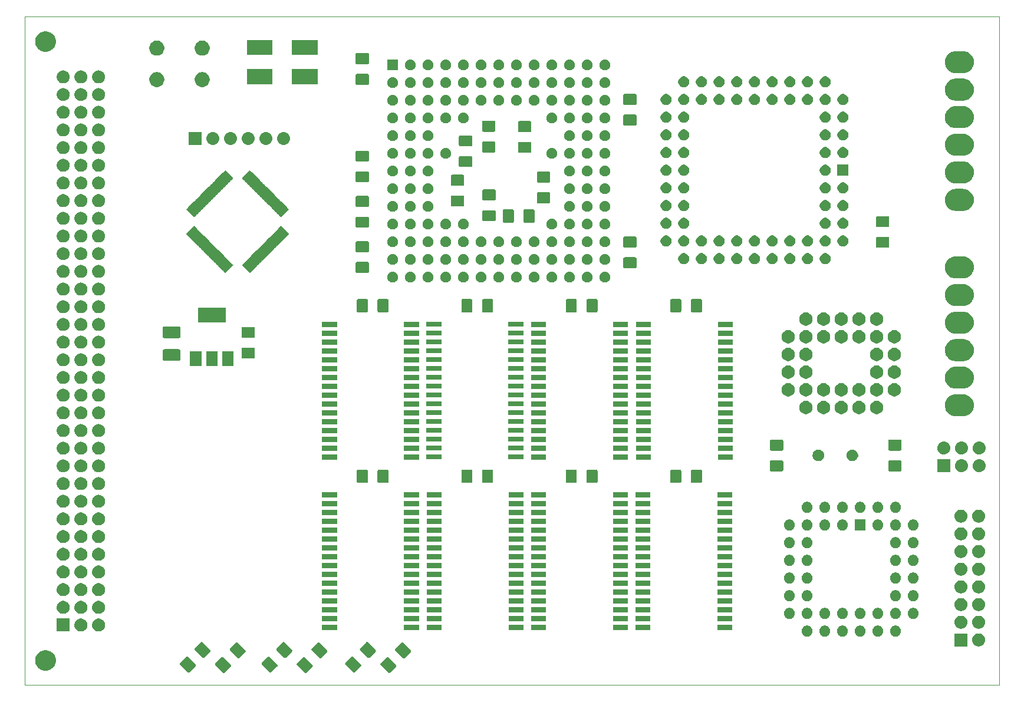
<source format=gbr>
%TF.GenerationSoftware,KiCad,Pcbnew,5.0.1-33cea8e~68~ubuntu18.04.1*%
%TF.CreationDate,2018-11-03T23:21:10-04:00*%
%TF.ProjectId,C68,4336382E6B696361645F706362000000,rev?*%
%TF.SameCoordinates,Original*%
%TF.FileFunction,Soldermask,Top*%
%TF.FilePolarity,Negative*%
%FSLAX46Y46*%
G04 Gerber Fmt 4.6, Leading zero omitted, Abs format (unit mm)*
G04 Created by KiCad (PCBNEW 5.0.1-33cea8e~68~ubuntu18.04.1) date Sat 03 Nov 2018 11:21:10 PM EDT*
%MOMM*%
%LPD*%
G01*
G04 APERTURE LIST*
%ADD10C,0.050000*%
%ADD11C,0.150000*%
G04 APERTURE END LIST*
D10*
X174500000Y-123500000D02*
X174500000Y-27500000D01*
X34500000Y-123500000D02*
X174500000Y-123500000D01*
X34500000Y-27500000D02*
X34500000Y-123500000D01*
X174500000Y-27500000D02*
X34500000Y-27500000D01*
D11*
G36*
X62923396Y-119453921D02*
X62960225Y-119465093D01*
X62994169Y-119483236D01*
X63028689Y-119511566D01*
X64092076Y-120574953D01*
X64120406Y-120609473D01*
X64138549Y-120643417D01*
X64149721Y-120680246D01*
X64153493Y-120718547D01*
X64149721Y-120756848D01*
X64138549Y-120793677D01*
X64120406Y-120827621D01*
X64092076Y-120862141D01*
X63258499Y-121695718D01*
X63223979Y-121724048D01*
X63190035Y-121742191D01*
X63153206Y-121753363D01*
X63114905Y-121757135D01*
X63076604Y-121753363D01*
X63039775Y-121742191D01*
X63005831Y-121724048D01*
X62971311Y-121695718D01*
X61907924Y-120632331D01*
X61879594Y-120597811D01*
X61861451Y-120563867D01*
X61850279Y-120527038D01*
X61846507Y-120488737D01*
X61850279Y-120450436D01*
X61861451Y-120413607D01*
X61879594Y-120379663D01*
X61907924Y-120345143D01*
X62741501Y-119511566D01*
X62776021Y-119483236D01*
X62809965Y-119465093D01*
X62846794Y-119453921D01*
X62885095Y-119450149D01*
X62923396Y-119453921D01*
X62923396Y-119453921D01*
G37*
G36*
X74673396Y-119453921D02*
X74710225Y-119465093D01*
X74744169Y-119483236D01*
X74778689Y-119511566D01*
X75842076Y-120574953D01*
X75870406Y-120609473D01*
X75888549Y-120643417D01*
X75899721Y-120680246D01*
X75903493Y-120718547D01*
X75899721Y-120756848D01*
X75888549Y-120793677D01*
X75870406Y-120827621D01*
X75842076Y-120862141D01*
X75008499Y-121695718D01*
X74973979Y-121724048D01*
X74940035Y-121742191D01*
X74903206Y-121753363D01*
X74864905Y-121757135D01*
X74826604Y-121753363D01*
X74789775Y-121742191D01*
X74755831Y-121724048D01*
X74721311Y-121695718D01*
X73657924Y-120632331D01*
X73629594Y-120597811D01*
X73611451Y-120563867D01*
X73600279Y-120527038D01*
X73596507Y-120488737D01*
X73600279Y-120450436D01*
X73611451Y-120413607D01*
X73629594Y-120379663D01*
X73657924Y-120345143D01*
X74491501Y-119511566D01*
X74526021Y-119483236D01*
X74559965Y-119465093D01*
X74596794Y-119453921D01*
X74635095Y-119450149D01*
X74673396Y-119453921D01*
X74673396Y-119453921D01*
G37*
G36*
X86673396Y-119453921D02*
X86710225Y-119465093D01*
X86744169Y-119483236D01*
X86778689Y-119511566D01*
X87842076Y-120574953D01*
X87870406Y-120609473D01*
X87888549Y-120643417D01*
X87899721Y-120680246D01*
X87903493Y-120718547D01*
X87899721Y-120756848D01*
X87888549Y-120793677D01*
X87870406Y-120827621D01*
X87842076Y-120862141D01*
X87008499Y-121695718D01*
X86973979Y-121724048D01*
X86940035Y-121742191D01*
X86903206Y-121753363D01*
X86864905Y-121757135D01*
X86826604Y-121753363D01*
X86789775Y-121742191D01*
X86755831Y-121724048D01*
X86721311Y-121695718D01*
X85657924Y-120632331D01*
X85629594Y-120597811D01*
X85611451Y-120563867D01*
X85600279Y-120527038D01*
X85596507Y-120488737D01*
X85600279Y-120450436D01*
X85611451Y-120413607D01*
X85629594Y-120379663D01*
X85657924Y-120345143D01*
X86491501Y-119511566D01*
X86526021Y-119483236D01*
X86559965Y-119465093D01*
X86596794Y-119453921D01*
X86635095Y-119450149D01*
X86673396Y-119453921D01*
X86673396Y-119453921D01*
G37*
G36*
X57871575Y-119402100D02*
X57908404Y-119413272D01*
X57942348Y-119431415D01*
X57976868Y-119459745D01*
X59040255Y-120523132D01*
X59068585Y-120557652D01*
X59086728Y-120591596D01*
X59097900Y-120628425D01*
X59101672Y-120666726D01*
X59097900Y-120705027D01*
X59086728Y-120741856D01*
X59068585Y-120775800D01*
X59040255Y-120810320D01*
X58206678Y-121643897D01*
X58172158Y-121672227D01*
X58138214Y-121690370D01*
X58101385Y-121701542D01*
X58063084Y-121705314D01*
X58024783Y-121701542D01*
X57987954Y-121690370D01*
X57954010Y-121672227D01*
X57919490Y-121643897D01*
X56856103Y-120580510D01*
X56827773Y-120545990D01*
X56809630Y-120512046D01*
X56798458Y-120475217D01*
X56794686Y-120436916D01*
X56798458Y-120398615D01*
X56809630Y-120361786D01*
X56827773Y-120327842D01*
X56856103Y-120293322D01*
X57689680Y-119459745D01*
X57724200Y-119431415D01*
X57758144Y-119413272D01*
X57794973Y-119402100D01*
X57833274Y-119398328D01*
X57871575Y-119402100D01*
X57871575Y-119402100D01*
G37*
G36*
X81621575Y-119402100D02*
X81658404Y-119413272D01*
X81692348Y-119431415D01*
X81726868Y-119459745D01*
X82790255Y-120523132D01*
X82818585Y-120557652D01*
X82836728Y-120591596D01*
X82847900Y-120628425D01*
X82851672Y-120666726D01*
X82847900Y-120705027D01*
X82836728Y-120741856D01*
X82818585Y-120775800D01*
X82790255Y-120810320D01*
X81956678Y-121643897D01*
X81922158Y-121672227D01*
X81888214Y-121690370D01*
X81851385Y-121701542D01*
X81813084Y-121705314D01*
X81774783Y-121701542D01*
X81737954Y-121690370D01*
X81704010Y-121672227D01*
X81669490Y-121643897D01*
X80606103Y-120580510D01*
X80577773Y-120545990D01*
X80559630Y-120512046D01*
X80548458Y-120475217D01*
X80544686Y-120436916D01*
X80548458Y-120398615D01*
X80559630Y-120361786D01*
X80577773Y-120327842D01*
X80606103Y-120293322D01*
X81439680Y-119459745D01*
X81474200Y-119431415D01*
X81508144Y-119413272D01*
X81544973Y-119402100D01*
X81583274Y-119398328D01*
X81621575Y-119402100D01*
X81621575Y-119402100D01*
G37*
G36*
X69621575Y-119402100D02*
X69658404Y-119413272D01*
X69692348Y-119431415D01*
X69726868Y-119459745D01*
X70790255Y-120523132D01*
X70818585Y-120557652D01*
X70836728Y-120591596D01*
X70847900Y-120628425D01*
X70851672Y-120666726D01*
X70847900Y-120705027D01*
X70836728Y-120741856D01*
X70818585Y-120775800D01*
X70790255Y-120810320D01*
X69956678Y-121643897D01*
X69922158Y-121672227D01*
X69888214Y-121690370D01*
X69851385Y-121701542D01*
X69813084Y-121705314D01*
X69774783Y-121701542D01*
X69737954Y-121690370D01*
X69704010Y-121672227D01*
X69669490Y-121643897D01*
X68606103Y-120580510D01*
X68577773Y-120545990D01*
X68559630Y-120512046D01*
X68548458Y-120475217D01*
X68544686Y-120436916D01*
X68548458Y-120398615D01*
X68559630Y-120361786D01*
X68577773Y-120327842D01*
X68606103Y-120293322D01*
X69439680Y-119459745D01*
X69474200Y-119431415D01*
X69508144Y-119413272D01*
X69544973Y-119402100D01*
X69583274Y-119398328D01*
X69621575Y-119402100D01*
X69621575Y-119402100D01*
G37*
G36*
X37931699Y-118526875D02*
X38201042Y-118638440D01*
X38443448Y-118800411D01*
X38649589Y-119006552D01*
X38811560Y-119248958D01*
X38923125Y-119518301D01*
X38980000Y-119804231D01*
X38980000Y-120095769D01*
X38923125Y-120381699D01*
X38811560Y-120651042D01*
X38649589Y-120893448D01*
X38443448Y-121099589D01*
X38201042Y-121261560D01*
X37931699Y-121373125D01*
X37645769Y-121430000D01*
X37354231Y-121430000D01*
X37068301Y-121373125D01*
X36798958Y-121261560D01*
X36556552Y-121099589D01*
X36350411Y-120893448D01*
X36188440Y-120651042D01*
X36076875Y-120381699D01*
X36020000Y-120095769D01*
X36020000Y-119804231D01*
X36076875Y-119518301D01*
X36188440Y-119248958D01*
X36350411Y-119006552D01*
X36556552Y-118800411D01*
X36798958Y-118638440D01*
X37068301Y-118526875D01*
X37354231Y-118470000D01*
X37645769Y-118470000D01*
X37931699Y-118526875D01*
X37931699Y-118526875D01*
G37*
G36*
X65027038Y-117350279D02*
X65063867Y-117361451D01*
X65097811Y-117379594D01*
X65132331Y-117407924D01*
X66195718Y-118471311D01*
X66224048Y-118505831D01*
X66242191Y-118539775D01*
X66253363Y-118576604D01*
X66257135Y-118614905D01*
X66253363Y-118653206D01*
X66242191Y-118690035D01*
X66224048Y-118723979D01*
X66195718Y-118758499D01*
X65362141Y-119592076D01*
X65327621Y-119620406D01*
X65293677Y-119638549D01*
X65256848Y-119649721D01*
X65218547Y-119653493D01*
X65180246Y-119649721D01*
X65143417Y-119638549D01*
X65109473Y-119620406D01*
X65074953Y-119592076D01*
X64011566Y-118528689D01*
X63983236Y-118494169D01*
X63965093Y-118460225D01*
X63953921Y-118423396D01*
X63950149Y-118385095D01*
X63953921Y-118346794D01*
X63965093Y-118309965D01*
X63983236Y-118276021D01*
X64011566Y-118241501D01*
X64845143Y-117407924D01*
X64879663Y-117379594D01*
X64913607Y-117361451D01*
X64950436Y-117350279D01*
X64988737Y-117346507D01*
X65027038Y-117350279D01*
X65027038Y-117350279D01*
G37*
G36*
X76777038Y-117350279D02*
X76813867Y-117361451D01*
X76847811Y-117379594D01*
X76882331Y-117407924D01*
X77945718Y-118471311D01*
X77974048Y-118505831D01*
X77992191Y-118539775D01*
X78003363Y-118576604D01*
X78007135Y-118614905D01*
X78003363Y-118653206D01*
X77992191Y-118690035D01*
X77974048Y-118723979D01*
X77945718Y-118758499D01*
X77112141Y-119592076D01*
X77077621Y-119620406D01*
X77043677Y-119638549D01*
X77006848Y-119649721D01*
X76968547Y-119653493D01*
X76930246Y-119649721D01*
X76893417Y-119638549D01*
X76859473Y-119620406D01*
X76824953Y-119592076D01*
X75761566Y-118528689D01*
X75733236Y-118494169D01*
X75715093Y-118460225D01*
X75703921Y-118423396D01*
X75700149Y-118385095D01*
X75703921Y-118346794D01*
X75715093Y-118309965D01*
X75733236Y-118276021D01*
X75761566Y-118241501D01*
X76595143Y-117407924D01*
X76629663Y-117379594D01*
X76663607Y-117361451D01*
X76700436Y-117350279D01*
X76738737Y-117346507D01*
X76777038Y-117350279D01*
X76777038Y-117350279D01*
G37*
G36*
X88777038Y-117350279D02*
X88813867Y-117361451D01*
X88847811Y-117379594D01*
X88882331Y-117407924D01*
X89945718Y-118471311D01*
X89974048Y-118505831D01*
X89992191Y-118539775D01*
X90003363Y-118576604D01*
X90007135Y-118614905D01*
X90003363Y-118653206D01*
X89992191Y-118690035D01*
X89974048Y-118723979D01*
X89945718Y-118758499D01*
X89112141Y-119592076D01*
X89077621Y-119620406D01*
X89043677Y-119638549D01*
X89006848Y-119649721D01*
X88968547Y-119653493D01*
X88930246Y-119649721D01*
X88893417Y-119638549D01*
X88859473Y-119620406D01*
X88824953Y-119592076D01*
X87761566Y-118528689D01*
X87733236Y-118494169D01*
X87715093Y-118460225D01*
X87703921Y-118423396D01*
X87700149Y-118385095D01*
X87703921Y-118346794D01*
X87715093Y-118309965D01*
X87733236Y-118276021D01*
X87761566Y-118241501D01*
X88595143Y-117407924D01*
X88629663Y-117379594D01*
X88663607Y-117361451D01*
X88700436Y-117350279D01*
X88738737Y-117346507D01*
X88777038Y-117350279D01*
X88777038Y-117350279D01*
G37*
G36*
X59975217Y-117298458D02*
X60012046Y-117309630D01*
X60045990Y-117327773D01*
X60080510Y-117356103D01*
X61143897Y-118419490D01*
X61172227Y-118454010D01*
X61190370Y-118487954D01*
X61201542Y-118524783D01*
X61205314Y-118563084D01*
X61201542Y-118601385D01*
X61190370Y-118638214D01*
X61172227Y-118672158D01*
X61143897Y-118706678D01*
X60310320Y-119540255D01*
X60275800Y-119568585D01*
X60241856Y-119586728D01*
X60205027Y-119597900D01*
X60166726Y-119601672D01*
X60128425Y-119597900D01*
X60091596Y-119586728D01*
X60057652Y-119568585D01*
X60023132Y-119540255D01*
X58959745Y-118476868D01*
X58931415Y-118442348D01*
X58913272Y-118408404D01*
X58902100Y-118371575D01*
X58898328Y-118333274D01*
X58902100Y-118294973D01*
X58913272Y-118258144D01*
X58931415Y-118224200D01*
X58959745Y-118189680D01*
X59793322Y-117356103D01*
X59827842Y-117327773D01*
X59861786Y-117309630D01*
X59898615Y-117298458D01*
X59936916Y-117294686D01*
X59975217Y-117298458D01*
X59975217Y-117298458D01*
G37*
G36*
X71725217Y-117298458D02*
X71762046Y-117309630D01*
X71795990Y-117327773D01*
X71830510Y-117356103D01*
X72893897Y-118419490D01*
X72922227Y-118454010D01*
X72940370Y-118487954D01*
X72951542Y-118524783D01*
X72955314Y-118563084D01*
X72951542Y-118601385D01*
X72940370Y-118638214D01*
X72922227Y-118672158D01*
X72893897Y-118706678D01*
X72060320Y-119540255D01*
X72025800Y-119568585D01*
X71991856Y-119586728D01*
X71955027Y-119597900D01*
X71916726Y-119601672D01*
X71878425Y-119597900D01*
X71841596Y-119586728D01*
X71807652Y-119568585D01*
X71773132Y-119540255D01*
X70709745Y-118476868D01*
X70681415Y-118442348D01*
X70663272Y-118408404D01*
X70652100Y-118371575D01*
X70648328Y-118333274D01*
X70652100Y-118294973D01*
X70663272Y-118258144D01*
X70681415Y-118224200D01*
X70709745Y-118189680D01*
X71543322Y-117356103D01*
X71577842Y-117327773D01*
X71611786Y-117309630D01*
X71648615Y-117298458D01*
X71686916Y-117294686D01*
X71725217Y-117298458D01*
X71725217Y-117298458D01*
G37*
G36*
X83725217Y-117298458D02*
X83762046Y-117309630D01*
X83795990Y-117327773D01*
X83830510Y-117356103D01*
X84893897Y-118419490D01*
X84922227Y-118454010D01*
X84940370Y-118487954D01*
X84951542Y-118524783D01*
X84955314Y-118563084D01*
X84951542Y-118601385D01*
X84940370Y-118638214D01*
X84922227Y-118672158D01*
X84893897Y-118706678D01*
X84060320Y-119540255D01*
X84025800Y-119568585D01*
X83991856Y-119586728D01*
X83955027Y-119597900D01*
X83916726Y-119601672D01*
X83878425Y-119597900D01*
X83841596Y-119586728D01*
X83807652Y-119568585D01*
X83773132Y-119540255D01*
X82709745Y-118476868D01*
X82681415Y-118442348D01*
X82663272Y-118408404D01*
X82652100Y-118371575D01*
X82648328Y-118333274D01*
X82652100Y-118294973D01*
X82663272Y-118258144D01*
X82681415Y-118224200D01*
X82709745Y-118189680D01*
X83543322Y-117356103D01*
X83577842Y-117327773D01*
X83611786Y-117309630D01*
X83648615Y-117298458D01*
X83686916Y-117294686D01*
X83725217Y-117298458D01*
X83725217Y-117298458D01*
G37*
G36*
X169930000Y-117930000D02*
X168070000Y-117930000D01*
X168070000Y-116070000D01*
X169930000Y-116070000D01*
X169930000Y-117930000D01*
X169930000Y-117930000D01*
G37*
G36*
X171613006Y-116072691D02*
X171722312Y-116083457D01*
X171897617Y-116136636D01*
X172059180Y-116222992D01*
X172200791Y-116339209D01*
X172317008Y-116480820D01*
X172403364Y-116642383D01*
X172456543Y-116817688D01*
X172474499Y-117000000D01*
X172456543Y-117182312D01*
X172403364Y-117357617D01*
X172317008Y-117519180D01*
X172200791Y-117660791D01*
X172059180Y-117777008D01*
X171897617Y-117863364D01*
X171722312Y-117916543D01*
X171613006Y-117927309D01*
X171585681Y-117930000D01*
X171494319Y-117930000D01*
X171466994Y-117927309D01*
X171357688Y-117916543D01*
X171182383Y-117863364D01*
X171020820Y-117777008D01*
X170879209Y-117660791D01*
X170762992Y-117519180D01*
X170676636Y-117357617D01*
X170623457Y-117182312D01*
X170605501Y-117000000D01*
X170623457Y-116817688D01*
X170676636Y-116642383D01*
X170762992Y-116480820D01*
X170879209Y-116339209D01*
X171020820Y-116222992D01*
X171182383Y-116136636D01*
X171357688Y-116083457D01*
X171466994Y-116072691D01*
X171494319Y-116070000D01*
X171585681Y-116070000D01*
X171613006Y-116072691D01*
X171613006Y-116072691D01*
G37*
G36*
X159810782Y-114979205D02*
X159954774Y-115038848D01*
X160084363Y-115125437D01*
X160194563Y-115235637D01*
X160281152Y-115365226D01*
X160340795Y-115509218D01*
X160371200Y-115662072D01*
X160371200Y-115817928D01*
X160340795Y-115970782D01*
X160281152Y-116114774D01*
X160194563Y-116244363D01*
X160084363Y-116354563D01*
X159954774Y-116441152D01*
X159810782Y-116500795D01*
X159657928Y-116531200D01*
X159502072Y-116531200D01*
X159349218Y-116500795D01*
X159205226Y-116441152D01*
X159075637Y-116354563D01*
X158965437Y-116244363D01*
X158878848Y-116114774D01*
X158819205Y-115970782D01*
X158788800Y-115817928D01*
X158788800Y-115662072D01*
X158819205Y-115509218D01*
X158878848Y-115365226D01*
X158965437Y-115235637D01*
X159075637Y-115125437D01*
X159205226Y-115038848D01*
X159349218Y-114979205D01*
X159502072Y-114948800D01*
X159657928Y-114948800D01*
X159810782Y-114979205D01*
X159810782Y-114979205D01*
G37*
G36*
X147110782Y-114979205D02*
X147254774Y-115038848D01*
X147384363Y-115125437D01*
X147494563Y-115235637D01*
X147581152Y-115365226D01*
X147640795Y-115509218D01*
X147671200Y-115662072D01*
X147671200Y-115817928D01*
X147640795Y-115970782D01*
X147581152Y-116114774D01*
X147494563Y-116244363D01*
X147384363Y-116354563D01*
X147254774Y-116441152D01*
X147110782Y-116500795D01*
X146957928Y-116531200D01*
X146802072Y-116531200D01*
X146649218Y-116500795D01*
X146505226Y-116441152D01*
X146375637Y-116354563D01*
X146265437Y-116244363D01*
X146178848Y-116114774D01*
X146119205Y-115970782D01*
X146088800Y-115817928D01*
X146088800Y-115662072D01*
X146119205Y-115509218D01*
X146178848Y-115365226D01*
X146265437Y-115235637D01*
X146375637Y-115125437D01*
X146505226Y-115038848D01*
X146649218Y-114979205D01*
X146802072Y-114948800D01*
X146957928Y-114948800D01*
X147110782Y-114979205D01*
X147110782Y-114979205D01*
G37*
G36*
X149650782Y-114979205D02*
X149794774Y-115038848D01*
X149924363Y-115125437D01*
X150034563Y-115235637D01*
X150121152Y-115365226D01*
X150180795Y-115509218D01*
X150211200Y-115662072D01*
X150211200Y-115817928D01*
X150180795Y-115970782D01*
X150121152Y-116114774D01*
X150034563Y-116244363D01*
X149924363Y-116354563D01*
X149794774Y-116441152D01*
X149650782Y-116500795D01*
X149497928Y-116531200D01*
X149342072Y-116531200D01*
X149189218Y-116500795D01*
X149045226Y-116441152D01*
X148915637Y-116354563D01*
X148805437Y-116244363D01*
X148718848Y-116114774D01*
X148659205Y-115970782D01*
X148628800Y-115817928D01*
X148628800Y-115662072D01*
X148659205Y-115509218D01*
X148718848Y-115365226D01*
X148805437Y-115235637D01*
X148915637Y-115125437D01*
X149045226Y-115038848D01*
X149189218Y-114979205D01*
X149342072Y-114948800D01*
X149497928Y-114948800D01*
X149650782Y-114979205D01*
X149650782Y-114979205D01*
G37*
G36*
X154730782Y-114979205D02*
X154874774Y-115038848D01*
X155004363Y-115125437D01*
X155114563Y-115235637D01*
X155201152Y-115365226D01*
X155260795Y-115509218D01*
X155291200Y-115662072D01*
X155291200Y-115817928D01*
X155260795Y-115970782D01*
X155201152Y-116114774D01*
X155114563Y-116244363D01*
X155004363Y-116354563D01*
X154874774Y-116441152D01*
X154730782Y-116500795D01*
X154577928Y-116531200D01*
X154422072Y-116531200D01*
X154269218Y-116500795D01*
X154125226Y-116441152D01*
X153995637Y-116354563D01*
X153885437Y-116244363D01*
X153798848Y-116114774D01*
X153739205Y-115970782D01*
X153708800Y-115817928D01*
X153708800Y-115662072D01*
X153739205Y-115509218D01*
X153798848Y-115365226D01*
X153885437Y-115235637D01*
X153995637Y-115125437D01*
X154125226Y-115038848D01*
X154269218Y-114979205D01*
X154422072Y-114948800D01*
X154577928Y-114948800D01*
X154730782Y-114979205D01*
X154730782Y-114979205D01*
G37*
G36*
X157270782Y-114979205D02*
X157414774Y-115038848D01*
X157544363Y-115125437D01*
X157654563Y-115235637D01*
X157741152Y-115365226D01*
X157800795Y-115509218D01*
X157831200Y-115662072D01*
X157831200Y-115817928D01*
X157800795Y-115970782D01*
X157741152Y-116114774D01*
X157654563Y-116244363D01*
X157544363Y-116354563D01*
X157414774Y-116441152D01*
X157270782Y-116500795D01*
X157117928Y-116531200D01*
X156962072Y-116531200D01*
X156809218Y-116500795D01*
X156665226Y-116441152D01*
X156535637Y-116354563D01*
X156425437Y-116244363D01*
X156338848Y-116114774D01*
X156279205Y-115970782D01*
X156248800Y-115817928D01*
X156248800Y-115662072D01*
X156279205Y-115509218D01*
X156338848Y-115365226D01*
X156425437Y-115235637D01*
X156535637Y-115125437D01*
X156665226Y-115038848D01*
X156809218Y-114979205D01*
X156962072Y-114948800D01*
X157117928Y-114948800D01*
X157270782Y-114979205D01*
X157270782Y-114979205D01*
G37*
G36*
X152190782Y-114979205D02*
X152334774Y-115038848D01*
X152464363Y-115125437D01*
X152574563Y-115235637D01*
X152661152Y-115365226D01*
X152720795Y-115509218D01*
X152751200Y-115662072D01*
X152751200Y-115817928D01*
X152720795Y-115970782D01*
X152661152Y-116114774D01*
X152574563Y-116244363D01*
X152464363Y-116354563D01*
X152334774Y-116441152D01*
X152190782Y-116500795D01*
X152037928Y-116531200D01*
X151882072Y-116531200D01*
X151729218Y-116500795D01*
X151585226Y-116441152D01*
X151455637Y-116354563D01*
X151345437Y-116244363D01*
X151258848Y-116114774D01*
X151199205Y-115970782D01*
X151168800Y-115817928D01*
X151168800Y-115662072D01*
X151199205Y-115509218D01*
X151258848Y-115365226D01*
X151345437Y-115235637D01*
X151455637Y-115125437D01*
X151585226Y-115038848D01*
X151729218Y-114979205D01*
X151882072Y-114948800D01*
X152037928Y-114948800D01*
X152190782Y-114979205D01*
X152190782Y-114979205D01*
G37*
G36*
X45215730Y-113940822D02*
X45391271Y-113975739D01*
X45461376Y-114004778D01*
X45560519Y-114045844D01*
X45560520Y-114045845D01*
X45712841Y-114147622D01*
X45842378Y-114277159D01*
X45894389Y-114355000D01*
X45944156Y-114429481D01*
X46014261Y-114598730D01*
X46050000Y-114778402D01*
X46050000Y-114961598D01*
X46034634Y-115038848D01*
X46017411Y-115125437D01*
X46014261Y-115141270D01*
X45944156Y-115310519D01*
X45944155Y-115310520D01*
X45842378Y-115462841D01*
X45712841Y-115592378D01*
X45664018Y-115625000D01*
X45560519Y-115694156D01*
X45461376Y-115735222D01*
X45391271Y-115764261D01*
X45301434Y-115782130D01*
X45211598Y-115800000D01*
X45028402Y-115800000D01*
X44938566Y-115782130D01*
X44848729Y-115764261D01*
X44778624Y-115735222D01*
X44679481Y-115694156D01*
X44575982Y-115625000D01*
X44527159Y-115592378D01*
X44397622Y-115462841D01*
X44295845Y-115310520D01*
X44295844Y-115310519D01*
X44225739Y-115141270D01*
X44222590Y-115125437D01*
X44205366Y-115038848D01*
X44190000Y-114961598D01*
X44190000Y-114778402D01*
X44225739Y-114598730D01*
X44295844Y-114429481D01*
X44345611Y-114355000D01*
X44397622Y-114277159D01*
X44527159Y-114147622D01*
X44679480Y-114045845D01*
X44679481Y-114045844D01*
X44778624Y-114004778D01*
X44848729Y-113975739D01*
X45024270Y-113940822D01*
X45028402Y-113940000D01*
X45211598Y-113940000D01*
X45215730Y-113940822D01*
X45215730Y-113940822D01*
G37*
G36*
X40970000Y-115800000D02*
X39110000Y-115800000D01*
X39110000Y-113940000D01*
X40970000Y-113940000D01*
X40970000Y-115800000D01*
X40970000Y-115800000D01*
G37*
G36*
X42675730Y-113940822D02*
X42851271Y-113975739D01*
X42921376Y-114004778D01*
X43020519Y-114045844D01*
X43020520Y-114045845D01*
X43172841Y-114147622D01*
X43302378Y-114277159D01*
X43354389Y-114355000D01*
X43404156Y-114429481D01*
X43474261Y-114598730D01*
X43510000Y-114778402D01*
X43510000Y-114961598D01*
X43494634Y-115038848D01*
X43477411Y-115125437D01*
X43474261Y-115141270D01*
X43404156Y-115310519D01*
X43404155Y-115310520D01*
X43302378Y-115462841D01*
X43172841Y-115592378D01*
X43124018Y-115625000D01*
X43020519Y-115694156D01*
X42921376Y-115735222D01*
X42851271Y-115764261D01*
X42761434Y-115782130D01*
X42671598Y-115800000D01*
X42488402Y-115800000D01*
X42398566Y-115782130D01*
X42308729Y-115764261D01*
X42238624Y-115735222D01*
X42139481Y-115694156D01*
X42035982Y-115625000D01*
X41987159Y-115592378D01*
X41857622Y-115462841D01*
X41755845Y-115310520D01*
X41755844Y-115310519D01*
X41685739Y-115141270D01*
X41682590Y-115125437D01*
X41665366Y-115038848D01*
X41650000Y-114961598D01*
X41650000Y-114778402D01*
X41685739Y-114598730D01*
X41755844Y-114429481D01*
X41805611Y-114355000D01*
X41857622Y-114277159D01*
X41987159Y-114147622D01*
X42139480Y-114045845D01*
X42139481Y-114045844D01*
X42238624Y-114004778D01*
X42308729Y-113975739D01*
X42484270Y-113940822D01*
X42488402Y-113940000D01*
X42671598Y-113940000D01*
X42675730Y-113940822D01*
X42675730Y-113940822D01*
G37*
G36*
X79400000Y-115625000D02*
X77240000Y-115625000D01*
X77240000Y-114865000D01*
X79400000Y-114865000D01*
X79400000Y-115625000D01*
X79400000Y-115625000D01*
G37*
G36*
X94400000Y-115625000D02*
X92240000Y-115625000D01*
X92240000Y-114865000D01*
X94400000Y-114865000D01*
X94400000Y-115625000D01*
X94400000Y-115625000D01*
G37*
G36*
X106160000Y-115625000D02*
X104000000Y-115625000D01*
X104000000Y-114865000D01*
X106160000Y-114865000D01*
X106160000Y-115625000D01*
X106160000Y-115625000D01*
G37*
G36*
X121160000Y-115625000D02*
X119000000Y-115625000D01*
X119000000Y-114865000D01*
X121160000Y-114865000D01*
X121160000Y-115625000D01*
X121160000Y-115625000D01*
G37*
G36*
X124400000Y-115625000D02*
X122240000Y-115625000D01*
X122240000Y-114865000D01*
X124400000Y-114865000D01*
X124400000Y-115625000D01*
X124400000Y-115625000D01*
G37*
G36*
X136160000Y-115625000D02*
X134000000Y-115625000D01*
X134000000Y-114865000D01*
X136160000Y-114865000D01*
X136160000Y-115625000D01*
X136160000Y-115625000D01*
G37*
G36*
X91160000Y-115625000D02*
X89000000Y-115625000D01*
X89000000Y-114865000D01*
X91160000Y-114865000D01*
X91160000Y-115625000D01*
X91160000Y-115625000D01*
G37*
G36*
X109400000Y-115625000D02*
X107240000Y-115625000D01*
X107240000Y-114865000D01*
X109400000Y-114865000D01*
X109400000Y-115625000D01*
X109400000Y-115625000D01*
G37*
G36*
X171613006Y-113532691D02*
X171722312Y-113543457D01*
X171897617Y-113596636D01*
X172059180Y-113682992D01*
X172200791Y-113799209D01*
X172317008Y-113940820D01*
X172403364Y-114102383D01*
X172456543Y-114277688D01*
X172474499Y-114460000D01*
X172456543Y-114642312D01*
X172403364Y-114817617D01*
X172317008Y-114979180D01*
X172200791Y-115120791D01*
X172059180Y-115237008D01*
X171897617Y-115323364D01*
X171722312Y-115376543D01*
X171613006Y-115387309D01*
X171585681Y-115390000D01*
X171494319Y-115390000D01*
X171466994Y-115387309D01*
X171357688Y-115376543D01*
X171182383Y-115323364D01*
X171020820Y-115237008D01*
X170879209Y-115120791D01*
X170762992Y-114979180D01*
X170676636Y-114817617D01*
X170623457Y-114642312D01*
X170605501Y-114460000D01*
X170623457Y-114277688D01*
X170676636Y-114102383D01*
X170762992Y-113940820D01*
X170879209Y-113799209D01*
X171020820Y-113682992D01*
X171182383Y-113596636D01*
X171357688Y-113543457D01*
X171466994Y-113532691D01*
X171494319Y-113530000D01*
X171585681Y-113530000D01*
X171613006Y-113532691D01*
X171613006Y-113532691D01*
G37*
G36*
X169073006Y-113532691D02*
X169182312Y-113543457D01*
X169357617Y-113596636D01*
X169519180Y-113682992D01*
X169660791Y-113799209D01*
X169777008Y-113940820D01*
X169863364Y-114102383D01*
X169916543Y-114277688D01*
X169934499Y-114460000D01*
X169916543Y-114642312D01*
X169863364Y-114817617D01*
X169777008Y-114979180D01*
X169660791Y-115120791D01*
X169519180Y-115237008D01*
X169357617Y-115323364D01*
X169182312Y-115376543D01*
X169073006Y-115387309D01*
X169045681Y-115390000D01*
X168954319Y-115390000D01*
X168926994Y-115387309D01*
X168817688Y-115376543D01*
X168642383Y-115323364D01*
X168480820Y-115237008D01*
X168339209Y-115120791D01*
X168222992Y-114979180D01*
X168136636Y-114817617D01*
X168083457Y-114642312D01*
X168065501Y-114460000D01*
X168083457Y-114277688D01*
X168136636Y-114102383D01*
X168222992Y-113940820D01*
X168339209Y-113799209D01*
X168480820Y-113682992D01*
X168642383Y-113596636D01*
X168817688Y-113543457D01*
X168926994Y-113532691D01*
X168954319Y-113530000D01*
X169045681Y-113530000D01*
X169073006Y-113532691D01*
X169073006Y-113532691D01*
G37*
G36*
X109400000Y-114355000D02*
X107240000Y-114355000D01*
X107240000Y-113595000D01*
X109400000Y-113595000D01*
X109400000Y-114355000D01*
X109400000Y-114355000D01*
G37*
G36*
X79400000Y-114355000D02*
X77240000Y-114355000D01*
X77240000Y-113595000D01*
X79400000Y-113595000D01*
X79400000Y-114355000D01*
X79400000Y-114355000D01*
G37*
G36*
X94400000Y-114355000D02*
X92240000Y-114355000D01*
X92240000Y-113595000D01*
X94400000Y-113595000D01*
X94400000Y-114355000D01*
X94400000Y-114355000D01*
G37*
G36*
X106160000Y-114355000D02*
X104000000Y-114355000D01*
X104000000Y-113595000D01*
X106160000Y-113595000D01*
X106160000Y-114355000D01*
X106160000Y-114355000D01*
G37*
G36*
X121160000Y-114355000D02*
X119000000Y-114355000D01*
X119000000Y-113595000D01*
X121160000Y-113595000D01*
X121160000Y-114355000D01*
X121160000Y-114355000D01*
G37*
G36*
X124400000Y-114355000D02*
X122240000Y-114355000D01*
X122240000Y-113595000D01*
X124400000Y-113595000D01*
X124400000Y-114355000D01*
X124400000Y-114355000D01*
G37*
G36*
X136160000Y-114355000D02*
X134000000Y-114355000D01*
X134000000Y-113595000D01*
X136160000Y-113595000D01*
X136160000Y-114355000D01*
X136160000Y-114355000D01*
G37*
G36*
X91160000Y-114355000D02*
X89000000Y-114355000D01*
X89000000Y-113595000D01*
X91160000Y-113595000D01*
X91160000Y-114355000D01*
X91160000Y-114355000D01*
G37*
G36*
X152190782Y-112439205D02*
X152334774Y-112498848D01*
X152464363Y-112585437D01*
X152574563Y-112695637D01*
X152661152Y-112825226D01*
X152720795Y-112969218D01*
X152751200Y-113122072D01*
X152751200Y-113277928D01*
X152720795Y-113430782D01*
X152661152Y-113574774D01*
X152574563Y-113704363D01*
X152464363Y-113814563D01*
X152334774Y-113901152D01*
X152190782Y-113960795D01*
X152037928Y-113991200D01*
X151882072Y-113991200D01*
X151729218Y-113960795D01*
X151585226Y-113901152D01*
X151455637Y-113814563D01*
X151345437Y-113704363D01*
X151258848Y-113574774D01*
X151199205Y-113430782D01*
X151168800Y-113277928D01*
X151168800Y-113122072D01*
X151199205Y-112969218D01*
X151258848Y-112825226D01*
X151345437Y-112695637D01*
X151455637Y-112585437D01*
X151585226Y-112498848D01*
X151729218Y-112439205D01*
X151882072Y-112408800D01*
X152037928Y-112408800D01*
X152190782Y-112439205D01*
X152190782Y-112439205D01*
G37*
G36*
X159810782Y-112439205D02*
X159954774Y-112498848D01*
X160084363Y-112585437D01*
X160194563Y-112695637D01*
X160281152Y-112825226D01*
X160340795Y-112969218D01*
X160371200Y-113122072D01*
X160371200Y-113277928D01*
X160340795Y-113430782D01*
X160281152Y-113574774D01*
X160194563Y-113704363D01*
X160084363Y-113814563D01*
X159954774Y-113901152D01*
X159810782Y-113960795D01*
X159657928Y-113991200D01*
X159502072Y-113991200D01*
X159349218Y-113960795D01*
X159205226Y-113901152D01*
X159075637Y-113814563D01*
X158965437Y-113704363D01*
X158878848Y-113574774D01*
X158819205Y-113430782D01*
X158788800Y-113277928D01*
X158788800Y-113122072D01*
X158819205Y-112969218D01*
X158878848Y-112825226D01*
X158965437Y-112695637D01*
X159075637Y-112585437D01*
X159205226Y-112498848D01*
X159349218Y-112439205D01*
X159502072Y-112408800D01*
X159657928Y-112408800D01*
X159810782Y-112439205D01*
X159810782Y-112439205D01*
G37*
G36*
X162350782Y-112439205D02*
X162494774Y-112498848D01*
X162624363Y-112585437D01*
X162734563Y-112695637D01*
X162821152Y-112825226D01*
X162880795Y-112969218D01*
X162911200Y-113122072D01*
X162911200Y-113277928D01*
X162880795Y-113430782D01*
X162821152Y-113574774D01*
X162734563Y-113704363D01*
X162624363Y-113814563D01*
X162494774Y-113901152D01*
X162350782Y-113960795D01*
X162197928Y-113991200D01*
X162042072Y-113991200D01*
X161889218Y-113960795D01*
X161745226Y-113901152D01*
X161615637Y-113814563D01*
X161505437Y-113704363D01*
X161418848Y-113574774D01*
X161359205Y-113430782D01*
X161328800Y-113277928D01*
X161328800Y-113122072D01*
X161359205Y-112969218D01*
X161418848Y-112825226D01*
X161505437Y-112695637D01*
X161615637Y-112585437D01*
X161745226Y-112498848D01*
X161889218Y-112439205D01*
X162042072Y-112408800D01*
X162197928Y-112408800D01*
X162350782Y-112439205D01*
X162350782Y-112439205D01*
G37*
G36*
X147110782Y-112439205D02*
X147254774Y-112498848D01*
X147384363Y-112585437D01*
X147494563Y-112695637D01*
X147581152Y-112825226D01*
X147640795Y-112969218D01*
X147671200Y-113122072D01*
X147671200Y-113277928D01*
X147640795Y-113430782D01*
X147581152Y-113574774D01*
X147494563Y-113704363D01*
X147384363Y-113814563D01*
X147254774Y-113901152D01*
X147110782Y-113960795D01*
X146957928Y-113991200D01*
X146802072Y-113991200D01*
X146649218Y-113960795D01*
X146505226Y-113901152D01*
X146375637Y-113814563D01*
X146265437Y-113704363D01*
X146178848Y-113574774D01*
X146119205Y-113430782D01*
X146088800Y-113277928D01*
X146088800Y-113122072D01*
X146119205Y-112969218D01*
X146178848Y-112825226D01*
X146265437Y-112695637D01*
X146375637Y-112585437D01*
X146505226Y-112498848D01*
X146649218Y-112439205D01*
X146802072Y-112408800D01*
X146957928Y-112408800D01*
X147110782Y-112439205D01*
X147110782Y-112439205D01*
G37*
G36*
X144570782Y-112439205D02*
X144714774Y-112498848D01*
X144844363Y-112585437D01*
X144954563Y-112695637D01*
X145041152Y-112825226D01*
X145100795Y-112969218D01*
X145131200Y-113122072D01*
X145131200Y-113277928D01*
X145100795Y-113430782D01*
X145041152Y-113574774D01*
X144954563Y-113704363D01*
X144844363Y-113814563D01*
X144714774Y-113901152D01*
X144570782Y-113960795D01*
X144417928Y-113991200D01*
X144262072Y-113991200D01*
X144109218Y-113960795D01*
X143965226Y-113901152D01*
X143835637Y-113814563D01*
X143725437Y-113704363D01*
X143638848Y-113574774D01*
X143579205Y-113430782D01*
X143548800Y-113277928D01*
X143548800Y-113122072D01*
X143579205Y-112969218D01*
X143638848Y-112825226D01*
X143725437Y-112695637D01*
X143835637Y-112585437D01*
X143965226Y-112498848D01*
X144109218Y-112439205D01*
X144262072Y-112408800D01*
X144417928Y-112408800D01*
X144570782Y-112439205D01*
X144570782Y-112439205D01*
G37*
G36*
X149650782Y-112439205D02*
X149794774Y-112498848D01*
X149924363Y-112585437D01*
X150034563Y-112695637D01*
X150121152Y-112825226D01*
X150180795Y-112969218D01*
X150211200Y-113122072D01*
X150211200Y-113277928D01*
X150180795Y-113430782D01*
X150121152Y-113574774D01*
X150034563Y-113704363D01*
X149924363Y-113814563D01*
X149794774Y-113901152D01*
X149650782Y-113960795D01*
X149497928Y-113991200D01*
X149342072Y-113991200D01*
X149189218Y-113960795D01*
X149045226Y-113901152D01*
X148915637Y-113814563D01*
X148805437Y-113704363D01*
X148718848Y-113574774D01*
X148659205Y-113430782D01*
X148628800Y-113277928D01*
X148628800Y-113122072D01*
X148659205Y-112969218D01*
X148718848Y-112825226D01*
X148805437Y-112695637D01*
X148915637Y-112585437D01*
X149045226Y-112498848D01*
X149189218Y-112439205D01*
X149342072Y-112408800D01*
X149497928Y-112408800D01*
X149650782Y-112439205D01*
X149650782Y-112439205D01*
G37*
G36*
X154730782Y-112439205D02*
X154874774Y-112498848D01*
X155004363Y-112585437D01*
X155114563Y-112695637D01*
X155201152Y-112825226D01*
X155260795Y-112969218D01*
X155291200Y-113122072D01*
X155291200Y-113277928D01*
X155260795Y-113430782D01*
X155201152Y-113574774D01*
X155114563Y-113704363D01*
X155004363Y-113814563D01*
X154874774Y-113901152D01*
X154730782Y-113960795D01*
X154577928Y-113991200D01*
X154422072Y-113991200D01*
X154269218Y-113960795D01*
X154125226Y-113901152D01*
X153995637Y-113814563D01*
X153885437Y-113704363D01*
X153798848Y-113574774D01*
X153739205Y-113430782D01*
X153708800Y-113277928D01*
X153708800Y-113122072D01*
X153739205Y-112969218D01*
X153798848Y-112825226D01*
X153885437Y-112695637D01*
X153995637Y-112585437D01*
X154125226Y-112498848D01*
X154269218Y-112439205D01*
X154422072Y-112408800D01*
X154577928Y-112408800D01*
X154730782Y-112439205D01*
X154730782Y-112439205D01*
G37*
G36*
X157270782Y-112439205D02*
X157414774Y-112498848D01*
X157544363Y-112585437D01*
X157654563Y-112695637D01*
X157741152Y-112825226D01*
X157800795Y-112969218D01*
X157831200Y-113122072D01*
X157831200Y-113277928D01*
X157800795Y-113430782D01*
X157741152Y-113574774D01*
X157654563Y-113704363D01*
X157544363Y-113814563D01*
X157414774Y-113901152D01*
X157270782Y-113960795D01*
X157117928Y-113991200D01*
X156962072Y-113991200D01*
X156809218Y-113960795D01*
X156665226Y-113901152D01*
X156535637Y-113814563D01*
X156425437Y-113704363D01*
X156338848Y-113574774D01*
X156279205Y-113430782D01*
X156248800Y-113277928D01*
X156248800Y-113122072D01*
X156279205Y-112969218D01*
X156338848Y-112825226D01*
X156425437Y-112695637D01*
X156535637Y-112585437D01*
X156665226Y-112498848D01*
X156809218Y-112439205D01*
X156962072Y-112408800D01*
X157117928Y-112408800D01*
X157270782Y-112439205D01*
X157270782Y-112439205D01*
G37*
G36*
X40135730Y-111400822D02*
X40311271Y-111435739D01*
X40381376Y-111464778D01*
X40480519Y-111505844D01*
X40480520Y-111505845D01*
X40632841Y-111607622D01*
X40762378Y-111737159D01*
X40814389Y-111815000D01*
X40864156Y-111889481D01*
X40934261Y-112058730D01*
X40970000Y-112238402D01*
X40970000Y-112421598D01*
X40954634Y-112498848D01*
X40937411Y-112585437D01*
X40934261Y-112601270D01*
X40864156Y-112770519D01*
X40864155Y-112770520D01*
X40762378Y-112922841D01*
X40632841Y-113052378D01*
X40584018Y-113085000D01*
X40480519Y-113154156D01*
X40381376Y-113195222D01*
X40311271Y-113224261D01*
X40221434Y-113242130D01*
X40131598Y-113260000D01*
X39948402Y-113260000D01*
X39858566Y-113242130D01*
X39768729Y-113224261D01*
X39698624Y-113195222D01*
X39599481Y-113154156D01*
X39495982Y-113085000D01*
X39447159Y-113052378D01*
X39317622Y-112922841D01*
X39215845Y-112770520D01*
X39215844Y-112770519D01*
X39145739Y-112601270D01*
X39142590Y-112585437D01*
X39125366Y-112498848D01*
X39110000Y-112421598D01*
X39110000Y-112238402D01*
X39145739Y-112058730D01*
X39215844Y-111889481D01*
X39265611Y-111815000D01*
X39317622Y-111737159D01*
X39447159Y-111607622D01*
X39599480Y-111505845D01*
X39599481Y-111505844D01*
X39698624Y-111464778D01*
X39768729Y-111435739D01*
X39944270Y-111400822D01*
X39948402Y-111400000D01*
X40131598Y-111400000D01*
X40135730Y-111400822D01*
X40135730Y-111400822D01*
G37*
G36*
X45215730Y-111400822D02*
X45391271Y-111435739D01*
X45461376Y-111464778D01*
X45560519Y-111505844D01*
X45560520Y-111505845D01*
X45712841Y-111607622D01*
X45842378Y-111737159D01*
X45894389Y-111815000D01*
X45944156Y-111889481D01*
X46014261Y-112058730D01*
X46050000Y-112238402D01*
X46050000Y-112421598D01*
X46034634Y-112498848D01*
X46017411Y-112585437D01*
X46014261Y-112601270D01*
X45944156Y-112770519D01*
X45944155Y-112770520D01*
X45842378Y-112922841D01*
X45712841Y-113052378D01*
X45664018Y-113085000D01*
X45560519Y-113154156D01*
X45461376Y-113195222D01*
X45391271Y-113224261D01*
X45301434Y-113242130D01*
X45211598Y-113260000D01*
X45028402Y-113260000D01*
X44938566Y-113242130D01*
X44848729Y-113224261D01*
X44778624Y-113195222D01*
X44679481Y-113154156D01*
X44575982Y-113085000D01*
X44527159Y-113052378D01*
X44397622Y-112922841D01*
X44295845Y-112770520D01*
X44295844Y-112770519D01*
X44225739Y-112601270D01*
X44222590Y-112585437D01*
X44205366Y-112498848D01*
X44190000Y-112421598D01*
X44190000Y-112238402D01*
X44225739Y-112058730D01*
X44295844Y-111889481D01*
X44345611Y-111815000D01*
X44397622Y-111737159D01*
X44527159Y-111607622D01*
X44679480Y-111505845D01*
X44679481Y-111505844D01*
X44778624Y-111464778D01*
X44848729Y-111435739D01*
X45024270Y-111400822D01*
X45028402Y-111400000D01*
X45211598Y-111400000D01*
X45215730Y-111400822D01*
X45215730Y-111400822D01*
G37*
G36*
X42675730Y-111400822D02*
X42851271Y-111435739D01*
X42921376Y-111464778D01*
X43020519Y-111505844D01*
X43020520Y-111505845D01*
X43172841Y-111607622D01*
X43302378Y-111737159D01*
X43354389Y-111815000D01*
X43404156Y-111889481D01*
X43474261Y-112058730D01*
X43510000Y-112238402D01*
X43510000Y-112421598D01*
X43494634Y-112498848D01*
X43477411Y-112585437D01*
X43474261Y-112601270D01*
X43404156Y-112770519D01*
X43404155Y-112770520D01*
X43302378Y-112922841D01*
X43172841Y-113052378D01*
X43124018Y-113085000D01*
X43020519Y-113154156D01*
X42921376Y-113195222D01*
X42851271Y-113224261D01*
X42761434Y-113242130D01*
X42671598Y-113260000D01*
X42488402Y-113260000D01*
X42398566Y-113242130D01*
X42308729Y-113224261D01*
X42238624Y-113195222D01*
X42139481Y-113154156D01*
X42035982Y-113085000D01*
X41987159Y-113052378D01*
X41857622Y-112922841D01*
X41755845Y-112770520D01*
X41755844Y-112770519D01*
X41685739Y-112601270D01*
X41682590Y-112585437D01*
X41665366Y-112498848D01*
X41650000Y-112421598D01*
X41650000Y-112238402D01*
X41685739Y-112058730D01*
X41755844Y-111889481D01*
X41805611Y-111815000D01*
X41857622Y-111737159D01*
X41987159Y-111607622D01*
X42139480Y-111505845D01*
X42139481Y-111505844D01*
X42238624Y-111464778D01*
X42308729Y-111435739D01*
X42484270Y-111400822D01*
X42488402Y-111400000D01*
X42671598Y-111400000D01*
X42675730Y-111400822D01*
X42675730Y-111400822D01*
G37*
G36*
X124400000Y-113085000D02*
X122240000Y-113085000D01*
X122240000Y-112325000D01*
X124400000Y-112325000D01*
X124400000Y-113085000D01*
X124400000Y-113085000D01*
G37*
G36*
X106160000Y-113085000D02*
X104000000Y-113085000D01*
X104000000Y-112325000D01*
X106160000Y-112325000D01*
X106160000Y-113085000D01*
X106160000Y-113085000D01*
G37*
G36*
X94400000Y-113085000D02*
X92240000Y-113085000D01*
X92240000Y-112325000D01*
X94400000Y-112325000D01*
X94400000Y-113085000D01*
X94400000Y-113085000D01*
G37*
G36*
X121160000Y-113085000D02*
X119000000Y-113085000D01*
X119000000Y-112325000D01*
X121160000Y-112325000D01*
X121160000Y-113085000D01*
X121160000Y-113085000D01*
G37*
G36*
X109400000Y-113085000D02*
X107240000Y-113085000D01*
X107240000Y-112325000D01*
X109400000Y-112325000D01*
X109400000Y-113085000D01*
X109400000Y-113085000D01*
G37*
G36*
X136160000Y-113085000D02*
X134000000Y-113085000D01*
X134000000Y-112325000D01*
X136160000Y-112325000D01*
X136160000Y-113085000D01*
X136160000Y-113085000D01*
G37*
G36*
X91160000Y-113085000D02*
X89000000Y-113085000D01*
X89000000Y-112325000D01*
X91160000Y-112325000D01*
X91160000Y-113085000D01*
X91160000Y-113085000D01*
G37*
G36*
X79400000Y-113085000D02*
X77240000Y-113085000D01*
X77240000Y-112325000D01*
X79400000Y-112325000D01*
X79400000Y-113085000D01*
X79400000Y-113085000D01*
G37*
G36*
X171613006Y-110992691D02*
X171722312Y-111003457D01*
X171897617Y-111056636D01*
X172059180Y-111142992D01*
X172200791Y-111259209D01*
X172317008Y-111400820D01*
X172403364Y-111562383D01*
X172456543Y-111737688D01*
X172474499Y-111920000D01*
X172456543Y-112102312D01*
X172403364Y-112277617D01*
X172317008Y-112439180D01*
X172200791Y-112580791D01*
X172059180Y-112697008D01*
X171897617Y-112783364D01*
X171722312Y-112836543D01*
X171613006Y-112847309D01*
X171585681Y-112850000D01*
X171494319Y-112850000D01*
X171466994Y-112847309D01*
X171357688Y-112836543D01*
X171182383Y-112783364D01*
X171020820Y-112697008D01*
X170879209Y-112580791D01*
X170762992Y-112439180D01*
X170676636Y-112277617D01*
X170623457Y-112102312D01*
X170605501Y-111920000D01*
X170623457Y-111737688D01*
X170676636Y-111562383D01*
X170762992Y-111400820D01*
X170879209Y-111259209D01*
X171020820Y-111142992D01*
X171182383Y-111056636D01*
X171357688Y-111003457D01*
X171466994Y-110992691D01*
X171494319Y-110990000D01*
X171585681Y-110990000D01*
X171613006Y-110992691D01*
X171613006Y-110992691D01*
G37*
G36*
X169073006Y-110992691D02*
X169182312Y-111003457D01*
X169357617Y-111056636D01*
X169519180Y-111142992D01*
X169660791Y-111259209D01*
X169777008Y-111400820D01*
X169863364Y-111562383D01*
X169916543Y-111737688D01*
X169934499Y-111920000D01*
X169916543Y-112102312D01*
X169863364Y-112277617D01*
X169777008Y-112439180D01*
X169660791Y-112580791D01*
X169519180Y-112697008D01*
X169357617Y-112783364D01*
X169182312Y-112836543D01*
X169073006Y-112847309D01*
X169045681Y-112850000D01*
X168954319Y-112850000D01*
X168926994Y-112847309D01*
X168817688Y-112836543D01*
X168642383Y-112783364D01*
X168480820Y-112697008D01*
X168339209Y-112580791D01*
X168222992Y-112439180D01*
X168136636Y-112277617D01*
X168083457Y-112102312D01*
X168065501Y-111920000D01*
X168083457Y-111737688D01*
X168136636Y-111562383D01*
X168222992Y-111400820D01*
X168339209Y-111259209D01*
X168480820Y-111142992D01*
X168642383Y-111056636D01*
X168817688Y-111003457D01*
X168926994Y-110992691D01*
X168954319Y-110990000D01*
X169045681Y-110990000D01*
X169073006Y-110992691D01*
X169073006Y-110992691D01*
G37*
G36*
X79400000Y-111815000D02*
X77240000Y-111815000D01*
X77240000Y-111055000D01*
X79400000Y-111055000D01*
X79400000Y-111815000D01*
X79400000Y-111815000D01*
G37*
G36*
X109400000Y-111815000D02*
X107240000Y-111815000D01*
X107240000Y-111055000D01*
X109400000Y-111055000D01*
X109400000Y-111815000D01*
X109400000Y-111815000D01*
G37*
G36*
X121160000Y-111815000D02*
X119000000Y-111815000D01*
X119000000Y-111055000D01*
X121160000Y-111055000D01*
X121160000Y-111815000D01*
X121160000Y-111815000D01*
G37*
G36*
X91160000Y-111815000D02*
X89000000Y-111815000D01*
X89000000Y-111055000D01*
X91160000Y-111055000D01*
X91160000Y-111815000D01*
X91160000Y-111815000D01*
G37*
G36*
X106160000Y-111815000D02*
X104000000Y-111815000D01*
X104000000Y-111055000D01*
X106160000Y-111055000D01*
X106160000Y-111815000D01*
X106160000Y-111815000D01*
G37*
G36*
X136160000Y-111815000D02*
X134000000Y-111815000D01*
X134000000Y-111055000D01*
X136160000Y-111055000D01*
X136160000Y-111815000D01*
X136160000Y-111815000D01*
G37*
G36*
X124400000Y-111815000D02*
X122240000Y-111815000D01*
X122240000Y-111055000D01*
X124400000Y-111055000D01*
X124400000Y-111815000D01*
X124400000Y-111815000D01*
G37*
G36*
X94400000Y-111815000D02*
X92240000Y-111815000D01*
X92240000Y-111055000D01*
X94400000Y-111055000D01*
X94400000Y-111815000D01*
X94400000Y-111815000D01*
G37*
G36*
X147110782Y-109899205D02*
X147254774Y-109958848D01*
X147384363Y-110045437D01*
X147494563Y-110155637D01*
X147581152Y-110285226D01*
X147640795Y-110429218D01*
X147671200Y-110582072D01*
X147671200Y-110737928D01*
X147640795Y-110890782D01*
X147581152Y-111034774D01*
X147494563Y-111164363D01*
X147384363Y-111274563D01*
X147254774Y-111361152D01*
X147110782Y-111420795D01*
X146957928Y-111451200D01*
X146802072Y-111451200D01*
X146649218Y-111420795D01*
X146505226Y-111361152D01*
X146375637Y-111274563D01*
X146265437Y-111164363D01*
X146178848Y-111034774D01*
X146119205Y-110890782D01*
X146088800Y-110737928D01*
X146088800Y-110582072D01*
X146119205Y-110429218D01*
X146178848Y-110285226D01*
X146265437Y-110155637D01*
X146375637Y-110045437D01*
X146505226Y-109958848D01*
X146649218Y-109899205D01*
X146802072Y-109868800D01*
X146957928Y-109868800D01*
X147110782Y-109899205D01*
X147110782Y-109899205D01*
G37*
G36*
X162350782Y-109899205D02*
X162494774Y-109958848D01*
X162624363Y-110045437D01*
X162734563Y-110155637D01*
X162821152Y-110285226D01*
X162880795Y-110429218D01*
X162911200Y-110582072D01*
X162911200Y-110737928D01*
X162880795Y-110890782D01*
X162821152Y-111034774D01*
X162734563Y-111164363D01*
X162624363Y-111274563D01*
X162494774Y-111361152D01*
X162350782Y-111420795D01*
X162197928Y-111451200D01*
X162042072Y-111451200D01*
X161889218Y-111420795D01*
X161745226Y-111361152D01*
X161615637Y-111274563D01*
X161505437Y-111164363D01*
X161418848Y-111034774D01*
X161359205Y-110890782D01*
X161328800Y-110737928D01*
X161328800Y-110582072D01*
X161359205Y-110429218D01*
X161418848Y-110285226D01*
X161505437Y-110155637D01*
X161615637Y-110045437D01*
X161745226Y-109958848D01*
X161889218Y-109899205D01*
X162042072Y-109868800D01*
X162197928Y-109868800D01*
X162350782Y-109899205D01*
X162350782Y-109899205D01*
G37*
G36*
X159810782Y-109899205D02*
X159954774Y-109958848D01*
X160084363Y-110045437D01*
X160194563Y-110155637D01*
X160281152Y-110285226D01*
X160340795Y-110429218D01*
X160371200Y-110582072D01*
X160371200Y-110737928D01*
X160340795Y-110890782D01*
X160281152Y-111034774D01*
X160194563Y-111164363D01*
X160084363Y-111274563D01*
X159954774Y-111361152D01*
X159810782Y-111420795D01*
X159657928Y-111451200D01*
X159502072Y-111451200D01*
X159349218Y-111420795D01*
X159205226Y-111361152D01*
X159075637Y-111274563D01*
X158965437Y-111164363D01*
X158878848Y-111034774D01*
X158819205Y-110890782D01*
X158788800Y-110737928D01*
X158788800Y-110582072D01*
X158819205Y-110429218D01*
X158878848Y-110285226D01*
X158965437Y-110155637D01*
X159075637Y-110045437D01*
X159205226Y-109958848D01*
X159349218Y-109899205D01*
X159502072Y-109868800D01*
X159657928Y-109868800D01*
X159810782Y-109899205D01*
X159810782Y-109899205D01*
G37*
G36*
X144570782Y-109899205D02*
X144714774Y-109958848D01*
X144844363Y-110045437D01*
X144954563Y-110155637D01*
X145041152Y-110285226D01*
X145100795Y-110429218D01*
X145131200Y-110582072D01*
X145131200Y-110737928D01*
X145100795Y-110890782D01*
X145041152Y-111034774D01*
X144954563Y-111164363D01*
X144844363Y-111274563D01*
X144714774Y-111361152D01*
X144570782Y-111420795D01*
X144417928Y-111451200D01*
X144262072Y-111451200D01*
X144109218Y-111420795D01*
X143965226Y-111361152D01*
X143835637Y-111274563D01*
X143725437Y-111164363D01*
X143638848Y-111034774D01*
X143579205Y-110890782D01*
X143548800Y-110737928D01*
X143548800Y-110582072D01*
X143579205Y-110429218D01*
X143638848Y-110285226D01*
X143725437Y-110155637D01*
X143835637Y-110045437D01*
X143965226Y-109958848D01*
X144109218Y-109899205D01*
X144262072Y-109868800D01*
X144417928Y-109868800D01*
X144570782Y-109899205D01*
X144570782Y-109899205D01*
G37*
G36*
X45215730Y-108860822D02*
X45391271Y-108895739D01*
X45461376Y-108924778D01*
X45560519Y-108965844D01*
X45560520Y-108965845D01*
X45712841Y-109067622D01*
X45842378Y-109197159D01*
X45894389Y-109275000D01*
X45944156Y-109349481D01*
X46014261Y-109518730D01*
X46050000Y-109698402D01*
X46050000Y-109881598D01*
X46034634Y-109958848D01*
X46017411Y-110045437D01*
X46014261Y-110061270D01*
X45944156Y-110230519D01*
X45944155Y-110230520D01*
X45842378Y-110382841D01*
X45712841Y-110512378D01*
X45664018Y-110545000D01*
X45560519Y-110614156D01*
X45461376Y-110655222D01*
X45391271Y-110684261D01*
X45301434Y-110702131D01*
X45211598Y-110720000D01*
X45028402Y-110720000D01*
X44938566Y-110702131D01*
X44848729Y-110684261D01*
X44778624Y-110655222D01*
X44679481Y-110614156D01*
X44575982Y-110545000D01*
X44527159Y-110512378D01*
X44397622Y-110382841D01*
X44295845Y-110230520D01*
X44295844Y-110230519D01*
X44225739Y-110061270D01*
X44222590Y-110045437D01*
X44205366Y-109958848D01*
X44190000Y-109881598D01*
X44190000Y-109698402D01*
X44225739Y-109518730D01*
X44295844Y-109349481D01*
X44345611Y-109275000D01*
X44397622Y-109197159D01*
X44527159Y-109067622D01*
X44679480Y-108965845D01*
X44679481Y-108965844D01*
X44778624Y-108924778D01*
X44848729Y-108895739D01*
X45024270Y-108860822D01*
X45028402Y-108860000D01*
X45211598Y-108860000D01*
X45215730Y-108860822D01*
X45215730Y-108860822D01*
G37*
G36*
X40135730Y-108860822D02*
X40311271Y-108895739D01*
X40381376Y-108924778D01*
X40480519Y-108965844D01*
X40480520Y-108965845D01*
X40632841Y-109067622D01*
X40762378Y-109197159D01*
X40814389Y-109275000D01*
X40864156Y-109349481D01*
X40934261Y-109518730D01*
X40970000Y-109698402D01*
X40970000Y-109881598D01*
X40954634Y-109958848D01*
X40937411Y-110045437D01*
X40934261Y-110061270D01*
X40864156Y-110230519D01*
X40864155Y-110230520D01*
X40762378Y-110382841D01*
X40632841Y-110512378D01*
X40584018Y-110545000D01*
X40480519Y-110614156D01*
X40381376Y-110655222D01*
X40311271Y-110684261D01*
X40221434Y-110702131D01*
X40131598Y-110720000D01*
X39948402Y-110720000D01*
X39858566Y-110702131D01*
X39768729Y-110684261D01*
X39698624Y-110655222D01*
X39599481Y-110614156D01*
X39495982Y-110545000D01*
X39447159Y-110512378D01*
X39317622Y-110382841D01*
X39215845Y-110230520D01*
X39215844Y-110230519D01*
X39145739Y-110061270D01*
X39142590Y-110045437D01*
X39125366Y-109958848D01*
X39110000Y-109881598D01*
X39110000Y-109698402D01*
X39145739Y-109518730D01*
X39215844Y-109349481D01*
X39265611Y-109275000D01*
X39317622Y-109197159D01*
X39447159Y-109067622D01*
X39599480Y-108965845D01*
X39599481Y-108965844D01*
X39698624Y-108924778D01*
X39768729Y-108895739D01*
X39944270Y-108860822D01*
X39948402Y-108860000D01*
X40131598Y-108860000D01*
X40135730Y-108860822D01*
X40135730Y-108860822D01*
G37*
G36*
X42675730Y-108860822D02*
X42851271Y-108895739D01*
X42921376Y-108924778D01*
X43020519Y-108965844D01*
X43020520Y-108965845D01*
X43172841Y-109067622D01*
X43302378Y-109197159D01*
X43354389Y-109275000D01*
X43404156Y-109349481D01*
X43474261Y-109518730D01*
X43510000Y-109698402D01*
X43510000Y-109881598D01*
X43494634Y-109958848D01*
X43477411Y-110045437D01*
X43474261Y-110061270D01*
X43404156Y-110230519D01*
X43404155Y-110230520D01*
X43302378Y-110382841D01*
X43172841Y-110512378D01*
X43124018Y-110545000D01*
X43020519Y-110614156D01*
X42921376Y-110655222D01*
X42851271Y-110684261D01*
X42761434Y-110702131D01*
X42671598Y-110720000D01*
X42488402Y-110720000D01*
X42398566Y-110702131D01*
X42308729Y-110684261D01*
X42238624Y-110655222D01*
X42139481Y-110614156D01*
X42035982Y-110545000D01*
X41987159Y-110512378D01*
X41857622Y-110382841D01*
X41755845Y-110230520D01*
X41755844Y-110230519D01*
X41685739Y-110061270D01*
X41682590Y-110045437D01*
X41665366Y-109958848D01*
X41650000Y-109881598D01*
X41650000Y-109698402D01*
X41685739Y-109518730D01*
X41755844Y-109349481D01*
X41805611Y-109275000D01*
X41857622Y-109197159D01*
X41987159Y-109067622D01*
X42139480Y-108965845D01*
X42139481Y-108965844D01*
X42238624Y-108924778D01*
X42308729Y-108895739D01*
X42484270Y-108860822D01*
X42488402Y-108860000D01*
X42671598Y-108860000D01*
X42675730Y-108860822D01*
X42675730Y-108860822D01*
G37*
G36*
X136160000Y-110545000D02*
X134000000Y-110545000D01*
X134000000Y-109785000D01*
X136160000Y-109785000D01*
X136160000Y-110545000D01*
X136160000Y-110545000D01*
G37*
G36*
X106160000Y-110545000D02*
X104000000Y-110545000D01*
X104000000Y-109785000D01*
X106160000Y-109785000D01*
X106160000Y-110545000D01*
X106160000Y-110545000D01*
G37*
G36*
X109400000Y-110545000D02*
X107240000Y-110545000D01*
X107240000Y-109785000D01*
X109400000Y-109785000D01*
X109400000Y-110545000D01*
X109400000Y-110545000D01*
G37*
G36*
X94400000Y-110545000D02*
X92240000Y-110545000D01*
X92240000Y-109785000D01*
X94400000Y-109785000D01*
X94400000Y-110545000D01*
X94400000Y-110545000D01*
G37*
G36*
X121160000Y-110545000D02*
X119000000Y-110545000D01*
X119000000Y-109785000D01*
X121160000Y-109785000D01*
X121160000Y-110545000D01*
X121160000Y-110545000D01*
G37*
G36*
X79400000Y-110545000D02*
X77240000Y-110545000D01*
X77240000Y-109785000D01*
X79400000Y-109785000D01*
X79400000Y-110545000D01*
X79400000Y-110545000D01*
G37*
G36*
X91160000Y-110545000D02*
X89000000Y-110545000D01*
X89000000Y-109785000D01*
X91160000Y-109785000D01*
X91160000Y-110545000D01*
X91160000Y-110545000D01*
G37*
G36*
X124400000Y-110545000D02*
X122240000Y-110545000D01*
X122240000Y-109785000D01*
X124400000Y-109785000D01*
X124400000Y-110545000D01*
X124400000Y-110545000D01*
G37*
G36*
X169073006Y-108452691D02*
X169182312Y-108463457D01*
X169357617Y-108516636D01*
X169519180Y-108602992D01*
X169660791Y-108719209D01*
X169777008Y-108860820D01*
X169863364Y-109022383D01*
X169916543Y-109197688D01*
X169934499Y-109380000D01*
X169916543Y-109562312D01*
X169863364Y-109737617D01*
X169777008Y-109899180D01*
X169660791Y-110040791D01*
X169519180Y-110157008D01*
X169357617Y-110243364D01*
X169182312Y-110296543D01*
X169073006Y-110307309D01*
X169045681Y-110310000D01*
X168954319Y-110310000D01*
X168926994Y-110307309D01*
X168817688Y-110296543D01*
X168642383Y-110243364D01*
X168480820Y-110157008D01*
X168339209Y-110040791D01*
X168222992Y-109899180D01*
X168136636Y-109737617D01*
X168083457Y-109562312D01*
X168065501Y-109380000D01*
X168083457Y-109197688D01*
X168136636Y-109022383D01*
X168222992Y-108860820D01*
X168339209Y-108719209D01*
X168480820Y-108602992D01*
X168642383Y-108516636D01*
X168817688Y-108463457D01*
X168926994Y-108452691D01*
X168954319Y-108450000D01*
X169045681Y-108450000D01*
X169073006Y-108452691D01*
X169073006Y-108452691D01*
G37*
G36*
X171613006Y-108452691D02*
X171722312Y-108463457D01*
X171897617Y-108516636D01*
X172059180Y-108602992D01*
X172200791Y-108719209D01*
X172317008Y-108860820D01*
X172403364Y-109022383D01*
X172456543Y-109197688D01*
X172474499Y-109380000D01*
X172456543Y-109562312D01*
X172403364Y-109737617D01*
X172317008Y-109899180D01*
X172200791Y-110040791D01*
X172059180Y-110157008D01*
X171897617Y-110243364D01*
X171722312Y-110296543D01*
X171613006Y-110307309D01*
X171585681Y-110310000D01*
X171494319Y-110310000D01*
X171466994Y-110307309D01*
X171357688Y-110296543D01*
X171182383Y-110243364D01*
X171020820Y-110157008D01*
X170879209Y-110040791D01*
X170762992Y-109899180D01*
X170676636Y-109737617D01*
X170623457Y-109562312D01*
X170605501Y-109380000D01*
X170623457Y-109197688D01*
X170676636Y-109022383D01*
X170762992Y-108860820D01*
X170879209Y-108719209D01*
X171020820Y-108602992D01*
X171182383Y-108516636D01*
X171357688Y-108463457D01*
X171466994Y-108452691D01*
X171494319Y-108450000D01*
X171585681Y-108450000D01*
X171613006Y-108452691D01*
X171613006Y-108452691D01*
G37*
G36*
X109400000Y-109275000D02*
X107240000Y-109275000D01*
X107240000Y-108515000D01*
X109400000Y-108515000D01*
X109400000Y-109275000D01*
X109400000Y-109275000D01*
G37*
G36*
X106160000Y-109275000D02*
X104000000Y-109275000D01*
X104000000Y-108515000D01*
X106160000Y-108515000D01*
X106160000Y-109275000D01*
X106160000Y-109275000D01*
G37*
G36*
X136160000Y-109275000D02*
X134000000Y-109275000D01*
X134000000Y-108515000D01*
X136160000Y-108515000D01*
X136160000Y-109275000D01*
X136160000Y-109275000D01*
G37*
G36*
X124400000Y-109275000D02*
X122240000Y-109275000D01*
X122240000Y-108515000D01*
X124400000Y-108515000D01*
X124400000Y-109275000D01*
X124400000Y-109275000D01*
G37*
G36*
X91160000Y-109275000D02*
X89000000Y-109275000D01*
X89000000Y-108515000D01*
X91160000Y-108515000D01*
X91160000Y-109275000D01*
X91160000Y-109275000D01*
G37*
G36*
X121160000Y-109275000D02*
X119000000Y-109275000D01*
X119000000Y-108515000D01*
X121160000Y-108515000D01*
X121160000Y-109275000D01*
X121160000Y-109275000D01*
G37*
G36*
X79400000Y-109275000D02*
X77240000Y-109275000D01*
X77240000Y-108515000D01*
X79400000Y-108515000D01*
X79400000Y-109275000D01*
X79400000Y-109275000D01*
G37*
G36*
X94400000Y-109275000D02*
X92240000Y-109275000D01*
X92240000Y-108515000D01*
X94400000Y-108515000D01*
X94400000Y-109275000D01*
X94400000Y-109275000D01*
G37*
G36*
X147110782Y-107359205D02*
X147254774Y-107418848D01*
X147384363Y-107505437D01*
X147494563Y-107615637D01*
X147581152Y-107745226D01*
X147640795Y-107889218D01*
X147671200Y-108042072D01*
X147671200Y-108197928D01*
X147640795Y-108350782D01*
X147581152Y-108494774D01*
X147494563Y-108624363D01*
X147384363Y-108734563D01*
X147254774Y-108821152D01*
X147110782Y-108880795D01*
X146957928Y-108911200D01*
X146802072Y-108911200D01*
X146649218Y-108880795D01*
X146505226Y-108821152D01*
X146375637Y-108734563D01*
X146265437Y-108624363D01*
X146178848Y-108494774D01*
X146119205Y-108350782D01*
X146088800Y-108197928D01*
X146088800Y-108042072D01*
X146119205Y-107889218D01*
X146178848Y-107745226D01*
X146265437Y-107615637D01*
X146375637Y-107505437D01*
X146505226Y-107418848D01*
X146649218Y-107359205D01*
X146802072Y-107328800D01*
X146957928Y-107328800D01*
X147110782Y-107359205D01*
X147110782Y-107359205D01*
G37*
G36*
X144570782Y-107359205D02*
X144714774Y-107418848D01*
X144844363Y-107505437D01*
X144954563Y-107615637D01*
X145041152Y-107745226D01*
X145100795Y-107889218D01*
X145131200Y-108042072D01*
X145131200Y-108197928D01*
X145100795Y-108350782D01*
X145041152Y-108494774D01*
X144954563Y-108624363D01*
X144844363Y-108734563D01*
X144714774Y-108821152D01*
X144570782Y-108880795D01*
X144417928Y-108911200D01*
X144262072Y-108911200D01*
X144109218Y-108880795D01*
X143965226Y-108821152D01*
X143835637Y-108734563D01*
X143725437Y-108624363D01*
X143638848Y-108494774D01*
X143579205Y-108350782D01*
X143548800Y-108197928D01*
X143548800Y-108042072D01*
X143579205Y-107889218D01*
X143638848Y-107745226D01*
X143725437Y-107615637D01*
X143835637Y-107505437D01*
X143965226Y-107418848D01*
X144109218Y-107359205D01*
X144262072Y-107328800D01*
X144417928Y-107328800D01*
X144570782Y-107359205D01*
X144570782Y-107359205D01*
G37*
G36*
X159810782Y-107359205D02*
X159954774Y-107418848D01*
X160084363Y-107505437D01*
X160194563Y-107615637D01*
X160281152Y-107745226D01*
X160340795Y-107889218D01*
X160371200Y-108042072D01*
X160371200Y-108197928D01*
X160340795Y-108350782D01*
X160281152Y-108494774D01*
X160194563Y-108624363D01*
X160084363Y-108734563D01*
X159954774Y-108821152D01*
X159810782Y-108880795D01*
X159657928Y-108911200D01*
X159502072Y-108911200D01*
X159349218Y-108880795D01*
X159205226Y-108821152D01*
X159075637Y-108734563D01*
X158965437Y-108624363D01*
X158878848Y-108494774D01*
X158819205Y-108350782D01*
X158788800Y-108197928D01*
X158788800Y-108042072D01*
X158819205Y-107889218D01*
X158878848Y-107745226D01*
X158965437Y-107615637D01*
X159075637Y-107505437D01*
X159205226Y-107418848D01*
X159349218Y-107359205D01*
X159502072Y-107328800D01*
X159657928Y-107328800D01*
X159810782Y-107359205D01*
X159810782Y-107359205D01*
G37*
G36*
X162350782Y-107359205D02*
X162494774Y-107418848D01*
X162624363Y-107505437D01*
X162734563Y-107615637D01*
X162821152Y-107745226D01*
X162880795Y-107889218D01*
X162911200Y-108042072D01*
X162911200Y-108197928D01*
X162880795Y-108350782D01*
X162821152Y-108494774D01*
X162734563Y-108624363D01*
X162624363Y-108734563D01*
X162494774Y-108821152D01*
X162350782Y-108880795D01*
X162197928Y-108911200D01*
X162042072Y-108911200D01*
X161889218Y-108880795D01*
X161745226Y-108821152D01*
X161615637Y-108734563D01*
X161505437Y-108624363D01*
X161418848Y-108494774D01*
X161359205Y-108350782D01*
X161328800Y-108197928D01*
X161328800Y-108042072D01*
X161359205Y-107889218D01*
X161418848Y-107745226D01*
X161505437Y-107615637D01*
X161615637Y-107505437D01*
X161745226Y-107418848D01*
X161889218Y-107359205D01*
X162042072Y-107328800D01*
X162197928Y-107328800D01*
X162350782Y-107359205D01*
X162350782Y-107359205D01*
G37*
G36*
X45215730Y-106320822D02*
X45391271Y-106355739D01*
X45461376Y-106384778D01*
X45560519Y-106425844D01*
X45560520Y-106425845D01*
X45712841Y-106527622D01*
X45842378Y-106657159D01*
X45894389Y-106735000D01*
X45944156Y-106809481D01*
X46014261Y-106978730D01*
X46050000Y-107158402D01*
X46050000Y-107341598D01*
X46034634Y-107418848D01*
X46017411Y-107505437D01*
X46014261Y-107521270D01*
X45944156Y-107690519D01*
X45944155Y-107690520D01*
X45842378Y-107842841D01*
X45712841Y-107972378D01*
X45664018Y-108005000D01*
X45560519Y-108074156D01*
X45461376Y-108115222D01*
X45391271Y-108144261D01*
X45301434Y-108162130D01*
X45211598Y-108180000D01*
X45028402Y-108180000D01*
X44938566Y-108162130D01*
X44848729Y-108144261D01*
X44778624Y-108115222D01*
X44679481Y-108074156D01*
X44575982Y-108005000D01*
X44527159Y-107972378D01*
X44397622Y-107842841D01*
X44295845Y-107690520D01*
X44295844Y-107690519D01*
X44225739Y-107521270D01*
X44222590Y-107505437D01*
X44205366Y-107418848D01*
X44190000Y-107341598D01*
X44190000Y-107158402D01*
X44225739Y-106978730D01*
X44295844Y-106809481D01*
X44345611Y-106735000D01*
X44397622Y-106657159D01*
X44527159Y-106527622D01*
X44679480Y-106425845D01*
X44679481Y-106425844D01*
X44778624Y-106384778D01*
X44848729Y-106355739D01*
X45024270Y-106320822D01*
X45028402Y-106320000D01*
X45211598Y-106320000D01*
X45215730Y-106320822D01*
X45215730Y-106320822D01*
G37*
G36*
X42675730Y-106320822D02*
X42851271Y-106355739D01*
X42921376Y-106384778D01*
X43020519Y-106425844D01*
X43020520Y-106425845D01*
X43172841Y-106527622D01*
X43302378Y-106657159D01*
X43354389Y-106735000D01*
X43404156Y-106809481D01*
X43474261Y-106978730D01*
X43510000Y-107158402D01*
X43510000Y-107341598D01*
X43494634Y-107418848D01*
X43477411Y-107505437D01*
X43474261Y-107521270D01*
X43404156Y-107690519D01*
X43404155Y-107690520D01*
X43302378Y-107842841D01*
X43172841Y-107972378D01*
X43124018Y-108005000D01*
X43020519Y-108074156D01*
X42921376Y-108115222D01*
X42851271Y-108144261D01*
X42761434Y-108162130D01*
X42671598Y-108180000D01*
X42488402Y-108180000D01*
X42398566Y-108162130D01*
X42308729Y-108144261D01*
X42238624Y-108115222D01*
X42139481Y-108074156D01*
X42035982Y-108005000D01*
X41987159Y-107972378D01*
X41857622Y-107842841D01*
X41755845Y-107690520D01*
X41755844Y-107690519D01*
X41685739Y-107521270D01*
X41682590Y-107505437D01*
X41665366Y-107418848D01*
X41650000Y-107341598D01*
X41650000Y-107158402D01*
X41685739Y-106978730D01*
X41755844Y-106809481D01*
X41805611Y-106735000D01*
X41857622Y-106657159D01*
X41987159Y-106527622D01*
X42139480Y-106425845D01*
X42139481Y-106425844D01*
X42238624Y-106384778D01*
X42308729Y-106355739D01*
X42484270Y-106320822D01*
X42488402Y-106320000D01*
X42671598Y-106320000D01*
X42675730Y-106320822D01*
X42675730Y-106320822D01*
G37*
G36*
X40135730Y-106320822D02*
X40311271Y-106355739D01*
X40381376Y-106384778D01*
X40480519Y-106425844D01*
X40480520Y-106425845D01*
X40632841Y-106527622D01*
X40762378Y-106657159D01*
X40814389Y-106735000D01*
X40864156Y-106809481D01*
X40934261Y-106978730D01*
X40970000Y-107158402D01*
X40970000Y-107341598D01*
X40954634Y-107418848D01*
X40937411Y-107505437D01*
X40934261Y-107521270D01*
X40864156Y-107690519D01*
X40864155Y-107690520D01*
X40762378Y-107842841D01*
X40632841Y-107972378D01*
X40584018Y-108005000D01*
X40480519Y-108074156D01*
X40381376Y-108115222D01*
X40311271Y-108144261D01*
X40221434Y-108162130D01*
X40131598Y-108180000D01*
X39948402Y-108180000D01*
X39858566Y-108162130D01*
X39768729Y-108144261D01*
X39698624Y-108115222D01*
X39599481Y-108074156D01*
X39495982Y-108005000D01*
X39447159Y-107972378D01*
X39317622Y-107842841D01*
X39215845Y-107690520D01*
X39215844Y-107690519D01*
X39145739Y-107521270D01*
X39142590Y-107505437D01*
X39125366Y-107418848D01*
X39110000Y-107341598D01*
X39110000Y-107158402D01*
X39145739Y-106978730D01*
X39215844Y-106809481D01*
X39265611Y-106735000D01*
X39317622Y-106657159D01*
X39447159Y-106527622D01*
X39599480Y-106425845D01*
X39599481Y-106425844D01*
X39698624Y-106384778D01*
X39768729Y-106355739D01*
X39944270Y-106320822D01*
X39948402Y-106320000D01*
X40131598Y-106320000D01*
X40135730Y-106320822D01*
X40135730Y-106320822D01*
G37*
G36*
X136160000Y-108005000D02*
X134000000Y-108005000D01*
X134000000Y-107245000D01*
X136160000Y-107245000D01*
X136160000Y-108005000D01*
X136160000Y-108005000D01*
G37*
G36*
X79400000Y-108005000D02*
X77240000Y-108005000D01*
X77240000Y-107245000D01*
X79400000Y-107245000D01*
X79400000Y-108005000D01*
X79400000Y-108005000D01*
G37*
G36*
X91160000Y-108005000D02*
X89000000Y-108005000D01*
X89000000Y-107245000D01*
X91160000Y-107245000D01*
X91160000Y-108005000D01*
X91160000Y-108005000D01*
G37*
G36*
X94400000Y-108005000D02*
X92240000Y-108005000D01*
X92240000Y-107245000D01*
X94400000Y-107245000D01*
X94400000Y-108005000D01*
X94400000Y-108005000D01*
G37*
G36*
X106160000Y-108005000D02*
X104000000Y-108005000D01*
X104000000Y-107245000D01*
X106160000Y-107245000D01*
X106160000Y-108005000D01*
X106160000Y-108005000D01*
G37*
G36*
X121160000Y-108005000D02*
X119000000Y-108005000D01*
X119000000Y-107245000D01*
X121160000Y-107245000D01*
X121160000Y-108005000D01*
X121160000Y-108005000D01*
G37*
G36*
X109400000Y-108005000D02*
X107240000Y-108005000D01*
X107240000Y-107245000D01*
X109400000Y-107245000D01*
X109400000Y-108005000D01*
X109400000Y-108005000D01*
G37*
G36*
X124400000Y-108005000D02*
X122240000Y-108005000D01*
X122240000Y-107245000D01*
X124400000Y-107245000D01*
X124400000Y-108005000D01*
X124400000Y-108005000D01*
G37*
G36*
X169073006Y-105912691D02*
X169182312Y-105923457D01*
X169357617Y-105976636D01*
X169519180Y-106062992D01*
X169660791Y-106179209D01*
X169777008Y-106320820D01*
X169863364Y-106482383D01*
X169916543Y-106657688D01*
X169934499Y-106840000D01*
X169916543Y-107022312D01*
X169863364Y-107197617D01*
X169777008Y-107359180D01*
X169660791Y-107500791D01*
X169519180Y-107617008D01*
X169357617Y-107703364D01*
X169182312Y-107756543D01*
X169073006Y-107767309D01*
X169045681Y-107770000D01*
X168954319Y-107770000D01*
X168926994Y-107767309D01*
X168817688Y-107756543D01*
X168642383Y-107703364D01*
X168480820Y-107617008D01*
X168339209Y-107500791D01*
X168222992Y-107359180D01*
X168136636Y-107197617D01*
X168083457Y-107022312D01*
X168065501Y-106840000D01*
X168083457Y-106657688D01*
X168136636Y-106482383D01*
X168222992Y-106320820D01*
X168339209Y-106179209D01*
X168480820Y-106062992D01*
X168642383Y-105976636D01*
X168817688Y-105923457D01*
X168926994Y-105912691D01*
X168954319Y-105910000D01*
X169045681Y-105910000D01*
X169073006Y-105912691D01*
X169073006Y-105912691D01*
G37*
G36*
X171613006Y-105912691D02*
X171722312Y-105923457D01*
X171897617Y-105976636D01*
X172059180Y-106062992D01*
X172200791Y-106179209D01*
X172317008Y-106320820D01*
X172403364Y-106482383D01*
X172456543Y-106657688D01*
X172474499Y-106840000D01*
X172456543Y-107022312D01*
X172403364Y-107197617D01*
X172317008Y-107359180D01*
X172200791Y-107500791D01*
X172059180Y-107617008D01*
X171897617Y-107703364D01*
X171722312Y-107756543D01*
X171613006Y-107767309D01*
X171585681Y-107770000D01*
X171494319Y-107770000D01*
X171466994Y-107767309D01*
X171357688Y-107756543D01*
X171182383Y-107703364D01*
X171020820Y-107617008D01*
X170879209Y-107500791D01*
X170762992Y-107359180D01*
X170676636Y-107197617D01*
X170623457Y-107022312D01*
X170605501Y-106840000D01*
X170623457Y-106657688D01*
X170676636Y-106482383D01*
X170762992Y-106320820D01*
X170879209Y-106179209D01*
X171020820Y-106062992D01*
X171182383Y-105976636D01*
X171357688Y-105923457D01*
X171466994Y-105912691D01*
X171494319Y-105910000D01*
X171585681Y-105910000D01*
X171613006Y-105912691D01*
X171613006Y-105912691D01*
G37*
G36*
X106160000Y-106735000D02*
X104000000Y-106735000D01*
X104000000Y-105975000D01*
X106160000Y-105975000D01*
X106160000Y-106735000D01*
X106160000Y-106735000D01*
G37*
G36*
X124400000Y-106735000D02*
X122240000Y-106735000D01*
X122240000Y-105975000D01*
X124400000Y-105975000D01*
X124400000Y-106735000D01*
X124400000Y-106735000D01*
G37*
G36*
X94400000Y-106735000D02*
X92240000Y-106735000D01*
X92240000Y-105975000D01*
X94400000Y-105975000D01*
X94400000Y-106735000D01*
X94400000Y-106735000D01*
G37*
G36*
X136160000Y-106735000D02*
X134000000Y-106735000D01*
X134000000Y-105975000D01*
X136160000Y-105975000D01*
X136160000Y-106735000D01*
X136160000Y-106735000D01*
G37*
G36*
X79400000Y-106735000D02*
X77240000Y-106735000D01*
X77240000Y-105975000D01*
X79400000Y-105975000D01*
X79400000Y-106735000D01*
X79400000Y-106735000D01*
G37*
G36*
X109400000Y-106735000D02*
X107240000Y-106735000D01*
X107240000Y-105975000D01*
X109400000Y-105975000D01*
X109400000Y-106735000D01*
X109400000Y-106735000D01*
G37*
G36*
X121160000Y-106735000D02*
X119000000Y-106735000D01*
X119000000Y-105975000D01*
X121160000Y-105975000D01*
X121160000Y-106735000D01*
X121160000Y-106735000D01*
G37*
G36*
X91160000Y-106735000D02*
X89000000Y-106735000D01*
X89000000Y-105975000D01*
X91160000Y-105975000D01*
X91160000Y-106735000D01*
X91160000Y-106735000D01*
G37*
G36*
X162350782Y-104819205D02*
X162494774Y-104878848D01*
X162624363Y-104965437D01*
X162734563Y-105075637D01*
X162821152Y-105205226D01*
X162880795Y-105349218D01*
X162911200Y-105502072D01*
X162911200Y-105657928D01*
X162880795Y-105810782D01*
X162821152Y-105954774D01*
X162734563Y-106084363D01*
X162624363Y-106194563D01*
X162494774Y-106281152D01*
X162350782Y-106340795D01*
X162197928Y-106371200D01*
X162042072Y-106371200D01*
X161889218Y-106340795D01*
X161745226Y-106281152D01*
X161615637Y-106194563D01*
X161505437Y-106084363D01*
X161418848Y-105954774D01*
X161359205Y-105810782D01*
X161328800Y-105657928D01*
X161328800Y-105502072D01*
X161359205Y-105349218D01*
X161418848Y-105205226D01*
X161505437Y-105075637D01*
X161615637Y-104965437D01*
X161745226Y-104878848D01*
X161889218Y-104819205D01*
X162042072Y-104788800D01*
X162197928Y-104788800D01*
X162350782Y-104819205D01*
X162350782Y-104819205D01*
G37*
G36*
X144570782Y-104819205D02*
X144714774Y-104878848D01*
X144844363Y-104965437D01*
X144954563Y-105075637D01*
X145041152Y-105205226D01*
X145100795Y-105349218D01*
X145131200Y-105502072D01*
X145131200Y-105657928D01*
X145100795Y-105810782D01*
X145041152Y-105954774D01*
X144954563Y-106084363D01*
X144844363Y-106194563D01*
X144714774Y-106281152D01*
X144570782Y-106340795D01*
X144417928Y-106371200D01*
X144262072Y-106371200D01*
X144109218Y-106340795D01*
X143965226Y-106281152D01*
X143835637Y-106194563D01*
X143725437Y-106084363D01*
X143638848Y-105954774D01*
X143579205Y-105810782D01*
X143548800Y-105657928D01*
X143548800Y-105502072D01*
X143579205Y-105349218D01*
X143638848Y-105205226D01*
X143725437Y-105075637D01*
X143835637Y-104965437D01*
X143965226Y-104878848D01*
X144109218Y-104819205D01*
X144262072Y-104788800D01*
X144417928Y-104788800D01*
X144570782Y-104819205D01*
X144570782Y-104819205D01*
G37*
G36*
X147110782Y-104819205D02*
X147254774Y-104878848D01*
X147384363Y-104965437D01*
X147494563Y-105075637D01*
X147581152Y-105205226D01*
X147640795Y-105349218D01*
X147671200Y-105502072D01*
X147671200Y-105657928D01*
X147640795Y-105810782D01*
X147581152Y-105954774D01*
X147494563Y-106084363D01*
X147384363Y-106194563D01*
X147254774Y-106281152D01*
X147110782Y-106340795D01*
X146957928Y-106371200D01*
X146802072Y-106371200D01*
X146649218Y-106340795D01*
X146505226Y-106281152D01*
X146375637Y-106194563D01*
X146265437Y-106084363D01*
X146178848Y-105954774D01*
X146119205Y-105810782D01*
X146088800Y-105657928D01*
X146088800Y-105502072D01*
X146119205Y-105349218D01*
X146178848Y-105205226D01*
X146265437Y-105075637D01*
X146375637Y-104965437D01*
X146505226Y-104878848D01*
X146649218Y-104819205D01*
X146802072Y-104788800D01*
X146957928Y-104788800D01*
X147110782Y-104819205D01*
X147110782Y-104819205D01*
G37*
G36*
X159810782Y-104819205D02*
X159954774Y-104878848D01*
X160084363Y-104965437D01*
X160194563Y-105075637D01*
X160281152Y-105205226D01*
X160340795Y-105349218D01*
X160371200Y-105502072D01*
X160371200Y-105657928D01*
X160340795Y-105810782D01*
X160281152Y-105954774D01*
X160194563Y-106084363D01*
X160084363Y-106194563D01*
X159954774Y-106281152D01*
X159810782Y-106340795D01*
X159657928Y-106371200D01*
X159502072Y-106371200D01*
X159349218Y-106340795D01*
X159205226Y-106281152D01*
X159075637Y-106194563D01*
X158965437Y-106084363D01*
X158878848Y-105954774D01*
X158819205Y-105810782D01*
X158788800Y-105657928D01*
X158788800Y-105502072D01*
X158819205Y-105349218D01*
X158878848Y-105205226D01*
X158965437Y-105075637D01*
X159075637Y-104965437D01*
X159205226Y-104878848D01*
X159349218Y-104819205D01*
X159502072Y-104788800D01*
X159657928Y-104788800D01*
X159810782Y-104819205D01*
X159810782Y-104819205D01*
G37*
G36*
X40135730Y-103780822D02*
X40311271Y-103815739D01*
X40381376Y-103844778D01*
X40480519Y-103885844D01*
X40480520Y-103885845D01*
X40632841Y-103987622D01*
X40762378Y-104117159D01*
X40814389Y-104195000D01*
X40864156Y-104269481D01*
X40934261Y-104438730D01*
X40970000Y-104618402D01*
X40970000Y-104801598D01*
X40954634Y-104878848D01*
X40937411Y-104965437D01*
X40934261Y-104981270D01*
X40864156Y-105150519D01*
X40864155Y-105150520D01*
X40762378Y-105302841D01*
X40632841Y-105432378D01*
X40584018Y-105465000D01*
X40480519Y-105534156D01*
X40381376Y-105575222D01*
X40311271Y-105604261D01*
X40221434Y-105622131D01*
X40131598Y-105640000D01*
X39948402Y-105640000D01*
X39858566Y-105622131D01*
X39768729Y-105604261D01*
X39698624Y-105575222D01*
X39599481Y-105534156D01*
X39495982Y-105465000D01*
X39447159Y-105432378D01*
X39317622Y-105302841D01*
X39215845Y-105150520D01*
X39215844Y-105150519D01*
X39145739Y-104981270D01*
X39142590Y-104965437D01*
X39125366Y-104878848D01*
X39110000Y-104801598D01*
X39110000Y-104618402D01*
X39145739Y-104438730D01*
X39215844Y-104269481D01*
X39265611Y-104195000D01*
X39317622Y-104117159D01*
X39447159Y-103987622D01*
X39599480Y-103885845D01*
X39599481Y-103885844D01*
X39698624Y-103844778D01*
X39768729Y-103815739D01*
X39944270Y-103780822D01*
X39948402Y-103780000D01*
X40131598Y-103780000D01*
X40135730Y-103780822D01*
X40135730Y-103780822D01*
G37*
G36*
X45215730Y-103780822D02*
X45391271Y-103815739D01*
X45461376Y-103844778D01*
X45560519Y-103885844D01*
X45560520Y-103885845D01*
X45712841Y-103987622D01*
X45842378Y-104117159D01*
X45894389Y-104195000D01*
X45944156Y-104269481D01*
X46014261Y-104438730D01*
X46050000Y-104618402D01*
X46050000Y-104801598D01*
X46034634Y-104878848D01*
X46017411Y-104965437D01*
X46014261Y-104981270D01*
X45944156Y-105150519D01*
X45944155Y-105150520D01*
X45842378Y-105302841D01*
X45712841Y-105432378D01*
X45664018Y-105465000D01*
X45560519Y-105534156D01*
X45461376Y-105575222D01*
X45391271Y-105604261D01*
X45301434Y-105622131D01*
X45211598Y-105640000D01*
X45028402Y-105640000D01*
X44938566Y-105622131D01*
X44848729Y-105604261D01*
X44778624Y-105575222D01*
X44679481Y-105534156D01*
X44575982Y-105465000D01*
X44527159Y-105432378D01*
X44397622Y-105302841D01*
X44295845Y-105150520D01*
X44295844Y-105150519D01*
X44225739Y-104981270D01*
X44222590Y-104965437D01*
X44205366Y-104878848D01*
X44190000Y-104801598D01*
X44190000Y-104618402D01*
X44225739Y-104438730D01*
X44295844Y-104269481D01*
X44345611Y-104195000D01*
X44397622Y-104117159D01*
X44527159Y-103987622D01*
X44679480Y-103885845D01*
X44679481Y-103885844D01*
X44778624Y-103844778D01*
X44848729Y-103815739D01*
X45024270Y-103780822D01*
X45028402Y-103780000D01*
X45211598Y-103780000D01*
X45215730Y-103780822D01*
X45215730Y-103780822D01*
G37*
G36*
X42675730Y-103780822D02*
X42851271Y-103815739D01*
X42921376Y-103844778D01*
X43020519Y-103885844D01*
X43020520Y-103885845D01*
X43172841Y-103987622D01*
X43302378Y-104117159D01*
X43354389Y-104195000D01*
X43404156Y-104269481D01*
X43474261Y-104438730D01*
X43510000Y-104618402D01*
X43510000Y-104801598D01*
X43494634Y-104878848D01*
X43477411Y-104965437D01*
X43474261Y-104981270D01*
X43404156Y-105150519D01*
X43404155Y-105150520D01*
X43302378Y-105302841D01*
X43172841Y-105432378D01*
X43124018Y-105465000D01*
X43020519Y-105534156D01*
X42921376Y-105575222D01*
X42851271Y-105604261D01*
X42761434Y-105622131D01*
X42671598Y-105640000D01*
X42488402Y-105640000D01*
X42398566Y-105622131D01*
X42308729Y-105604261D01*
X42238624Y-105575222D01*
X42139481Y-105534156D01*
X42035982Y-105465000D01*
X41987159Y-105432378D01*
X41857622Y-105302841D01*
X41755845Y-105150520D01*
X41755844Y-105150519D01*
X41685739Y-104981270D01*
X41682590Y-104965437D01*
X41665366Y-104878848D01*
X41650000Y-104801598D01*
X41650000Y-104618402D01*
X41685739Y-104438730D01*
X41755844Y-104269481D01*
X41805611Y-104195000D01*
X41857622Y-104117159D01*
X41987159Y-103987622D01*
X42139480Y-103885845D01*
X42139481Y-103885844D01*
X42238624Y-103844778D01*
X42308729Y-103815739D01*
X42484270Y-103780822D01*
X42488402Y-103780000D01*
X42671598Y-103780000D01*
X42675730Y-103780822D01*
X42675730Y-103780822D01*
G37*
G36*
X106160000Y-105465000D02*
X104000000Y-105465000D01*
X104000000Y-104705000D01*
X106160000Y-104705000D01*
X106160000Y-105465000D01*
X106160000Y-105465000D01*
G37*
G36*
X79400000Y-105465000D02*
X77240000Y-105465000D01*
X77240000Y-104705000D01*
X79400000Y-104705000D01*
X79400000Y-105465000D01*
X79400000Y-105465000D01*
G37*
G36*
X91160000Y-105465000D02*
X89000000Y-105465000D01*
X89000000Y-104705000D01*
X91160000Y-104705000D01*
X91160000Y-105465000D01*
X91160000Y-105465000D01*
G37*
G36*
X121160000Y-105465000D02*
X119000000Y-105465000D01*
X119000000Y-104705000D01*
X121160000Y-104705000D01*
X121160000Y-105465000D01*
X121160000Y-105465000D01*
G37*
G36*
X124400000Y-105465000D02*
X122240000Y-105465000D01*
X122240000Y-104705000D01*
X124400000Y-104705000D01*
X124400000Y-105465000D01*
X124400000Y-105465000D01*
G37*
G36*
X136160000Y-105465000D02*
X134000000Y-105465000D01*
X134000000Y-104705000D01*
X136160000Y-104705000D01*
X136160000Y-105465000D01*
X136160000Y-105465000D01*
G37*
G36*
X94400000Y-105465000D02*
X92240000Y-105465000D01*
X92240000Y-104705000D01*
X94400000Y-104705000D01*
X94400000Y-105465000D01*
X94400000Y-105465000D01*
G37*
G36*
X109400000Y-105465000D02*
X107240000Y-105465000D01*
X107240000Y-104705000D01*
X109400000Y-104705000D01*
X109400000Y-105465000D01*
X109400000Y-105465000D01*
G37*
G36*
X171613006Y-103372691D02*
X171722312Y-103383457D01*
X171897617Y-103436636D01*
X172059180Y-103522992D01*
X172200791Y-103639209D01*
X172317008Y-103780820D01*
X172403364Y-103942383D01*
X172456543Y-104117688D01*
X172474499Y-104300000D01*
X172456543Y-104482312D01*
X172403364Y-104657617D01*
X172317008Y-104819180D01*
X172200791Y-104960791D01*
X172059180Y-105077008D01*
X171897617Y-105163364D01*
X171722312Y-105216543D01*
X171613006Y-105227309D01*
X171585681Y-105230000D01*
X171494319Y-105230000D01*
X171466994Y-105227309D01*
X171357688Y-105216543D01*
X171182383Y-105163364D01*
X171020820Y-105077008D01*
X170879209Y-104960791D01*
X170762992Y-104819180D01*
X170676636Y-104657617D01*
X170623457Y-104482312D01*
X170605501Y-104300000D01*
X170623457Y-104117688D01*
X170676636Y-103942383D01*
X170762992Y-103780820D01*
X170879209Y-103639209D01*
X171020820Y-103522992D01*
X171182383Y-103436636D01*
X171357688Y-103383457D01*
X171466994Y-103372691D01*
X171494319Y-103370000D01*
X171585681Y-103370000D01*
X171613006Y-103372691D01*
X171613006Y-103372691D01*
G37*
G36*
X169073006Y-103372691D02*
X169182312Y-103383457D01*
X169357617Y-103436636D01*
X169519180Y-103522992D01*
X169660791Y-103639209D01*
X169777008Y-103780820D01*
X169863364Y-103942383D01*
X169916543Y-104117688D01*
X169934499Y-104300000D01*
X169916543Y-104482312D01*
X169863364Y-104657617D01*
X169777008Y-104819180D01*
X169660791Y-104960791D01*
X169519180Y-105077008D01*
X169357617Y-105163364D01*
X169182312Y-105216543D01*
X169073006Y-105227309D01*
X169045681Y-105230000D01*
X168954319Y-105230000D01*
X168926994Y-105227309D01*
X168817688Y-105216543D01*
X168642383Y-105163364D01*
X168480820Y-105077008D01*
X168339209Y-104960791D01*
X168222992Y-104819180D01*
X168136636Y-104657617D01*
X168083457Y-104482312D01*
X168065501Y-104300000D01*
X168083457Y-104117688D01*
X168136636Y-103942383D01*
X168222992Y-103780820D01*
X168339209Y-103639209D01*
X168480820Y-103522992D01*
X168642383Y-103436636D01*
X168817688Y-103383457D01*
X168926994Y-103372691D01*
X168954319Y-103370000D01*
X169045681Y-103370000D01*
X169073006Y-103372691D01*
X169073006Y-103372691D01*
G37*
G36*
X106160000Y-104195000D02*
X104000000Y-104195000D01*
X104000000Y-103435000D01*
X106160000Y-103435000D01*
X106160000Y-104195000D01*
X106160000Y-104195000D01*
G37*
G36*
X91160000Y-104195000D02*
X89000000Y-104195000D01*
X89000000Y-103435000D01*
X91160000Y-103435000D01*
X91160000Y-104195000D01*
X91160000Y-104195000D01*
G37*
G36*
X79400000Y-104195000D02*
X77240000Y-104195000D01*
X77240000Y-103435000D01*
X79400000Y-103435000D01*
X79400000Y-104195000D01*
X79400000Y-104195000D01*
G37*
G36*
X124400000Y-104195000D02*
X122240000Y-104195000D01*
X122240000Y-103435000D01*
X124400000Y-103435000D01*
X124400000Y-104195000D01*
X124400000Y-104195000D01*
G37*
G36*
X121160000Y-104195000D02*
X119000000Y-104195000D01*
X119000000Y-103435000D01*
X121160000Y-103435000D01*
X121160000Y-104195000D01*
X121160000Y-104195000D01*
G37*
G36*
X136160000Y-104195000D02*
X134000000Y-104195000D01*
X134000000Y-103435000D01*
X136160000Y-103435000D01*
X136160000Y-104195000D01*
X136160000Y-104195000D01*
G37*
G36*
X94400000Y-104195000D02*
X92240000Y-104195000D01*
X92240000Y-103435000D01*
X94400000Y-103435000D01*
X94400000Y-104195000D01*
X94400000Y-104195000D01*
G37*
G36*
X109400000Y-104195000D02*
X107240000Y-104195000D01*
X107240000Y-103435000D01*
X109400000Y-103435000D01*
X109400000Y-104195000D01*
X109400000Y-104195000D01*
G37*
G36*
X159810782Y-102279205D02*
X159954774Y-102338848D01*
X160084363Y-102425437D01*
X160194563Y-102535637D01*
X160281152Y-102665226D01*
X160340795Y-102809218D01*
X160371200Y-102962072D01*
X160371200Y-103117928D01*
X160340795Y-103270782D01*
X160281152Y-103414774D01*
X160194563Y-103544363D01*
X160084363Y-103654563D01*
X159954774Y-103741152D01*
X159810782Y-103800795D01*
X159657928Y-103831200D01*
X159502072Y-103831200D01*
X159349218Y-103800795D01*
X159205226Y-103741152D01*
X159075637Y-103654563D01*
X158965437Y-103544363D01*
X158878848Y-103414774D01*
X158819205Y-103270782D01*
X158788800Y-103117928D01*
X158788800Y-102962072D01*
X158819205Y-102809218D01*
X158878848Y-102665226D01*
X158965437Y-102535637D01*
X159075637Y-102425437D01*
X159205226Y-102338848D01*
X159349218Y-102279205D01*
X159502072Y-102248800D01*
X159657928Y-102248800D01*
X159810782Y-102279205D01*
X159810782Y-102279205D01*
G37*
G36*
X144570782Y-102279205D02*
X144714774Y-102338848D01*
X144844363Y-102425437D01*
X144954563Y-102535637D01*
X145041152Y-102665226D01*
X145100795Y-102809218D01*
X145131200Y-102962072D01*
X145131200Y-103117928D01*
X145100795Y-103270782D01*
X145041152Y-103414774D01*
X144954563Y-103544363D01*
X144844363Y-103654563D01*
X144714774Y-103741152D01*
X144570782Y-103800795D01*
X144417928Y-103831200D01*
X144262072Y-103831200D01*
X144109218Y-103800795D01*
X143965226Y-103741152D01*
X143835637Y-103654563D01*
X143725437Y-103544363D01*
X143638848Y-103414774D01*
X143579205Y-103270782D01*
X143548800Y-103117928D01*
X143548800Y-102962072D01*
X143579205Y-102809218D01*
X143638848Y-102665226D01*
X143725437Y-102535637D01*
X143835637Y-102425437D01*
X143965226Y-102338848D01*
X144109218Y-102279205D01*
X144262072Y-102248800D01*
X144417928Y-102248800D01*
X144570782Y-102279205D01*
X144570782Y-102279205D01*
G37*
G36*
X147110782Y-102279205D02*
X147254774Y-102338848D01*
X147384363Y-102425437D01*
X147494563Y-102535637D01*
X147581152Y-102665226D01*
X147640795Y-102809218D01*
X147671200Y-102962072D01*
X147671200Y-103117928D01*
X147640795Y-103270782D01*
X147581152Y-103414774D01*
X147494563Y-103544363D01*
X147384363Y-103654563D01*
X147254774Y-103741152D01*
X147110782Y-103800795D01*
X146957928Y-103831200D01*
X146802072Y-103831200D01*
X146649218Y-103800795D01*
X146505226Y-103741152D01*
X146375637Y-103654563D01*
X146265437Y-103544363D01*
X146178848Y-103414774D01*
X146119205Y-103270782D01*
X146088800Y-103117928D01*
X146088800Y-102962072D01*
X146119205Y-102809218D01*
X146178848Y-102665226D01*
X146265437Y-102535637D01*
X146375637Y-102425437D01*
X146505226Y-102338848D01*
X146649218Y-102279205D01*
X146802072Y-102248800D01*
X146957928Y-102248800D01*
X147110782Y-102279205D01*
X147110782Y-102279205D01*
G37*
G36*
X162350782Y-102279205D02*
X162494774Y-102338848D01*
X162624363Y-102425437D01*
X162734563Y-102535637D01*
X162821152Y-102665226D01*
X162880795Y-102809218D01*
X162911200Y-102962072D01*
X162911200Y-103117928D01*
X162880795Y-103270782D01*
X162821152Y-103414774D01*
X162734563Y-103544363D01*
X162624363Y-103654563D01*
X162494774Y-103741152D01*
X162350782Y-103800795D01*
X162197928Y-103831200D01*
X162042072Y-103831200D01*
X161889218Y-103800795D01*
X161745226Y-103741152D01*
X161615637Y-103654563D01*
X161505437Y-103544363D01*
X161418848Y-103414774D01*
X161359205Y-103270782D01*
X161328800Y-103117928D01*
X161328800Y-102962072D01*
X161359205Y-102809218D01*
X161418848Y-102665226D01*
X161505437Y-102535637D01*
X161615637Y-102425437D01*
X161745226Y-102338848D01*
X161889218Y-102279205D01*
X162042072Y-102248800D01*
X162197928Y-102248800D01*
X162350782Y-102279205D01*
X162350782Y-102279205D01*
G37*
G36*
X45215730Y-101240822D02*
X45391271Y-101275739D01*
X45461376Y-101304778D01*
X45560519Y-101345844D01*
X45560520Y-101345845D01*
X45712841Y-101447622D01*
X45842378Y-101577159D01*
X45894389Y-101655000D01*
X45944156Y-101729481D01*
X46014261Y-101898730D01*
X46050000Y-102078402D01*
X46050000Y-102261598D01*
X46034634Y-102338848D01*
X46017411Y-102425437D01*
X46014261Y-102441270D01*
X45944156Y-102610519D01*
X45944155Y-102610520D01*
X45842378Y-102762841D01*
X45712841Y-102892378D01*
X45664018Y-102925000D01*
X45560519Y-102994156D01*
X45461376Y-103035222D01*
X45391271Y-103064261D01*
X45301434Y-103082130D01*
X45211598Y-103100000D01*
X45028402Y-103100000D01*
X44938566Y-103082130D01*
X44848729Y-103064261D01*
X44778624Y-103035222D01*
X44679481Y-102994156D01*
X44575982Y-102925000D01*
X44527159Y-102892378D01*
X44397622Y-102762841D01*
X44295845Y-102610520D01*
X44295844Y-102610519D01*
X44225739Y-102441270D01*
X44222590Y-102425437D01*
X44205366Y-102338848D01*
X44190000Y-102261598D01*
X44190000Y-102078402D01*
X44225739Y-101898730D01*
X44295844Y-101729481D01*
X44345611Y-101655000D01*
X44397622Y-101577159D01*
X44527159Y-101447622D01*
X44679480Y-101345845D01*
X44679481Y-101345844D01*
X44778624Y-101304778D01*
X44848729Y-101275739D01*
X45024270Y-101240822D01*
X45028402Y-101240000D01*
X45211598Y-101240000D01*
X45215730Y-101240822D01*
X45215730Y-101240822D01*
G37*
G36*
X40135730Y-101240822D02*
X40311271Y-101275739D01*
X40381376Y-101304778D01*
X40480519Y-101345844D01*
X40480520Y-101345845D01*
X40632841Y-101447622D01*
X40762378Y-101577159D01*
X40814389Y-101655000D01*
X40864156Y-101729481D01*
X40934261Y-101898730D01*
X40970000Y-102078402D01*
X40970000Y-102261598D01*
X40954634Y-102338848D01*
X40937411Y-102425437D01*
X40934261Y-102441270D01*
X40864156Y-102610519D01*
X40864155Y-102610520D01*
X40762378Y-102762841D01*
X40632841Y-102892378D01*
X40584018Y-102925000D01*
X40480519Y-102994156D01*
X40381376Y-103035222D01*
X40311271Y-103064261D01*
X40221434Y-103082130D01*
X40131598Y-103100000D01*
X39948402Y-103100000D01*
X39858566Y-103082130D01*
X39768729Y-103064261D01*
X39698624Y-103035222D01*
X39599481Y-102994156D01*
X39495982Y-102925000D01*
X39447159Y-102892378D01*
X39317622Y-102762841D01*
X39215845Y-102610520D01*
X39215844Y-102610519D01*
X39145739Y-102441270D01*
X39142590Y-102425437D01*
X39125366Y-102338848D01*
X39110000Y-102261598D01*
X39110000Y-102078402D01*
X39145739Y-101898730D01*
X39215844Y-101729481D01*
X39265611Y-101655000D01*
X39317622Y-101577159D01*
X39447159Y-101447622D01*
X39599480Y-101345845D01*
X39599481Y-101345844D01*
X39698624Y-101304778D01*
X39768729Y-101275739D01*
X39944270Y-101240822D01*
X39948402Y-101240000D01*
X40131598Y-101240000D01*
X40135730Y-101240822D01*
X40135730Y-101240822D01*
G37*
G36*
X42675730Y-101240822D02*
X42851271Y-101275739D01*
X42921376Y-101304778D01*
X43020519Y-101345844D01*
X43020520Y-101345845D01*
X43172841Y-101447622D01*
X43302378Y-101577159D01*
X43354389Y-101655000D01*
X43404156Y-101729481D01*
X43474261Y-101898730D01*
X43510000Y-102078402D01*
X43510000Y-102261598D01*
X43494634Y-102338848D01*
X43477411Y-102425437D01*
X43474261Y-102441270D01*
X43404156Y-102610519D01*
X43404155Y-102610520D01*
X43302378Y-102762841D01*
X43172841Y-102892378D01*
X43124018Y-102925000D01*
X43020519Y-102994156D01*
X42921376Y-103035222D01*
X42851271Y-103064261D01*
X42761434Y-103082130D01*
X42671598Y-103100000D01*
X42488402Y-103100000D01*
X42398566Y-103082130D01*
X42308729Y-103064261D01*
X42238624Y-103035222D01*
X42139481Y-102994156D01*
X42035982Y-102925000D01*
X41987159Y-102892378D01*
X41857622Y-102762841D01*
X41755845Y-102610520D01*
X41755844Y-102610519D01*
X41685739Y-102441270D01*
X41682590Y-102425437D01*
X41665366Y-102338848D01*
X41650000Y-102261598D01*
X41650000Y-102078402D01*
X41685739Y-101898730D01*
X41755844Y-101729481D01*
X41805611Y-101655000D01*
X41857622Y-101577159D01*
X41987159Y-101447622D01*
X42139480Y-101345845D01*
X42139481Y-101345844D01*
X42238624Y-101304778D01*
X42308729Y-101275739D01*
X42484270Y-101240822D01*
X42488402Y-101240000D01*
X42671598Y-101240000D01*
X42675730Y-101240822D01*
X42675730Y-101240822D01*
G37*
G36*
X121160000Y-102925000D02*
X119000000Y-102925000D01*
X119000000Y-102165000D01*
X121160000Y-102165000D01*
X121160000Y-102925000D01*
X121160000Y-102925000D01*
G37*
G36*
X136160000Y-102925000D02*
X134000000Y-102925000D01*
X134000000Y-102165000D01*
X136160000Y-102165000D01*
X136160000Y-102925000D01*
X136160000Y-102925000D01*
G37*
G36*
X79400000Y-102925000D02*
X77240000Y-102925000D01*
X77240000Y-102165000D01*
X79400000Y-102165000D01*
X79400000Y-102925000D01*
X79400000Y-102925000D01*
G37*
G36*
X91160000Y-102925000D02*
X89000000Y-102925000D01*
X89000000Y-102165000D01*
X91160000Y-102165000D01*
X91160000Y-102925000D01*
X91160000Y-102925000D01*
G37*
G36*
X94400000Y-102925000D02*
X92240000Y-102925000D01*
X92240000Y-102165000D01*
X94400000Y-102165000D01*
X94400000Y-102925000D01*
X94400000Y-102925000D01*
G37*
G36*
X106160000Y-102925000D02*
X104000000Y-102925000D01*
X104000000Y-102165000D01*
X106160000Y-102165000D01*
X106160000Y-102925000D01*
X106160000Y-102925000D01*
G37*
G36*
X124400000Y-102925000D02*
X122240000Y-102925000D01*
X122240000Y-102165000D01*
X124400000Y-102165000D01*
X124400000Y-102925000D01*
X124400000Y-102925000D01*
G37*
G36*
X109400000Y-102925000D02*
X107240000Y-102925000D01*
X107240000Y-102165000D01*
X109400000Y-102165000D01*
X109400000Y-102925000D01*
X109400000Y-102925000D01*
G37*
G36*
X171613006Y-100832691D02*
X171722312Y-100843457D01*
X171897617Y-100896636D01*
X172059180Y-100982992D01*
X172200791Y-101099209D01*
X172317008Y-101240820D01*
X172403364Y-101402383D01*
X172456543Y-101577688D01*
X172474499Y-101760000D01*
X172456543Y-101942312D01*
X172403364Y-102117617D01*
X172317008Y-102279180D01*
X172200791Y-102420791D01*
X172059180Y-102537008D01*
X171897617Y-102623364D01*
X171722312Y-102676543D01*
X171613006Y-102687309D01*
X171585681Y-102690000D01*
X171494319Y-102690000D01*
X171466994Y-102687309D01*
X171357688Y-102676543D01*
X171182383Y-102623364D01*
X171020820Y-102537008D01*
X170879209Y-102420791D01*
X170762992Y-102279180D01*
X170676636Y-102117617D01*
X170623457Y-101942312D01*
X170605501Y-101760000D01*
X170623457Y-101577688D01*
X170676636Y-101402383D01*
X170762992Y-101240820D01*
X170879209Y-101099209D01*
X171020820Y-100982992D01*
X171182383Y-100896636D01*
X171357688Y-100843457D01*
X171466994Y-100832691D01*
X171494319Y-100830000D01*
X171585681Y-100830000D01*
X171613006Y-100832691D01*
X171613006Y-100832691D01*
G37*
G36*
X169073006Y-100832691D02*
X169182312Y-100843457D01*
X169357617Y-100896636D01*
X169519180Y-100982992D01*
X169660791Y-101099209D01*
X169777008Y-101240820D01*
X169863364Y-101402383D01*
X169916543Y-101577688D01*
X169934499Y-101760000D01*
X169916543Y-101942312D01*
X169863364Y-102117617D01*
X169777008Y-102279180D01*
X169660791Y-102420791D01*
X169519180Y-102537008D01*
X169357617Y-102623364D01*
X169182312Y-102676543D01*
X169073006Y-102687309D01*
X169045681Y-102690000D01*
X168954319Y-102690000D01*
X168926994Y-102687309D01*
X168817688Y-102676543D01*
X168642383Y-102623364D01*
X168480820Y-102537008D01*
X168339209Y-102420791D01*
X168222992Y-102279180D01*
X168136636Y-102117617D01*
X168083457Y-101942312D01*
X168065501Y-101760000D01*
X168083457Y-101577688D01*
X168136636Y-101402383D01*
X168222992Y-101240820D01*
X168339209Y-101099209D01*
X168480820Y-100982992D01*
X168642383Y-100896636D01*
X168817688Y-100843457D01*
X168926994Y-100832691D01*
X168954319Y-100830000D01*
X169045681Y-100830000D01*
X169073006Y-100832691D01*
X169073006Y-100832691D01*
G37*
G36*
X91160000Y-101655000D02*
X89000000Y-101655000D01*
X89000000Y-100895000D01*
X91160000Y-100895000D01*
X91160000Y-101655000D01*
X91160000Y-101655000D01*
G37*
G36*
X109400000Y-101655000D02*
X107240000Y-101655000D01*
X107240000Y-100895000D01*
X109400000Y-100895000D01*
X109400000Y-101655000D01*
X109400000Y-101655000D01*
G37*
G36*
X121160000Y-101655000D02*
X119000000Y-101655000D01*
X119000000Y-100895000D01*
X121160000Y-100895000D01*
X121160000Y-101655000D01*
X121160000Y-101655000D01*
G37*
G36*
X94400000Y-101655000D02*
X92240000Y-101655000D01*
X92240000Y-100895000D01*
X94400000Y-100895000D01*
X94400000Y-101655000D01*
X94400000Y-101655000D01*
G37*
G36*
X124400000Y-101655000D02*
X122240000Y-101655000D01*
X122240000Y-100895000D01*
X124400000Y-100895000D01*
X124400000Y-101655000D01*
X124400000Y-101655000D01*
G37*
G36*
X136160000Y-101655000D02*
X134000000Y-101655000D01*
X134000000Y-100895000D01*
X136160000Y-100895000D01*
X136160000Y-101655000D01*
X136160000Y-101655000D01*
G37*
G36*
X79400000Y-101655000D02*
X77240000Y-101655000D01*
X77240000Y-100895000D01*
X79400000Y-100895000D01*
X79400000Y-101655000D01*
X79400000Y-101655000D01*
G37*
G36*
X106160000Y-101655000D02*
X104000000Y-101655000D01*
X104000000Y-100895000D01*
X106160000Y-100895000D01*
X106160000Y-101655000D01*
X106160000Y-101655000D01*
G37*
G36*
X147110782Y-99739205D02*
X147254774Y-99798848D01*
X147384363Y-99885437D01*
X147494563Y-99995637D01*
X147581152Y-100125226D01*
X147640795Y-100269218D01*
X147671200Y-100422072D01*
X147671200Y-100577928D01*
X147640795Y-100730782D01*
X147581152Y-100874774D01*
X147494563Y-101004363D01*
X147384363Y-101114563D01*
X147254774Y-101201152D01*
X147110782Y-101260795D01*
X146957928Y-101291200D01*
X146802072Y-101291200D01*
X146649218Y-101260795D01*
X146505226Y-101201152D01*
X146375637Y-101114563D01*
X146265437Y-101004363D01*
X146178848Y-100874774D01*
X146119205Y-100730782D01*
X146088800Y-100577928D01*
X146088800Y-100422072D01*
X146119205Y-100269218D01*
X146178848Y-100125226D01*
X146265437Y-99995637D01*
X146375637Y-99885437D01*
X146505226Y-99798848D01*
X146649218Y-99739205D01*
X146802072Y-99708800D01*
X146957928Y-99708800D01*
X147110782Y-99739205D01*
X147110782Y-99739205D01*
G37*
G36*
X157270782Y-99739205D02*
X157414774Y-99798848D01*
X157544363Y-99885437D01*
X157654563Y-99995637D01*
X157741152Y-100125226D01*
X157800795Y-100269218D01*
X157831200Y-100422072D01*
X157831200Y-100577928D01*
X157800795Y-100730782D01*
X157741152Y-100874774D01*
X157654563Y-101004363D01*
X157544363Y-101114563D01*
X157414774Y-101201152D01*
X157270782Y-101260795D01*
X157117928Y-101291200D01*
X156962072Y-101291200D01*
X156809218Y-101260795D01*
X156665226Y-101201152D01*
X156535637Y-101114563D01*
X156425437Y-101004363D01*
X156338848Y-100874774D01*
X156279205Y-100730782D01*
X156248800Y-100577928D01*
X156248800Y-100422072D01*
X156279205Y-100269218D01*
X156338848Y-100125226D01*
X156425437Y-99995637D01*
X156535637Y-99885437D01*
X156665226Y-99798848D01*
X156809218Y-99739205D01*
X156962072Y-99708800D01*
X157117928Y-99708800D01*
X157270782Y-99739205D01*
X157270782Y-99739205D01*
G37*
G36*
X159810782Y-99739205D02*
X159954774Y-99798848D01*
X160084363Y-99885437D01*
X160194563Y-99995637D01*
X160281152Y-100125226D01*
X160340795Y-100269218D01*
X160371200Y-100422072D01*
X160371200Y-100577928D01*
X160340795Y-100730782D01*
X160281152Y-100874774D01*
X160194563Y-101004363D01*
X160084363Y-101114563D01*
X159954774Y-101201152D01*
X159810782Y-101260795D01*
X159657928Y-101291200D01*
X159502072Y-101291200D01*
X159349218Y-101260795D01*
X159205226Y-101201152D01*
X159075637Y-101114563D01*
X158965437Y-101004363D01*
X158878848Y-100874774D01*
X158819205Y-100730782D01*
X158788800Y-100577928D01*
X158788800Y-100422072D01*
X158819205Y-100269218D01*
X158878848Y-100125226D01*
X158965437Y-99995637D01*
X159075637Y-99885437D01*
X159205226Y-99798848D01*
X159349218Y-99739205D01*
X159502072Y-99708800D01*
X159657928Y-99708800D01*
X159810782Y-99739205D01*
X159810782Y-99739205D01*
G37*
G36*
X144570782Y-99739205D02*
X144714774Y-99798848D01*
X144844363Y-99885437D01*
X144954563Y-99995637D01*
X145041152Y-100125226D01*
X145100795Y-100269218D01*
X145131200Y-100422072D01*
X145131200Y-100577928D01*
X145100795Y-100730782D01*
X145041152Y-100874774D01*
X144954563Y-101004363D01*
X144844363Y-101114563D01*
X144714774Y-101201152D01*
X144570782Y-101260795D01*
X144417928Y-101291200D01*
X144262072Y-101291200D01*
X144109218Y-101260795D01*
X143965226Y-101201152D01*
X143835637Y-101114563D01*
X143725437Y-101004363D01*
X143638848Y-100874774D01*
X143579205Y-100730782D01*
X143548800Y-100577928D01*
X143548800Y-100422072D01*
X143579205Y-100269218D01*
X143638848Y-100125226D01*
X143725437Y-99995637D01*
X143835637Y-99885437D01*
X143965226Y-99798848D01*
X144109218Y-99739205D01*
X144262072Y-99708800D01*
X144417928Y-99708800D01*
X144570782Y-99739205D01*
X144570782Y-99739205D01*
G37*
G36*
X162350782Y-99739205D02*
X162494774Y-99798848D01*
X162624363Y-99885437D01*
X162734563Y-99995637D01*
X162821152Y-100125226D01*
X162880795Y-100269218D01*
X162911200Y-100422072D01*
X162911200Y-100577928D01*
X162880795Y-100730782D01*
X162821152Y-100874774D01*
X162734563Y-101004363D01*
X162624363Y-101114563D01*
X162494774Y-101201152D01*
X162350782Y-101260795D01*
X162197928Y-101291200D01*
X162042072Y-101291200D01*
X161889218Y-101260795D01*
X161745226Y-101201152D01*
X161615637Y-101114563D01*
X161505437Y-101004363D01*
X161418848Y-100874774D01*
X161359205Y-100730782D01*
X161328800Y-100577928D01*
X161328800Y-100422072D01*
X161359205Y-100269218D01*
X161418848Y-100125226D01*
X161505437Y-99995637D01*
X161615637Y-99885437D01*
X161745226Y-99798848D01*
X161889218Y-99739205D01*
X162042072Y-99708800D01*
X162197928Y-99708800D01*
X162350782Y-99739205D01*
X162350782Y-99739205D01*
G37*
G36*
X152190782Y-99739205D02*
X152334774Y-99798848D01*
X152464363Y-99885437D01*
X152574563Y-99995637D01*
X152661152Y-100125226D01*
X152720795Y-100269218D01*
X152751200Y-100422072D01*
X152751200Y-100577928D01*
X152720795Y-100730782D01*
X152661152Y-100874774D01*
X152574563Y-101004363D01*
X152464363Y-101114563D01*
X152334774Y-101201152D01*
X152190782Y-101260795D01*
X152037928Y-101291200D01*
X151882072Y-101291200D01*
X151729218Y-101260795D01*
X151585226Y-101201152D01*
X151455637Y-101114563D01*
X151345437Y-101004363D01*
X151258848Y-100874774D01*
X151199205Y-100730782D01*
X151168800Y-100577928D01*
X151168800Y-100422072D01*
X151199205Y-100269218D01*
X151258848Y-100125226D01*
X151345437Y-99995637D01*
X151455637Y-99885437D01*
X151585226Y-99798848D01*
X151729218Y-99739205D01*
X151882072Y-99708800D01*
X152037928Y-99708800D01*
X152190782Y-99739205D01*
X152190782Y-99739205D01*
G37*
G36*
X155291200Y-101291200D02*
X153708800Y-101291200D01*
X153708800Y-99708800D01*
X155291200Y-99708800D01*
X155291200Y-101291200D01*
X155291200Y-101291200D01*
G37*
G36*
X149650782Y-99739205D02*
X149794774Y-99798848D01*
X149924363Y-99885437D01*
X150034563Y-99995637D01*
X150121152Y-100125226D01*
X150180795Y-100269218D01*
X150211200Y-100422072D01*
X150211200Y-100577928D01*
X150180795Y-100730782D01*
X150121152Y-100874774D01*
X150034563Y-101004363D01*
X149924363Y-101114563D01*
X149794774Y-101201152D01*
X149650782Y-101260795D01*
X149497928Y-101291200D01*
X149342072Y-101291200D01*
X149189218Y-101260795D01*
X149045226Y-101201152D01*
X148915637Y-101114563D01*
X148805437Y-101004363D01*
X148718848Y-100874774D01*
X148659205Y-100730782D01*
X148628800Y-100577928D01*
X148628800Y-100422072D01*
X148659205Y-100269218D01*
X148718848Y-100125226D01*
X148805437Y-99995637D01*
X148915637Y-99885437D01*
X149045226Y-99798848D01*
X149189218Y-99739205D01*
X149342072Y-99708800D01*
X149497928Y-99708800D01*
X149650782Y-99739205D01*
X149650782Y-99739205D01*
G37*
G36*
X45215730Y-98700822D02*
X45391271Y-98735739D01*
X45461376Y-98764778D01*
X45560519Y-98805844D01*
X45560520Y-98805845D01*
X45712841Y-98907622D01*
X45842378Y-99037159D01*
X45894389Y-99115000D01*
X45944156Y-99189481D01*
X46014261Y-99358730D01*
X46050000Y-99538402D01*
X46050000Y-99721598D01*
X46034634Y-99798848D01*
X46017411Y-99885437D01*
X46014261Y-99901270D01*
X45944156Y-100070519D01*
X45944155Y-100070520D01*
X45842378Y-100222841D01*
X45712841Y-100352378D01*
X45664018Y-100385000D01*
X45560519Y-100454156D01*
X45461376Y-100495222D01*
X45391271Y-100524261D01*
X45301434Y-100542131D01*
X45211598Y-100560000D01*
X45028402Y-100560000D01*
X44938566Y-100542131D01*
X44848729Y-100524261D01*
X44778624Y-100495222D01*
X44679481Y-100454156D01*
X44575982Y-100385000D01*
X44527159Y-100352378D01*
X44397622Y-100222841D01*
X44295845Y-100070520D01*
X44295844Y-100070519D01*
X44225739Y-99901270D01*
X44222590Y-99885437D01*
X44205366Y-99798848D01*
X44190000Y-99721598D01*
X44190000Y-99538402D01*
X44225739Y-99358730D01*
X44295844Y-99189481D01*
X44345611Y-99115000D01*
X44397622Y-99037159D01*
X44527159Y-98907622D01*
X44679480Y-98805845D01*
X44679481Y-98805844D01*
X44778624Y-98764778D01*
X44848729Y-98735739D01*
X45024270Y-98700822D01*
X45028402Y-98700000D01*
X45211598Y-98700000D01*
X45215730Y-98700822D01*
X45215730Y-98700822D01*
G37*
G36*
X42675730Y-98700822D02*
X42851271Y-98735739D01*
X42921376Y-98764778D01*
X43020519Y-98805844D01*
X43020520Y-98805845D01*
X43172841Y-98907622D01*
X43302378Y-99037159D01*
X43354389Y-99115000D01*
X43404156Y-99189481D01*
X43474261Y-99358730D01*
X43510000Y-99538402D01*
X43510000Y-99721598D01*
X43494634Y-99798848D01*
X43477411Y-99885437D01*
X43474261Y-99901270D01*
X43404156Y-100070519D01*
X43404155Y-100070520D01*
X43302378Y-100222841D01*
X43172841Y-100352378D01*
X43124018Y-100385000D01*
X43020519Y-100454156D01*
X42921376Y-100495222D01*
X42851271Y-100524261D01*
X42761434Y-100542131D01*
X42671598Y-100560000D01*
X42488402Y-100560000D01*
X42398566Y-100542131D01*
X42308729Y-100524261D01*
X42238624Y-100495222D01*
X42139481Y-100454156D01*
X42035982Y-100385000D01*
X41987159Y-100352378D01*
X41857622Y-100222841D01*
X41755845Y-100070520D01*
X41755844Y-100070519D01*
X41685739Y-99901270D01*
X41682590Y-99885437D01*
X41665366Y-99798848D01*
X41650000Y-99721598D01*
X41650000Y-99538402D01*
X41685739Y-99358730D01*
X41755844Y-99189481D01*
X41805611Y-99115000D01*
X41857622Y-99037159D01*
X41987159Y-98907622D01*
X42139480Y-98805845D01*
X42139481Y-98805844D01*
X42238624Y-98764778D01*
X42308729Y-98735739D01*
X42484270Y-98700822D01*
X42488402Y-98700000D01*
X42671598Y-98700000D01*
X42675730Y-98700822D01*
X42675730Y-98700822D01*
G37*
G36*
X40135730Y-98700822D02*
X40311271Y-98735739D01*
X40381376Y-98764778D01*
X40480519Y-98805844D01*
X40480520Y-98805845D01*
X40632841Y-98907622D01*
X40762378Y-99037159D01*
X40814389Y-99115000D01*
X40864156Y-99189481D01*
X40934261Y-99358730D01*
X40970000Y-99538402D01*
X40970000Y-99721598D01*
X40954634Y-99798848D01*
X40937411Y-99885437D01*
X40934261Y-99901270D01*
X40864156Y-100070519D01*
X40864155Y-100070520D01*
X40762378Y-100222841D01*
X40632841Y-100352378D01*
X40584018Y-100385000D01*
X40480519Y-100454156D01*
X40381376Y-100495222D01*
X40311271Y-100524261D01*
X40221434Y-100542131D01*
X40131598Y-100560000D01*
X39948402Y-100560000D01*
X39858566Y-100542131D01*
X39768729Y-100524261D01*
X39698624Y-100495222D01*
X39599481Y-100454156D01*
X39495982Y-100385000D01*
X39447159Y-100352378D01*
X39317622Y-100222841D01*
X39215845Y-100070520D01*
X39215844Y-100070519D01*
X39145739Y-99901270D01*
X39142590Y-99885437D01*
X39125366Y-99798848D01*
X39110000Y-99721598D01*
X39110000Y-99538402D01*
X39145739Y-99358730D01*
X39215844Y-99189481D01*
X39265611Y-99115000D01*
X39317622Y-99037159D01*
X39447159Y-98907622D01*
X39599480Y-98805845D01*
X39599481Y-98805844D01*
X39698624Y-98764778D01*
X39768729Y-98735739D01*
X39944270Y-98700822D01*
X39948402Y-98700000D01*
X40131598Y-98700000D01*
X40135730Y-98700822D01*
X40135730Y-98700822D01*
G37*
G36*
X136160000Y-100385000D02*
X134000000Y-100385000D01*
X134000000Y-99625000D01*
X136160000Y-99625000D01*
X136160000Y-100385000D01*
X136160000Y-100385000D01*
G37*
G36*
X124400000Y-100385000D02*
X122240000Y-100385000D01*
X122240000Y-99625000D01*
X124400000Y-99625000D01*
X124400000Y-100385000D01*
X124400000Y-100385000D01*
G37*
G36*
X121160000Y-100385000D02*
X119000000Y-100385000D01*
X119000000Y-99625000D01*
X121160000Y-99625000D01*
X121160000Y-100385000D01*
X121160000Y-100385000D01*
G37*
G36*
X109400000Y-100385000D02*
X107240000Y-100385000D01*
X107240000Y-99625000D01*
X109400000Y-99625000D01*
X109400000Y-100385000D01*
X109400000Y-100385000D01*
G37*
G36*
X106160000Y-100385000D02*
X104000000Y-100385000D01*
X104000000Y-99625000D01*
X106160000Y-99625000D01*
X106160000Y-100385000D01*
X106160000Y-100385000D01*
G37*
G36*
X94400000Y-100385000D02*
X92240000Y-100385000D01*
X92240000Y-99625000D01*
X94400000Y-99625000D01*
X94400000Y-100385000D01*
X94400000Y-100385000D01*
G37*
G36*
X79400000Y-100385000D02*
X77240000Y-100385000D01*
X77240000Y-99625000D01*
X79400000Y-99625000D01*
X79400000Y-100385000D01*
X79400000Y-100385000D01*
G37*
G36*
X91160000Y-100385000D02*
X89000000Y-100385000D01*
X89000000Y-99625000D01*
X91160000Y-99625000D01*
X91160000Y-100385000D01*
X91160000Y-100385000D01*
G37*
G36*
X169073006Y-98292691D02*
X169182312Y-98303457D01*
X169357617Y-98356636D01*
X169519180Y-98442992D01*
X169660791Y-98559209D01*
X169777008Y-98700820D01*
X169863364Y-98862383D01*
X169916543Y-99037688D01*
X169934499Y-99220000D01*
X169916543Y-99402312D01*
X169863364Y-99577617D01*
X169777008Y-99739180D01*
X169660791Y-99880791D01*
X169519180Y-99997008D01*
X169357617Y-100083364D01*
X169182312Y-100136543D01*
X169073006Y-100147309D01*
X169045681Y-100150000D01*
X168954319Y-100150000D01*
X168926994Y-100147309D01*
X168817688Y-100136543D01*
X168642383Y-100083364D01*
X168480820Y-99997008D01*
X168339209Y-99880791D01*
X168222992Y-99739180D01*
X168136636Y-99577617D01*
X168083457Y-99402312D01*
X168065501Y-99220000D01*
X168083457Y-99037688D01*
X168136636Y-98862383D01*
X168222992Y-98700820D01*
X168339209Y-98559209D01*
X168480820Y-98442992D01*
X168642383Y-98356636D01*
X168817688Y-98303457D01*
X168926994Y-98292691D01*
X168954319Y-98290000D01*
X169045681Y-98290000D01*
X169073006Y-98292691D01*
X169073006Y-98292691D01*
G37*
G36*
X171613006Y-98292691D02*
X171722312Y-98303457D01*
X171897617Y-98356636D01*
X172059180Y-98442992D01*
X172200791Y-98559209D01*
X172317008Y-98700820D01*
X172403364Y-98862383D01*
X172456543Y-99037688D01*
X172474499Y-99220000D01*
X172456543Y-99402312D01*
X172403364Y-99577617D01*
X172317008Y-99739180D01*
X172200791Y-99880791D01*
X172059180Y-99997008D01*
X171897617Y-100083364D01*
X171722312Y-100136543D01*
X171613006Y-100147309D01*
X171585681Y-100150000D01*
X171494319Y-100150000D01*
X171466994Y-100147309D01*
X171357688Y-100136543D01*
X171182383Y-100083364D01*
X171020820Y-99997008D01*
X170879209Y-99880791D01*
X170762992Y-99739180D01*
X170676636Y-99577617D01*
X170623457Y-99402312D01*
X170605501Y-99220000D01*
X170623457Y-99037688D01*
X170676636Y-98862383D01*
X170762992Y-98700820D01*
X170879209Y-98559209D01*
X171020820Y-98442992D01*
X171182383Y-98356636D01*
X171357688Y-98303457D01*
X171466994Y-98292691D01*
X171494319Y-98290000D01*
X171585681Y-98290000D01*
X171613006Y-98292691D01*
X171613006Y-98292691D01*
G37*
G36*
X109400000Y-99115000D02*
X107240000Y-99115000D01*
X107240000Y-98355000D01*
X109400000Y-98355000D01*
X109400000Y-99115000D01*
X109400000Y-99115000D01*
G37*
G36*
X136160000Y-99115000D02*
X134000000Y-99115000D01*
X134000000Y-98355000D01*
X136160000Y-98355000D01*
X136160000Y-99115000D01*
X136160000Y-99115000D01*
G37*
G36*
X124400000Y-99115000D02*
X122240000Y-99115000D01*
X122240000Y-98355000D01*
X124400000Y-98355000D01*
X124400000Y-99115000D01*
X124400000Y-99115000D01*
G37*
G36*
X106160000Y-99115000D02*
X104000000Y-99115000D01*
X104000000Y-98355000D01*
X106160000Y-98355000D01*
X106160000Y-99115000D01*
X106160000Y-99115000D01*
G37*
G36*
X79400000Y-99115000D02*
X77240000Y-99115000D01*
X77240000Y-98355000D01*
X79400000Y-98355000D01*
X79400000Y-99115000D01*
X79400000Y-99115000D01*
G37*
G36*
X121160000Y-99115000D02*
X119000000Y-99115000D01*
X119000000Y-98355000D01*
X121160000Y-98355000D01*
X121160000Y-99115000D01*
X121160000Y-99115000D01*
G37*
G36*
X94400000Y-99115000D02*
X92240000Y-99115000D01*
X92240000Y-98355000D01*
X94400000Y-98355000D01*
X94400000Y-99115000D01*
X94400000Y-99115000D01*
G37*
G36*
X91160000Y-99115000D02*
X89000000Y-99115000D01*
X89000000Y-98355000D01*
X91160000Y-98355000D01*
X91160000Y-99115000D01*
X91160000Y-99115000D01*
G37*
G36*
X157270782Y-97199205D02*
X157414774Y-97258848D01*
X157544363Y-97345437D01*
X157654563Y-97455637D01*
X157741152Y-97585226D01*
X157800795Y-97729218D01*
X157831200Y-97882072D01*
X157831200Y-98037928D01*
X157800795Y-98190782D01*
X157741152Y-98334774D01*
X157654563Y-98464363D01*
X157544363Y-98574563D01*
X157414774Y-98661152D01*
X157270782Y-98720795D01*
X157117928Y-98751200D01*
X156962072Y-98751200D01*
X156809218Y-98720795D01*
X156665226Y-98661152D01*
X156535637Y-98574563D01*
X156425437Y-98464363D01*
X156338848Y-98334774D01*
X156279205Y-98190782D01*
X156248800Y-98037928D01*
X156248800Y-97882072D01*
X156279205Y-97729218D01*
X156338848Y-97585226D01*
X156425437Y-97455637D01*
X156535637Y-97345437D01*
X156665226Y-97258848D01*
X156809218Y-97199205D01*
X156962072Y-97168800D01*
X157117928Y-97168800D01*
X157270782Y-97199205D01*
X157270782Y-97199205D01*
G37*
G36*
X147110782Y-97199205D02*
X147254774Y-97258848D01*
X147384363Y-97345437D01*
X147494563Y-97455637D01*
X147581152Y-97585226D01*
X147640795Y-97729218D01*
X147671200Y-97882072D01*
X147671200Y-98037928D01*
X147640795Y-98190782D01*
X147581152Y-98334774D01*
X147494563Y-98464363D01*
X147384363Y-98574563D01*
X147254774Y-98661152D01*
X147110782Y-98720795D01*
X146957928Y-98751200D01*
X146802072Y-98751200D01*
X146649218Y-98720795D01*
X146505226Y-98661152D01*
X146375637Y-98574563D01*
X146265437Y-98464363D01*
X146178848Y-98334774D01*
X146119205Y-98190782D01*
X146088800Y-98037928D01*
X146088800Y-97882072D01*
X146119205Y-97729218D01*
X146178848Y-97585226D01*
X146265437Y-97455637D01*
X146375637Y-97345437D01*
X146505226Y-97258848D01*
X146649218Y-97199205D01*
X146802072Y-97168800D01*
X146957928Y-97168800D01*
X147110782Y-97199205D01*
X147110782Y-97199205D01*
G37*
G36*
X149650782Y-97199205D02*
X149794774Y-97258848D01*
X149924363Y-97345437D01*
X150034563Y-97455637D01*
X150121152Y-97585226D01*
X150180795Y-97729218D01*
X150211200Y-97882072D01*
X150211200Y-98037928D01*
X150180795Y-98190782D01*
X150121152Y-98334774D01*
X150034563Y-98464363D01*
X149924363Y-98574563D01*
X149794774Y-98661152D01*
X149650782Y-98720795D01*
X149497928Y-98751200D01*
X149342072Y-98751200D01*
X149189218Y-98720795D01*
X149045226Y-98661152D01*
X148915637Y-98574563D01*
X148805437Y-98464363D01*
X148718848Y-98334774D01*
X148659205Y-98190782D01*
X148628800Y-98037928D01*
X148628800Y-97882072D01*
X148659205Y-97729218D01*
X148718848Y-97585226D01*
X148805437Y-97455637D01*
X148915637Y-97345437D01*
X149045226Y-97258848D01*
X149189218Y-97199205D01*
X149342072Y-97168800D01*
X149497928Y-97168800D01*
X149650782Y-97199205D01*
X149650782Y-97199205D01*
G37*
G36*
X152190782Y-97199205D02*
X152334774Y-97258848D01*
X152464363Y-97345437D01*
X152574563Y-97455637D01*
X152661152Y-97585226D01*
X152720795Y-97729218D01*
X152751200Y-97882072D01*
X152751200Y-98037928D01*
X152720795Y-98190782D01*
X152661152Y-98334774D01*
X152574563Y-98464363D01*
X152464363Y-98574563D01*
X152334774Y-98661152D01*
X152190782Y-98720795D01*
X152037928Y-98751200D01*
X151882072Y-98751200D01*
X151729218Y-98720795D01*
X151585226Y-98661152D01*
X151455637Y-98574563D01*
X151345437Y-98464363D01*
X151258848Y-98334774D01*
X151199205Y-98190782D01*
X151168800Y-98037928D01*
X151168800Y-97882072D01*
X151199205Y-97729218D01*
X151258848Y-97585226D01*
X151345437Y-97455637D01*
X151455637Y-97345437D01*
X151585226Y-97258848D01*
X151729218Y-97199205D01*
X151882072Y-97168800D01*
X152037928Y-97168800D01*
X152190782Y-97199205D01*
X152190782Y-97199205D01*
G37*
G36*
X154730782Y-97199205D02*
X154874774Y-97258848D01*
X155004363Y-97345437D01*
X155114563Y-97455637D01*
X155201152Y-97585226D01*
X155260795Y-97729218D01*
X155291200Y-97882072D01*
X155291200Y-98037928D01*
X155260795Y-98190782D01*
X155201152Y-98334774D01*
X155114563Y-98464363D01*
X155004363Y-98574563D01*
X154874774Y-98661152D01*
X154730782Y-98720795D01*
X154577928Y-98751200D01*
X154422072Y-98751200D01*
X154269218Y-98720795D01*
X154125226Y-98661152D01*
X153995637Y-98574563D01*
X153885437Y-98464363D01*
X153798848Y-98334774D01*
X153739205Y-98190782D01*
X153708800Y-98037928D01*
X153708800Y-97882072D01*
X153739205Y-97729218D01*
X153798848Y-97585226D01*
X153885437Y-97455637D01*
X153995637Y-97345437D01*
X154125226Y-97258848D01*
X154269218Y-97199205D01*
X154422072Y-97168800D01*
X154577928Y-97168800D01*
X154730782Y-97199205D01*
X154730782Y-97199205D01*
G37*
G36*
X159810782Y-97199205D02*
X159954774Y-97258848D01*
X160084363Y-97345437D01*
X160194563Y-97455637D01*
X160281152Y-97585226D01*
X160340795Y-97729218D01*
X160371200Y-97882072D01*
X160371200Y-98037928D01*
X160340795Y-98190782D01*
X160281152Y-98334774D01*
X160194563Y-98464363D01*
X160084363Y-98574563D01*
X159954774Y-98661152D01*
X159810782Y-98720795D01*
X159657928Y-98751200D01*
X159502072Y-98751200D01*
X159349218Y-98720795D01*
X159205226Y-98661152D01*
X159075637Y-98574563D01*
X158965437Y-98464363D01*
X158878848Y-98334774D01*
X158819205Y-98190782D01*
X158788800Y-98037928D01*
X158788800Y-97882072D01*
X158819205Y-97729218D01*
X158878848Y-97585226D01*
X158965437Y-97455637D01*
X159075637Y-97345437D01*
X159205226Y-97258848D01*
X159349218Y-97199205D01*
X159502072Y-97168800D01*
X159657928Y-97168800D01*
X159810782Y-97199205D01*
X159810782Y-97199205D01*
G37*
G36*
X40221434Y-96177870D02*
X40311271Y-96195739D01*
X40381376Y-96224778D01*
X40480519Y-96265844D01*
X40480520Y-96265845D01*
X40632841Y-96367622D01*
X40762378Y-96497159D01*
X40814389Y-96575000D01*
X40864156Y-96649481D01*
X40934261Y-96818730D01*
X40970000Y-96998402D01*
X40970000Y-97181598D01*
X40954634Y-97258848D01*
X40937411Y-97345437D01*
X40934261Y-97361270D01*
X40864156Y-97530519D01*
X40864155Y-97530520D01*
X40762378Y-97682841D01*
X40632841Y-97812378D01*
X40584018Y-97845000D01*
X40480519Y-97914156D01*
X40381376Y-97955222D01*
X40311271Y-97984261D01*
X40221434Y-98002131D01*
X40131598Y-98020000D01*
X39948402Y-98020000D01*
X39858566Y-98002131D01*
X39768729Y-97984261D01*
X39698624Y-97955222D01*
X39599481Y-97914156D01*
X39495982Y-97845000D01*
X39447159Y-97812378D01*
X39317622Y-97682841D01*
X39215845Y-97530520D01*
X39215844Y-97530519D01*
X39145739Y-97361270D01*
X39142590Y-97345437D01*
X39125366Y-97258848D01*
X39110000Y-97181598D01*
X39110000Y-96998402D01*
X39145739Y-96818730D01*
X39215844Y-96649481D01*
X39265611Y-96575000D01*
X39317622Y-96497159D01*
X39447159Y-96367622D01*
X39599480Y-96265845D01*
X39599481Y-96265844D01*
X39698624Y-96224778D01*
X39768729Y-96195739D01*
X39858566Y-96177870D01*
X39948402Y-96160000D01*
X40131598Y-96160000D01*
X40221434Y-96177870D01*
X40221434Y-96177870D01*
G37*
G36*
X45301434Y-96177870D02*
X45391271Y-96195739D01*
X45461376Y-96224778D01*
X45560519Y-96265844D01*
X45560520Y-96265845D01*
X45712841Y-96367622D01*
X45842378Y-96497159D01*
X45894389Y-96575000D01*
X45944156Y-96649481D01*
X46014261Y-96818730D01*
X46050000Y-96998402D01*
X46050000Y-97181598D01*
X46034634Y-97258848D01*
X46017411Y-97345437D01*
X46014261Y-97361270D01*
X45944156Y-97530519D01*
X45944155Y-97530520D01*
X45842378Y-97682841D01*
X45712841Y-97812378D01*
X45664018Y-97845000D01*
X45560519Y-97914156D01*
X45461376Y-97955222D01*
X45391271Y-97984261D01*
X45301434Y-98002130D01*
X45211598Y-98020000D01*
X45028402Y-98020000D01*
X44938566Y-98002131D01*
X44848729Y-97984261D01*
X44778624Y-97955222D01*
X44679481Y-97914156D01*
X44575982Y-97845000D01*
X44527159Y-97812378D01*
X44397622Y-97682841D01*
X44295845Y-97530520D01*
X44295844Y-97530519D01*
X44225739Y-97361270D01*
X44222590Y-97345437D01*
X44205366Y-97258848D01*
X44190000Y-97181598D01*
X44190000Y-96998402D01*
X44225739Y-96818730D01*
X44295844Y-96649481D01*
X44345611Y-96575000D01*
X44397622Y-96497159D01*
X44527159Y-96367622D01*
X44679480Y-96265845D01*
X44679481Y-96265844D01*
X44778624Y-96224778D01*
X44848729Y-96195739D01*
X44938566Y-96177870D01*
X45028402Y-96160000D01*
X45211598Y-96160000D01*
X45301434Y-96177870D01*
X45301434Y-96177870D01*
G37*
G36*
X42761434Y-96177870D02*
X42851271Y-96195739D01*
X42921376Y-96224778D01*
X43020519Y-96265844D01*
X43020520Y-96265845D01*
X43172841Y-96367622D01*
X43302378Y-96497159D01*
X43354389Y-96575000D01*
X43404156Y-96649481D01*
X43474261Y-96818730D01*
X43510000Y-96998402D01*
X43510000Y-97181598D01*
X43494634Y-97258848D01*
X43477411Y-97345437D01*
X43474261Y-97361270D01*
X43404156Y-97530519D01*
X43404155Y-97530520D01*
X43302378Y-97682841D01*
X43172841Y-97812378D01*
X43124018Y-97845000D01*
X43020519Y-97914156D01*
X42921376Y-97955222D01*
X42851271Y-97984261D01*
X42761434Y-98002131D01*
X42671598Y-98020000D01*
X42488402Y-98020000D01*
X42398566Y-98002131D01*
X42308729Y-97984261D01*
X42238624Y-97955222D01*
X42139481Y-97914156D01*
X42035982Y-97845000D01*
X41987159Y-97812378D01*
X41857622Y-97682841D01*
X41755845Y-97530520D01*
X41755844Y-97530519D01*
X41685739Y-97361270D01*
X41682590Y-97345437D01*
X41665366Y-97258848D01*
X41650000Y-97181598D01*
X41650000Y-96998402D01*
X41685739Y-96818730D01*
X41755844Y-96649481D01*
X41805611Y-96575000D01*
X41857622Y-96497159D01*
X41987159Y-96367622D01*
X42139480Y-96265845D01*
X42139481Y-96265844D01*
X42238624Y-96224778D01*
X42308729Y-96195739D01*
X42398566Y-96177870D01*
X42488402Y-96160000D01*
X42671598Y-96160000D01*
X42761434Y-96177870D01*
X42761434Y-96177870D01*
G37*
G36*
X91160000Y-97845000D02*
X89000000Y-97845000D01*
X89000000Y-97085000D01*
X91160000Y-97085000D01*
X91160000Y-97845000D01*
X91160000Y-97845000D01*
G37*
G36*
X124400000Y-97845000D02*
X122240000Y-97845000D01*
X122240000Y-97085000D01*
X124400000Y-97085000D01*
X124400000Y-97845000D01*
X124400000Y-97845000D01*
G37*
G36*
X136160000Y-97845000D02*
X134000000Y-97845000D01*
X134000000Y-97085000D01*
X136160000Y-97085000D01*
X136160000Y-97845000D01*
X136160000Y-97845000D01*
G37*
G36*
X109400000Y-97845000D02*
X107240000Y-97845000D01*
X107240000Y-97085000D01*
X109400000Y-97085000D01*
X109400000Y-97845000D01*
X109400000Y-97845000D01*
G37*
G36*
X106160000Y-97845000D02*
X104000000Y-97845000D01*
X104000000Y-97085000D01*
X106160000Y-97085000D01*
X106160000Y-97845000D01*
X106160000Y-97845000D01*
G37*
G36*
X94400000Y-97845000D02*
X92240000Y-97845000D01*
X92240000Y-97085000D01*
X94400000Y-97085000D01*
X94400000Y-97845000D01*
X94400000Y-97845000D01*
G37*
G36*
X79400000Y-97845000D02*
X77240000Y-97845000D01*
X77240000Y-97085000D01*
X79400000Y-97085000D01*
X79400000Y-97845000D01*
X79400000Y-97845000D01*
G37*
G36*
X121160000Y-97845000D02*
X119000000Y-97845000D01*
X119000000Y-97085000D01*
X121160000Y-97085000D01*
X121160000Y-97845000D01*
X121160000Y-97845000D01*
G37*
G36*
X121160000Y-96575000D02*
X119000000Y-96575000D01*
X119000000Y-95815000D01*
X121160000Y-95815000D01*
X121160000Y-96575000D01*
X121160000Y-96575000D01*
G37*
G36*
X124400000Y-96575000D02*
X122240000Y-96575000D01*
X122240000Y-95815000D01*
X124400000Y-95815000D01*
X124400000Y-96575000D01*
X124400000Y-96575000D01*
G37*
G36*
X109400000Y-96575000D02*
X107240000Y-96575000D01*
X107240000Y-95815000D01*
X109400000Y-95815000D01*
X109400000Y-96575000D01*
X109400000Y-96575000D01*
G37*
G36*
X91160000Y-96575000D02*
X89000000Y-96575000D01*
X89000000Y-95815000D01*
X91160000Y-95815000D01*
X91160000Y-96575000D01*
X91160000Y-96575000D01*
G37*
G36*
X79400000Y-96575000D02*
X77240000Y-96575000D01*
X77240000Y-95815000D01*
X79400000Y-95815000D01*
X79400000Y-96575000D01*
X79400000Y-96575000D01*
G37*
G36*
X106160000Y-96575000D02*
X104000000Y-96575000D01*
X104000000Y-95815000D01*
X106160000Y-95815000D01*
X106160000Y-96575000D01*
X106160000Y-96575000D01*
G37*
G36*
X94400000Y-96575000D02*
X92240000Y-96575000D01*
X92240000Y-95815000D01*
X94400000Y-95815000D01*
X94400000Y-96575000D01*
X94400000Y-96575000D01*
G37*
G36*
X136160000Y-96575000D02*
X134000000Y-96575000D01*
X134000000Y-95815000D01*
X136160000Y-95815000D01*
X136160000Y-96575000D01*
X136160000Y-96575000D01*
G37*
G36*
X42761434Y-93637870D02*
X42851271Y-93655739D01*
X42921376Y-93684778D01*
X43020519Y-93725844D01*
X43020520Y-93725845D01*
X43172841Y-93827622D01*
X43302378Y-93957159D01*
X43370229Y-94058706D01*
X43404156Y-94109481D01*
X43474261Y-94278730D01*
X43510000Y-94458402D01*
X43510000Y-94641598D01*
X43474261Y-94821270D01*
X43404156Y-94990519D01*
X43404155Y-94990520D01*
X43302378Y-95142841D01*
X43172841Y-95272378D01*
X43071294Y-95340229D01*
X43020519Y-95374156D01*
X42921376Y-95415222D01*
X42851271Y-95444261D01*
X42761434Y-95462130D01*
X42671598Y-95480000D01*
X42488402Y-95480000D01*
X42398566Y-95462130D01*
X42308729Y-95444261D01*
X42238624Y-95415222D01*
X42139481Y-95374156D01*
X42088706Y-95340229D01*
X41987159Y-95272378D01*
X41857622Y-95142841D01*
X41755845Y-94990520D01*
X41755844Y-94990519D01*
X41685739Y-94821270D01*
X41650000Y-94641598D01*
X41650000Y-94458402D01*
X41685739Y-94278730D01*
X41755844Y-94109481D01*
X41789771Y-94058706D01*
X41857622Y-93957159D01*
X41987159Y-93827622D01*
X42139480Y-93725845D01*
X42139481Y-93725844D01*
X42238624Y-93684778D01*
X42308729Y-93655739D01*
X42398566Y-93637870D01*
X42488402Y-93620000D01*
X42671598Y-93620000D01*
X42761434Y-93637870D01*
X42761434Y-93637870D01*
G37*
G36*
X45301434Y-93637870D02*
X45391271Y-93655739D01*
X45461376Y-93684778D01*
X45560519Y-93725844D01*
X45560520Y-93725845D01*
X45712841Y-93827622D01*
X45842378Y-93957159D01*
X45910229Y-94058706D01*
X45944156Y-94109481D01*
X46014261Y-94278730D01*
X46050000Y-94458402D01*
X46050000Y-94641598D01*
X46014261Y-94821270D01*
X45944156Y-94990519D01*
X45944155Y-94990520D01*
X45842378Y-95142841D01*
X45712841Y-95272378D01*
X45611294Y-95340229D01*
X45560519Y-95374156D01*
X45461376Y-95415222D01*
X45391271Y-95444261D01*
X45301434Y-95462130D01*
X45211598Y-95480000D01*
X45028402Y-95480000D01*
X44938566Y-95462130D01*
X44848729Y-95444261D01*
X44778624Y-95415222D01*
X44679481Y-95374156D01*
X44628706Y-95340229D01*
X44527159Y-95272378D01*
X44397622Y-95142841D01*
X44295845Y-94990520D01*
X44295844Y-94990519D01*
X44225739Y-94821270D01*
X44190000Y-94641598D01*
X44190000Y-94458402D01*
X44225739Y-94278730D01*
X44295844Y-94109481D01*
X44329771Y-94058706D01*
X44397622Y-93957159D01*
X44527159Y-93827622D01*
X44679480Y-93725845D01*
X44679481Y-93725844D01*
X44778624Y-93684778D01*
X44848729Y-93655739D01*
X44938566Y-93637870D01*
X45028402Y-93620000D01*
X45211598Y-93620000D01*
X45301434Y-93637870D01*
X45301434Y-93637870D01*
G37*
G36*
X40221434Y-93637870D02*
X40311271Y-93655739D01*
X40381376Y-93684778D01*
X40480519Y-93725844D01*
X40480520Y-93725845D01*
X40632841Y-93827622D01*
X40762378Y-93957159D01*
X40830229Y-94058706D01*
X40864156Y-94109481D01*
X40934261Y-94278730D01*
X40970000Y-94458402D01*
X40970000Y-94641598D01*
X40934261Y-94821270D01*
X40864156Y-94990519D01*
X40864155Y-94990520D01*
X40762378Y-95142841D01*
X40632841Y-95272378D01*
X40531294Y-95340229D01*
X40480519Y-95374156D01*
X40381376Y-95415222D01*
X40311271Y-95444261D01*
X40221434Y-95462130D01*
X40131598Y-95480000D01*
X39948402Y-95480000D01*
X39858566Y-95462130D01*
X39768729Y-95444261D01*
X39698624Y-95415222D01*
X39599481Y-95374156D01*
X39548706Y-95340229D01*
X39447159Y-95272378D01*
X39317622Y-95142841D01*
X39215845Y-94990520D01*
X39215844Y-94990519D01*
X39145739Y-94821270D01*
X39110000Y-94641598D01*
X39110000Y-94458402D01*
X39145739Y-94278730D01*
X39215844Y-94109481D01*
X39249771Y-94058706D01*
X39317622Y-93957159D01*
X39447159Y-93827622D01*
X39599480Y-93725845D01*
X39599481Y-93725844D01*
X39698624Y-93684778D01*
X39768729Y-93655739D01*
X39858566Y-93637870D01*
X39948402Y-93620000D01*
X40131598Y-93620000D01*
X40221434Y-93637870D01*
X40221434Y-93637870D01*
G37*
G36*
X116633871Y-92549377D02*
X116670700Y-92560549D01*
X116704644Y-92578692D01*
X116734393Y-92603107D01*
X116758808Y-92632856D01*
X116776951Y-92666800D01*
X116788123Y-92703629D01*
X116792500Y-92748071D01*
X116792500Y-94251929D01*
X116788123Y-94296371D01*
X116776951Y-94333200D01*
X116758808Y-94367144D01*
X116734393Y-94396893D01*
X116704644Y-94421308D01*
X116670700Y-94439451D01*
X116633871Y-94450623D01*
X116589429Y-94455000D01*
X115410571Y-94455000D01*
X115366129Y-94450623D01*
X115329300Y-94439451D01*
X115295356Y-94421308D01*
X115265607Y-94396893D01*
X115241192Y-94367144D01*
X115223049Y-94333200D01*
X115211877Y-94296371D01*
X115207500Y-94251929D01*
X115207500Y-92748071D01*
X115211877Y-92703629D01*
X115223049Y-92666800D01*
X115241192Y-92632856D01*
X115265607Y-92603107D01*
X115295356Y-92578692D01*
X115329300Y-92560549D01*
X115366129Y-92549377D01*
X115410571Y-92545000D01*
X116589429Y-92545000D01*
X116633871Y-92549377D01*
X116633871Y-92549377D01*
G37*
G36*
X113658871Y-92549377D02*
X113695700Y-92560549D01*
X113729644Y-92578692D01*
X113759393Y-92603107D01*
X113783808Y-92632856D01*
X113801951Y-92666800D01*
X113813123Y-92703629D01*
X113817500Y-92748071D01*
X113817500Y-94251929D01*
X113813123Y-94296371D01*
X113801951Y-94333200D01*
X113783808Y-94367144D01*
X113759393Y-94396893D01*
X113729644Y-94421308D01*
X113695700Y-94439451D01*
X113658871Y-94450623D01*
X113614429Y-94455000D01*
X112435571Y-94455000D01*
X112391129Y-94450623D01*
X112354300Y-94439451D01*
X112320356Y-94421308D01*
X112290607Y-94396893D01*
X112266192Y-94367144D01*
X112248049Y-94333200D01*
X112236877Y-94296371D01*
X112232500Y-94251929D01*
X112232500Y-92748071D01*
X112236877Y-92703629D01*
X112248049Y-92666800D01*
X112266192Y-92632856D01*
X112290607Y-92603107D01*
X112320356Y-92578692D01*
X112354300Y-92560549D01*
X112391129Y-92549377D01*
X112435571Y-92545000D01*
X113614429Y-92545000D01*
X113658871Y-92549377D01*
X113658871Y-92549377D01*
G37*
G36*
X101633871Y-92549377D02*
X101670700Y-92560549D01*
X101704644Y-92578692D01*
X101734393Y-92603107D01*
X101758808Y-92632856D01*
X101776951Y-92666800D01*
X101788123Y-92703629D01*
X101792500Y-92748071D01*
X101792500Y-94251929D01*
X101788123Y-94296371D01*
X101776951Y-94333200D01*
X101758808Y-94367144D01*
X101734393Y-94396893D01*
X101704644Y-94421308D01*
X101670700Y-94439451D01*
X101633871Y-94450623D01*
X101589429Y-94455000D01*
X100410571Y-94455000D01*
X100366129Y-94450623D01*
X100329300Y-94439451D01*
X100295356Y-94421308D01*
X100265607Y-94396893D01*
X100241192Y-94367144D01*
X100223049Y-94333200D01*
X100211877Y-94296371D01*
X100207500Y-94251929D01*
X100207500Y-92748071D01*
X100211877Y-92703629D01*
X100223049Y-92666800D01*
X100241192Y-92632856D01*
X100265607Y-92603107D01*
X100295356Y-92578692D01*
X100329300Y-92560549D01*
X100366129Y-92549377D01*
X100410571Y-92545000D01*
X101589429Y-92545000D01*
X101633871Y-92549377D01*
X101633871Y-92549377D01*
G37*
G36*
X86621371Y-92549377D02*
X86658200Y-92560549D01*
X86692144Y-92578692D01*
X86721893Y-92603107D01*
X86746308Y-92632856D01*
X86764451Y-92666800D01*
X86775623Y-92703629D01*
X86780000Y-92748071D01*
X86780000Y-94251929D01*
X86775623Y-94296371D01*
X86764451Y-94333200D01*
X86746308Y-94367144D01*
X86721893Y-94396893D01*
X86692144Y-94421308D01*
X86658200Y-94439451D01*
X86621371Y-94450623D01*
X86576929Y-94455000D01*
X85398071Y-94455000D01*
X85353629Y-94450623D01*
X85316800Y-94439451D01*
X85282856Y-94421308D01*
X85253107Y-94396893D01*
X85228692Y-94367144D01*
X85210549Y-94333200D01*
X85199377Y-94296371D01*
X85195000Y-94251929D01*
X85195000Y-92748071D01*
X85199377Y-92703629D01*
X85210549Y-92666800D01*
X85228692Y-92632856D01*
X85253107Y-92603107D01*
X85282856Y-92578692D01*
X85316800Y-92560549D01*
X85353629Y-92549377D01*
X85398071Y-92545000D01*
X86576929Y-92545000D01*
X86621371Y-92549377D01*
X86621371Y-92549377D01*
G37*
G36*
X83646371Y-92549377D02*
X83683200Y-92560549D01*
X83717144Y-92578692D01*
X83746893Y-92603107D01*
X83771308Y-92632856D01*
X83789451Y-92666800D01*
X83800623Y-92703629D01*
X83805000Y-92748071D01*
X83805000Y-94251929D01*
X83800623Y-94296371D01*
X83789451Y-94333200D01*
X83771308Y-94367144D01*
X83746893Y-94396893D01*
X83717144Y-94421308D01*
X83683200Y-94439451D01*
X83646371Y-94450623D01*
X83601929Y-94455000D01*
X82423071Y-94455000D01*
X82378629Y-94450623D01*
X82341800Y-94439451D01*
X82307856Y-94421308D01*
X82278107Y-94396893D01*
X82253692Y-94367144D01*
X82235549Y-94333200D01*
X82224377Y-94296371D01*
X82220000Y-94251929D01*
X82220000Y-92748071D01*
X82224377Y-92703629D01*
X82235549Y-92666800D01*
X82253692Y-92632856D01*
X82278107Y-92603107D01*
X82307856Y-92578692D01*
X82341800Y-92560549D01*
X82378629Y-92549377D01*
X82423071Y-92545000D01*
X83601929Y-92545000D01*
X83646371Y-92549377D01*
X83646371Y-92549377D01*
G37*
G36*
X128658871Y-92549377D02*
X128695700Y-92560549D01*
X128729644Y-92578692D01*
X128759393Y-92603107D01*
X128783808Y-92632856D01*
X128801951Y-92666800D01*
X128813123Y-92703629D01*
X128817500Y-92748071D01*
X128817500Y-94251929D01*
X128813123Y-94296371D01*
X128801951Y-94333200D01*
X128783808Y-94367144D01*
X128759393Y-94396893D01*
X128729644Y-94421308D01*
X128695700Y-94439451D01*
X128658871Y-94450623D01*
X128614429Y-94455000D01*
X127435571Y-94455000D01*
X127391129Y-94450623D01*
X127354300Y-94439451D01*
X127320356Y-94421308D01*
X127290607Y-94396893D01*
X127266192Y-94367144D01*
X127248049Y-94333200D01*
X127236877Y-94296371D01*
X127232500Y-94251929D01*
X127232500Y-92748071D01*
X127236877Y-92703629D01*
X127248049Y-92666800D01*
X127266192Y-92632856D01*
X127290607Y-92603107D01*
X127320356Y-92578692D01*
X127354300Y-92560549D01*
X127391129Y-92549377D01*
X127435571Y-92545000D01*
X128614429Y-92545000D01*
X128658871Y-92549377D01*
X128658871Y-92549377D01*
G37*
G36*
X98658871Y-92549377D02*
X98695700Y-92560549D01*
X98729644Y-92578692D01*
X98759393Y-92603107D01*
X98783808Y-92632856D01*
X98801951Y-92666800D01*
X98813123Y-92703629D01*
X98817500Y-92748071D01*
X98817500Y-94251929D01*
X98813123Y-94296371D01*
X98801951Y-94333200D01*
X98783808Y-94367144D01*
X98759393Y-94396893D01*
X98729644Y-94421308D01*
X98695700Y-94439451D01*
X98658871Y-94450623D01*
X98614429Y-94455000D01*
X97435571Y-94455000D01*
X97391129Y-94450623D01*
X97354300Y-94439451D01*
X97320356Y-94421308D01*
X97290607Y-94396893D01*
X97266192Y-94367144D01*
X97248049Y-94333200D01*
X97236877Y-94296371D01*
X97232500Y-94251929D01*
X97232500Y-92748071D01*
X97236877Y-92703629D01*
X97248049Y-92666800D01*
X97266192Y-92632856D01*
X97290607Y-92603107D01*
X97320356Y-92578692D01*
X97354300Y-92560549D01*
X97391129Y-92549377D01*
X97435571Y-92545000D01*
X98614429Y-92545000D01*
X98658871Y-92549377D01*
X98658871Y-92549377D01*
G37*
G36*
X131633871Y-92549377D02*
X131670700Y-92560549D01*
X131704644Y-92578692D01*
X131734393Y-92603107D01*
X131758808Y-92632856D01*
X131776951Y-92666800D01*
X131788123Y-92703629D01*
X131792500Y-92748071D01*
X131792500Y-94251929D01*
X131788123Y-94296371D01*
X131776951Y-94333200D01*
X131758808Y-94367144D01*
X131734393Y-94396893D01*
X131704644Y-94421308D01*
X131670700Y-94439451D01*
X131633871Y-94450623D01*
X131589429Y-94455000D01*
X130410571Y-94455000D01*
X130366129Y-94450623D01*
X130329300Y-94439451D01*
X130295356Y-94421308D01*
X130265607Y-94396893D01*
X130241192Y-94367144D01*
X130223049Y-94333200D01*
X130211877Y-94296371D01*
X130207500Y-94251929D01*
X130207500Y-92748071D01*
X130211877Y-92703629D01*
X130223049Y-92666800D01*
X130241192Y-92632856D01*
X130265607Y-92603107D01*
X130295356Y-92578692D01*
X130329300Y-92560549D01*
X130366129Y-92549377D01*
X130410571Y-92545000D01*
X131589429Y-92545000D01*
X131633871Y-92549377D01*
X131633871Y-92549377D01*
G37*
G36*
X45301434Y-91097869D02*
X45391271Y-91115739D01*
X45461191Y-91144701D01*
X45560519Y-91185844D01*
X45560520Y-91185845D01*
X45712841Y-91287622D01*
X45842378Y-91417159D01*
X45884916Y-91480822D01*
X45944156Y-91569481D01*
X46014261Y-91738730D01*
X46050000Y-91918402D01*
X46050000Y-92101598D01*
X46014261Y-92281270D01*
X45944156Y-92450519D01*
X45944155Y-92450520D01*
X45842378Y-92602841D01*
X45712841Y-92732378D01*
X45611294Y-92800229D01*
X45560519Y-92834156D01*
X45490004Y-92863364D01*
X45391271Y-92904261D01*
X45301434Y-92922130D01*
X45211598Y-92940000D01*
X45028402Y-92940000D01*
X44938566Y-92922130D01*
X44848729Y-92904261D01*
X44749996Y-92863364D01*
X44679481Y-92834156D01*
X44628706Y-92800229D01*
X44527159Y-92732378D01*
X44397622Y-92602841D01*
X44295845Y-92450520D01*
X44295844Y-92450519D01*
X44225739Y-92281270D01*
X44190000Y-92101598D01*
X44190000Y-91918402D01*
X44225739Y-91738730D01*
X44295844Y-91569481D01*
X44355084Y-91480822D01*
X44397622Y-91417159D01*
X44527159Y-91287622D01*
X44679480Y-91185845D01*
X44679481Y-91185844D01*
X44778809Y-91144701D01*
X44848729Y-91115739D01*
X44938566Y-91097869D01*
X45028402Y-91080000D01*
X45211598Y-91080000D01*
X45301434Y-91097869D01*
X45301434Y-91097869D01*
G37*
G36*
X42761434Y-91097869D02*
X42851271Y-91115739D01*
X42921191Y-91144701D01*
X43020519Y-91185844D01*
X43020520Y-91185845D01*
X43172841Y-91287622D01*
X43302378Y-91417159D01*
X43344916Y-91480822D01*
X43404156Y-91569481D01*
X43474261Y-91738730D01*
X43510000Y-91918402D01*
X43510000Y-92101598D01*
X43474261Y-92281270D01*
X43404156Y-92450519D01*
X43404155Y-92450520D01*
X43302378Y-92602841D01*
X43172841Y-92732378D01*
X43071294Y-92800229D01*
X43020519Y-92834156D01*
X42950004Y-92863364D01*
X42851271Y-92904261D01*
X42761434Y-92922130D01*
X42671598Y-92940000D01*
X42488402Y-92940000D01*
X42398566Y-92922130D01*
X42308729Y-92904261D01*
X42209996Y-92863364D01*
X42139481Y-92834156D01*
X42088706Y-92800229D01*
X41987159Y-92732378D01*
X41857622Y-92602841D01*
X41755845Y-92450520D01*
X41755844Y-92450519D01*
X41685739Y-92281270D01*
X41650000Y-92101598D01*
X41650000Y-91918402D01*
X41685739Y-91738730D01*
X41755844Y-91569481D01*
X41815084Y-91480822D01*
X41857622Y-91417159D01*
X41987159Y-91287622D01*
X42139480Y-91185845D01*
X42139481Y-91185844D01*
X42238809Y-91144701D01*
X42308729Y-91115739D01*
X42398566Y-91097869D01*
X42488402Y-91080000D01*
X42671598Y-91080000D01*
X42761434Y-91097869D01*
X42761434Y-91097869D01*
G37*
G36*
X40221434Y-91097869D02*
X40311271Y-91115739D01*
X40381191Y-91144701D01*
X40480519Y-91185844D01*
X40480520Y-91185845D01*
X40632841Y-91287622D01*
X40762378Y-91417159D01*
X40804916Y-91480822D01*
X40864156Y-91569481D01*
X40934261Y-91738730D01*
X40970000Y-91918402D01*
X40970000Y-92101598D01*
X40934261Y-92281270D01*
X40864156Y-92450519D01*
X40864155Y-92450520D01*
X40762378Y-92602841D01*
X40632841Y-92732378D01*
X40531294Y-92800229D01*
X40480519Y-92834156D01*
X40410004Y-92863364D01*
X40311271Y-92904261D01*
X40221434Y-92922130D01*
X40131598Y-92940000D01*
X39948402Y-92940000D01*
X39858566Y-92922130D01*
X39768729Y-92904261D01*
X39669996Y-92863364D01*
X39599481Y-92834156D01*
X39548706Y-92800229D01*
X39447159Y-92732378D01*
X39317622Y-92602841D01*
X39215845Y-92450520D01*
X39215844Y-92450519D01*
X39145739Y-92281270D01*
X39110000Y-92101598D01*
X39110000Y-91918402D01*
X39145739Y-91738730D01*
X39215844Y-91569481D01*
X39275084Y-91480822D01*
X39317622Y-91417159D01*
X39447159Y-91287622D01*
X39599480Y-91185845D01*
X39599481Y-91185844D01*
X39698809Y-91144701D01*
X39768729Y-91115739D01*
X39858566Y-91097869D01*
X39948402Y-91080000D01*
X40131598Y-91080000D01*
X40221434Y-91097869D01*
X40221434Y-91097869D01*
G37*
G36*
X167430000Y-92930000D02*
X165570000Y-92930000D01*
X165570000Y-91070000D01*
X167430000Y-91070000D01*
X167430000Y-92930000D01*
X167430000Y-92930000D01*
G37*
G36*
X169113006Y-91072691D02*
X169222312Y-91083457D01*
X169397617Y-91136636D01*
X169559180Y-91222992D01*
X169700791Y-91339209D01*
X169817008Y-91480820D01*
X169903364Y-91642383D01*
X169956543Y-91817688D01*
X169974499Y-92000000D01*
X169956543Y-92182312D01*
X169903364Y-92357617D01*
X169817008Y-92519180D01*
X169700791Y-92660791D01*
X169559180Y-92777008D01*
X169397617Y-92863364D01*
X169222312Y-92916543D01*
X169113006Y-92927309D01*
X169085681Y-92930000D01*
X168994319Y-92930000D01*
X168966994Y-92927309D01*
X168857688Y-92916543D01*
X168682383Y-92863364D01*
X168520820Y-92777008D01*
X168379209Y-92660791D01*
X168262992Y-92519180D01*
X168176636Y-92357617D01*
X168123457Y-92182312D01*
X168105501Y-92000000D01*
X168123457Y-91817688D01*
X168176636Y-91642383D01*
X168262992Y-91480820D01*
X168379209Y-91339209D01*
X168520820Y-91222992D01*
X168682383Y-91136636D01*
X168857688Y-91083457D01*
X168966994Y-91072691D01*
X168994319Y-91070000D01*
X169085681Y-91070000D01*
X169113006Y-91072691D01*
X169113006Y-91072691D01*
G37*
G36*
X171653006Y-91072691D02*
X171762312Y-91083457D01*
X171937617Y-91136636D01*
X172099180Y-91222992D01*
X172240791Y-91339209D01*
X172357008Y-91480820D01*
X172443364Y-91642383D01*
X172496543Y-91817688D01*
X172514499Y-92000000D01*
X172496543Y-92182312D01*
X172443364Y-92357617D01*
X172357008Y-92519180D01*
X172240791Y-92660791D01*
X172099180Y-92777008D01*
X171937617Y-92863364D01*
X171762312Y-92916543D01*
X171653006Y-92927309D01*
X171625681Y-92930000D01*
X171534319Y-92930000D01*
X171506994Y-92927309D01*
X171397688Y-92916543D01*
X171222383Y-92863364D01*
X171060820Y-92777008D01*
X170919209Y-92660791D01*
X170802992Y-92519180D01*
X170716636Y-92357617D01*
X170663457Y-92182312D01*
X170645501Y-92000000D01*
X170663457Y-91817688D01*
X170716636Y-91642383D01*
X170802992Y-91480820D01*
X170919209Y-91339209D01*
X171060820Y-91222992D01*
X171222383Y-91136636D01*
X171397688Y-91083457D01*
X171506994Y-91072691D01*
X171534319Y-91070000D01*
X171625681Y-91070000D01*
X171653006Y-91072691D01*
X171653006Y-91072691D01*
G37*
G36*
X143296371Y-91211877D02*
X143333200Y-91223049D01*
X143367144Y-91241192D01*
X143396893Y-91265607D01*
X143421308Y-91295356D01*
X143439451Y-91329300D01*
X143450623Y-91366129D01*
X143455000Y-91410571D01*
X143455000Y-92589429D01*
X143450623Y-92633871D01*
X143439451Y-92670700D01*
X143421308Y-92704644D01*
X143396893Y-92734393D01*
X143367144Y-92758808D01*
X143333200Y-92776951D01*
X143296371Y-92788123D01*
X143251929Y-92792500D01*
X141748071Y-92792500D01*
X141703629Y-92788123D01*
X141666800Y-92776951D01*
X141632856Y-92758808D01*
X141603107Y-92734393D01*
X141578692Y-92704644D01*
X141560549Y-92670700D01*
X141549377Y-92633871D01*
X141545000Y-92589429D01*
X141545000Y-91410571D01*
X141549377Y-91366129D01*
X141560549Y-91329300D01*
X141578692Y-91295356D01*
X141603107Y-91265607D01*
X141632856Y-91241192D01*
X141666800Y-91223049D01*
X141703629Y-91211877D01*
X141748071Y-91207500D01*
X143251929Y-91207500D01*
X143296371Y-91211877D01*
X143296371Y-91211877D01*
G37*
G36*
X160296371Y-91211877D02*
X160333200Y-91223049D01*
X160367144Y-91241192D01*
X160396893Y-91265607D01*
X160421308Y-91295356D01*
X160439451Y-91329300D01*
X160450623Y-91366129D01*
X160455000Y-91410571D01*
X160455000Y-92589429D01*
X160450623Y-92633871D01*
X160439451Y-92670700D01*
X160421308Y-92704644D01*
X160396893Y-92734393D01*
X160367144Y-92758808D01*
X160333200Y-92776951D01*
X160296371Y-92788123D01*
X160251929Y-92792500D01*
X158748071Y-92792500D01*
X158703629Y-92788123D01*
X158666800Y-92776951D01*
X158632856Y-92758808D01*
X158603107Y-92734393D01*
X158578692Y-92704644D01*
X158560549Y-92670700D01*
X158549377Y-92633871D01*
X158545000Y-92589429D01*
X158545000Y-91410571D01*
X158549377Y-91366129D01*
X158560549Y-91329300D01*
X158578692Y-91295356D01*
X158603107Y-91265607D01*
X158632856Y-91241192D01*
X158666800Y-91223049D01*
X158703629Y-91211877D01*
X158748071Y-91207500D01*
X160251929Y-91207500D01*
X160296371Y-91211877D01*
X160296371Y-91211877D01*
G37*
G36*
X153541925Y-89685948D02*
X153622102Y-89701896D01*
X153684669Y-89727813D01*
X153773151Y-89764463D01*
X153909097Y-89855299D01*
X154024701Y-89970903D01*
X154115537Y-90106849D01*
X154178104Y-90257899D01*
X154210000Y-90418251D01*
X154210000Y-90581749D01*
X154178104Y-90742101D01*
X154115537Y-90893151D01*
X154024701Y-91029097D01*
X153909097Y-91144701D01*
X153773151Y-91235537D01*
X153684669Y-91272187D01*
X153622102Y-91298104D01*
X153541925Y-91314052D01*
X153461749Y-91330000D01*
X153298251Y-91330000D01*
X153218075Y-91314052D01*
X153137898Y-91298104D01*
X153075331Y-91272187D01*
X152986849Y-91235537D01*
X152850903Y-91144701D01*
X152735299Y-91029097D01*
X152644463Y-90893151D01*
X152581896Y-90742101D01*
X152550000Y-90581749D01*
X152550000Y-90418251D01*
X152581896Y-90257899D01*
X152644463Y-90106849D01*
X152735299Y-89970903D01*
X152850903Y-89855299D01*
X152986849Y-89764463D01*
X153075331Y-89727813D01*
X153137898Y-89701896D01*
X153218075Y-89685948D01*
X153298251Y-89670000D01*
X153461749Y-89670000D01*
X153541925Y-89685948D01*
X153541925Y-89685948D01*
G37*
G36*
X148661925Y-89685948D02*
X148742102Y-89701896D01*
X148804669Y-89727813D01*
X148893151Y-89764463D01*
X149029097Y-89855299D01*
X149144701Y-89970903D01*
X149235537Y-90106849D01*
X149298104Y-90257899D01*
X149330000Y-90418251D01*
X149330000Y-90581749D01*
X149298104Y-90742101D01*
X149235537Y-90893151D01*
X149144701Y-91029097D01*
X149029097Y-91144701D01*
X148893151Y-91235537D01*
X148804669Y-91272187D01*
X148742102Y-91298104D01*
X148661925Y-91314052D01*
X148581749Y-91330000D01*
X148418251Y-91330000D01*
X148338075Y-91314052D01*
X148257898Y-91298104D01*
X148195331Y-91272187D01*
X148106849Y-91235537D01*
X147970903Y-91144701D01*
X147855299Y-91029097D01*
X147764463Y-90893151D01*
X147701896Y-90742101D01*
X147670000Y-90581749D01*
X147670000Y-90418251D01*
X147701896Y-90257899D01*
X147764463Y-90106849D01*
X147855299Y-89970903D01*
X147970903Y-89855299D01*
X148106849Y-89764463D01*
X148195331Y-89727813D01*
X148257898Y-89701896D01*
X148338075Y-89685948D01*
X148418251Y-89670000D01*
X148581749Y-89670000D01*
X148661925Y-89685948D01*
X148661925Y-89685948D01*
G37*
G36*
X136240000Y-91105000D02*
X134080000Y-91105000D01*
X134080000Y-90345000D01*
X136240000Y-90345000D01*
X136240000Y-91105000D01*
X136240000Y-91105000D01*
G37*
G36*
X109400000Y-91105000D02*
X107240000Y-91105000D01*
X107240000Y-90345000D01*
X109400000Y-90345000D01*
X109400000Y-91105000D01*
X109400000Y-91105000D01*
G37*
G36*
X121160000Y-91105000D02*
X119000000Y-91105000D01*
X119000000Y-90345000D01*
X121160000Y-90345000D01*
X121160000Y-91105000D01*
X121160000Y-91105000D01*
G37*
G36*
X124480000Y-91105000D02*
X122320000Y-91105000D01*
X122320000Y-90345000D01*
X124480000Y-90345000D01*
X124480000Y-91105000D01*
X124480000Y-91105000D01*
G37*
G36*
X79400000Y-91100000D02*
X77240000Y-91100000D01*
X77240000Y-90340000D01*
X79400000Y-90340000D01*
X79400000Y-91100000D01*
X79400000Y-91100000D01*
G37*
G36*
X91160000Y-91100000D02*
X89000000Y-91100000D01*
X89000000Y-90340000D01*
X91160000Y-90340000D01*
X91160000Y-91100000D01*
X91160000Y-91100000D01*
G37*
G36*
X94380000Y-91085000D02*
X92220000Y-91085000D01*
X92220000Y-90325000D01*
X94380000Y-90325000D01*
X94380000Y-91085000D01*
X94380000Y-91085000D01*
G37*
G36*
X106140000Y-91085000D02*
X103980000Y-91085000D01*
X103980000Y-90325000D01*
X106140000Y-90325000D01*
X106140000Y-91085000D01*
X106140000Y-91085000D01*
G37*
G36*
X42761434Y-88557869D02*
X42851271Y-88575739D01*
X42921376Y-88604778D01*
X43020519Y-88645844D01*
X43020520Y-88645845D01*
X43172841Y-88747622D01*
X43302378Y-88877159D01*
X43344916Y-88940822D01*
X43404156Y-89029481D01*
X43434352Y-89102381D01*
X43474261Y-89198729D01*
X43510000Y-89378403D01*
X43510000Y-89561597D01*
X43474261Y-89741271D01*
X43464654Y-89764463D01*
X43404156Y-89910519D01*
X43404155Y-89910520D01*
X43302378Y-90062841D01*
X43172841Y-90192378D01*
X43106047Y-90237008D01*
X43020519Y-90294156D01*
X42921376Y-90335222D01*
X42851271Y-90364261D01*
X42761434Y-90382130D01*
X42671598Y-90400000D01*
X42488402Y-90400000D01*
X42398566Y-90382130D01*
X42308729Y-90364261D01*
X42238624Y-90335222D01*
X42139481Y-90294156D01*
X42053953Y-90237008D01*
X41987159Y-90192378D01*
X41857622Y-90062841D01*
X41755845Y-89910520D01*
X41755844Y-89910519D01*
X41695346Y-89764463D01*
X41685739Y-89741271D01*
X41650000Y-89561597D01*
X41650000Y-89378403D01*
X41685739Y-89198729D01*
X41725648Y-89102381D01*
X41755844Y-89029481D01*
X41815084Y-88940822D01*
X41857622Y-88877159D01*
X41987159Y-88747622D01*
X42139480Y-88645845D01*
X42139481Y-88645844D01*
X42238624Y-88604778D01*
X42308729Y-88575739D01*
X42398566Y-88557869D01*
X42488402Y-88540000D01*
X42671598Y-88540000D01*
X42761434Y-88557869D01*
X42761434Y-88557869D01*
G37*
G36*
X45301434Y-88557869D02*
X45391271Y-88575739D01*
X45461376Y-88604778D01*
X45560519Y-88645844D01*
X45560520Y-88645845D01*
X45712841Y-88747622D01*
X45842378Y-88877159D01*
X45884916Y-88940822D01*
X45944156Y-89029481D01*
X45974352Y-89102381D01*
X46014261Y-89198729D01*
X46050000Y-89378403D01*
X46050000Y-89561597D01*
X46014261Y-89741271D01*
X46004654Y-89764463D01*
X45944156Y-89910519D01*
X45944155Y-89910520D01*
X45842378Y-90062841D01*
X45712841Y-90192378D01*
X45646047Y-90237008D01*
X45560519Y-90294156D01*
X45461376Y-90335222D01*
X45391271Y-90364261D01*
X45301434Y-90382130D01*
X45211598Y-90400000D01*
X45028402Y-90400000D01*
X44938566Y-90382130D01*
X44848729Y-90364261D01*
X44778624Y-90335222D01*
X44679481Y-90294156D01*
X44593953Y-90237008D01*
X44527159Y-90192378D01*
X44397622Y-90062841D01*
X44295845Y-89910520D01*
X44295844Y-89910519D01*
X44235346Y-89764463D01*
X44225739Y-89741271D01*
X44190000Y-89561597D01*
X44190000Y-89378403D01*
X44225739Y-89198729D01*
X44265648Y-89102381D01*
X44295844Y-89029481D01*
X44355084Y-88940822D01*
X44397622Y-88877159D01*
X44527159Y-88747622D01*
X44679480Y-88645845D01*
X44679481Y-88645844D01*
X44778624Y-88604778D01*
X44848729Y-88575739D01*
X44938566Y-88557869D01*
X45028402Y-88540000D01*
X45211598Y-88540000D01*
X45301434Y-88557869D01*
X45301434Y-88557869D01*
G37*
G36*
X40221434Y-88557869D02*
X40311271Y-88575739D01*
X40381376Y-88604778D01*
X40480519Y-88645844D01*
X40480520Y-88645845D01*
X40632841Y-88747622D01*
X40762378Y-88877159D01*
X40804916Y-88940822D01*
X40864156Y-89029481D01*
X40894352Y-89102381D01*
X40934261Y-89198729D01*
X40970000Y-89378403D01*
X40970000Y-89561597D01*
X40934261Y-89741271D01*
X40924654Y-89764463D01*
X40864156Y-89910519D01*
X40864155Y-89910520D01*
X40762378Y-90062841D01*
X40632841Y-90192378D01*
X40566047Y-90237008D01*
X40480519Y-90294156D01*
X40381376Y-90335222D01*
X40311271Y-90364261D01*
X40221434Y-90382130D01*
X40131598Y-90400000D01*
X39948402Y-90400000D01*
X39858566Y-90382130D01*
X39768729Y-90364261D01*
X39698624Y-90335222D01*
X39599481Y-90294156D01*
X39513953Y-90237008D01*
X39447159Y-90192378D01*
X39317622Y-90062841D01*
X39215845Y-89910520D01*
X39215844Y-89910519D01*
X39155346Y-89764463D01*
X39145739Y-89741271D01*
X39110000Y-89561597D01*
X39110000Y-89378403D01*
X39145739Y-89198729D01*
X39185648Y-89102381D01*
X39215844Y-89029481D01*
X39275084Y-88940822D01*
X39317622Y-88877159D01*
X39447159Y-88747622D01*
X39599480Y-88645845D01*
X39599481Y-88645844D01*
X39698624Y-88604778D01*
X39768729Y-88575739D01*
X39858566Y-88557869D01*
X39948402Y-88540000D01*
X40131598Y-88540000D01*
X40221434Y-88557869D01*
X40221434Y-88557869D01*
G37*
G36*
X166573006Y-88532691D02*
X166682312Y-88543457D01*
X166857617Y-88596636D01*
X167019180Y-88682992D01*
X167160791Y-88799209D01*
X167277008Y-88940820D01*
X167363364Y-89102383D01*
X167416543Y-89277688D01*
X167434499Y-89460000D01*
X167416543Y-89642312D01*
X167363364Y-89817617D01*
X167277008Y-89979180D01*
X167160791Y-90120791D01*
X167019180Y-90237008D01*
X166857617Y-90323364D01*
X166682312Y-90376543D01*
X166573006Y-90387309D01*
X166545681Y-90390000D01*
X166454319Y-90390000D01*
X166426994Y-90387309D01*
X166317688Y-90376543D01*
X166142383Y-90323364D01*
X165980820Y-90237008D01*
X165839209Y-90120791D01*
X165722992Y-89979180D01*
X165636636Y-89817617D01*
X165583457Y-89642312D01*
X165565501Y-89460000D01*
X165583457Y-89277688D01*
X165636636Y-89102383D01*
X165722992Y-88940820D01*
X165839209Y-88799209D01*
X165980820Y-88682992D01*
X166142383Y-88596636D01*
X166317688Y-88543457D01*
X166426994Y-88532691D01*
X166454319Y-88530000D01*
X166545681Y-88530000D01*
X166573006Y-88532691D01*
X166573006Y-88532691D01*
G37*
G36*
X169113006Y-88532691D02*
X169222312Y-88543457D01*
X169397617Y-88596636D01*
X169559180Y-88682992D01*
X169700791Y-88799209D01*
X169817008Y-88940820D01*
X169903364Y-89102383D01*
X169956543Y-89277688D01*
X169974499Y-89460000D01*
X169956543Y-89642312D01*
X169903364Y-89817617D01*
X169817008Y-89979180D01*
X169700791Y-90120791D01*
X169559180Y-90237008D01*
X169397617Y-90323364D01*
X169222312Y-90376543D01*
X169113006Y-90387309D01*
X169085681Y-90390000D01*
X168994319Y-90390000D01*
X168966994Y-90387309D01*
X168857688Y-90376543D01*
X168682383Y-90323364D01*
X168520820Y-90237008D01*
X168379209Y-90120791D01*
X168262992Y-89979180D01*
X168176636Y-89817617D01*
X168123457Y-89642312D01*
X168105501Y-89460000D01*
X168123457Y-89277688D01*
X168176636Y-89102383D01*
X168262992Y-88940820D01*
X168379209Y-88799209D01*
X168520820Y-88682992D01*
X168682383Y-88596636D01*
X168857688Y-88543457D01*
X168966994Y-88532691D01*
X168994319Y-88530000D01*
X169085681Y-88530000D01*
X169113006Y-88532691D01*
X169113006Y-88532691D01*
G37*
G36*
X171653006Y-88532691D02*
X171762312Y-88543457D01*
X171937617Y-88596636D01*
X172099180Y-88682992D01*
X172240791Y-88799209D01*
X172357008Y-88940820D01*
X172443364Y-89102383D01*
X172496543Y-89277688D01*
X172514499Y-89460000D01*
X172496543Y-89642312D01*
X172443364Y-89817617D01*
X172357008Y-89979180D01*
X172240791Y-90120791D01*
X172099180Y-90237008D01*
X171937617Y-90323364D01*
X171762312Y-90376543D01*
X171653006Y-90387309D01*
X171625681Y-90390000D01*
X171534319Y-90390000D01*
X171506994Y-90387309D01*
X171397688Y-90376543D01*
X171222383Y-90323364D01*
X171060820Y-90237008D01*
X170919209Y-90120791D01*
X170802992Y-89979180D01*
X170716636Y-89817617D01*
X170663457Y-89642312D01*
X170645501Y-89460000D01*
X170663457Y-89277688D01*
X170716636Y-89102383D01*
X170802992Y-88940820D01*
X170919209Y-88799209D01*
X171060820Y-88682992D01*
X171222383Y-88596636D01*
X171397688Y-88543457D01*
X171506994Y-88532691D01*
X171534319Y-88530000D01*
X171625681Y-88530000D01*
X171653006Y-88532691D01*
X171653006Y-88532691D01*
G37*
G36*
X109400000Y-89835000D02*
X107240000Y-89835000D01*
X107240000Y-89075000D01*
X109400000Y-89075000D01*
X109400000Y-89835000D01*
X109400000Y-89835000D01*
G37*
G36*
X121160000Y-89835000D02*
X119000000Y-89835000D01*
X119000000Y-89075000D01*
X121160000Y-89075000D01*
X121160000Y-89835000D01*
X121160000Y-89835000D01*
G37*
G36*
X136240000Y-89835000D02*
X134080000Y-89835000D01*
X134080000Y-89075000D01*
X136240000Y-89075000D01*
X136240000Y-89835000D01*
X136240000Y-89835000D01*
G37*
G36*
X124480000Y-89835000D02*
X122320000Y-89835000D01*
X122320000Y-89075000D01*
X124480000Y-89075000D01*
X124480000Y-89835000D01*
X124480000Y-89835000D01*
G37*
G36*
X91160000Y-89830000D02*
X89000000Y-89830000D01*
X89000000Y-89070000D01*
X91160000Y-89070000D01*
X91160000Y-89830000D01*
X91160000Y-89830000D01*
G37*
G36*
X79400000Y-89830000D02*
X77240000Y-89830000D01*
X77240000Y-89070000D01*
X79400000Y-89070000D01*
X79400000Y-89830000D01*
X79400000Y-89830000D01*
G37*
G36*
X160296371Y-88236877D02*
X160333200Y-88248049D01*
X160367144Y-88266192D01*
X160396893Y-88290607D01*
X160421308Y-88320356D01*
X160439451Y-88354300D01*
X160450623Y-88391129D01*
X160455000Y-88435571D01*
X160455000Y-89614429D01*
X160450623Y-89658871D01*
X160439451Y-89695700D01*
X160421308Y-89729644D01*
X160396893Y-89759393D01*
X160367144Y-89783808D01*
X160333200Y-89801951D01*
X160296371Y-89813123D01*
X160251929Y-89817500D01*
X158748071Y-89817500D01*
X158703629Y-89813123D01*
X158666800Y-89801951D01*
X158632856Y-89783808D01*
X158603107Y-89759393D01*
X158578692Y-89729644D01*
X158560549Y-89695700D01*
X158549377Y-89658871D01*
X158545000Y-89614429D01*
X158545000Y-88435571D01*
X158549377Y-88391129D01*
X158560549Y-88354300D01*
X158578692Y-88320356D01*
X158603107Y-88290607D01*
X158632856Y-88266192D01*
X158666800Y-88248049D01*
X158703629Y-88236877D01*
X158748071Y-88232500D01*
X160251929Y-88232500D01*
X160296371Y-88236877D01*
X160296371Y-88236877D01*
G37*
G36*
X143296371Y-88236877D02*
X143333200Y-88248049D01*
X143367144Y-88266192D01*
X143396893Y-88290607D01*
X143421308Y-88320356D01*
X143439451Y-88354300D01*
X143450623Y-88391129D01*
X143455000Y-88435571D01*
X143455000Y-89614429D01*
X143450623Y-89658871D01*
X143439451Y-89695700D01*
X143421308Y-89729644D01*
X143396893Y-89759393D01*
X143367144Y-89783808D01*
X143333200Y-89801951D01*
X143296371Y-89813123D01*
X143251929Y-89817500D01*
X141748071Y-89817500D01*
X141703629Y-89813123D01*
X141666800Y-89801951D01*
X141632856Y-89783808D01*
X141603107Y-89759393D01*
X141578692Y-89729644D01*
X141560549Y-89695700D01*
X141549377Y-89658871D01*
X141545000Y-89614429D01*
X141545000Y-88435571D01*
X141549377Y-88391129D01*
X141560549Y-88354300D01*
X141578692Y-88320356D01*
X141603107Y-88290607D01*
X141632856Y-88266192D01*
X141666800Y-88248049D01*
X141703629Y-88236877D01*
X141748071Y-88232500D01*
X143251929Y-88232500D01*
X143296371Y-88236877D01*
X143296371Y-88236877D01*
G37*
G36*
X94380000Y-89815000D02*
X92220000Y-89815000D01*
X92220000Y-89055000D01*
X94380000Y-89055000D01*
X94380000Y-89815000D01*
X94380000Y-89815000D01*
G37*
G36*
X106140000Y-89815000D02*
X103980000Y-89815000D01*
X103980000Y-89055000D01*
X106140000Y-89055000D01*
X106140000Y-89815000D01*
X106140000Y-89815000D01*
G37*
G36*
X136240000Y-88565000D02*
X134080000Y-88565000D01*
X134080000Y-87805000D01*
X136240000Y-87805000D01*
X136240000Y-88565000D01*
X136240000Y-88565000D01*
G37*
G36*
X124480000Y-88565000D02*
X122320000Y-88565000D01*
X122320000Y-87805000D01*
X124480000Y-87805000D01*
X124480000Y-88565000D01*
X124480000Y-88565000D01*
G37*
G36*
X109400000Y-88565000D02*
X107240000Y-88565000D01*
X107240000Y-87805000D01*
X109400000Y-87805000D01*
X109400000Y-88565000D01*
X109400000Y-88565000D01*
G37*
G36*
X121160000Y-88565000D02*
X119000000Y-88565000D01*
X119000000Y-87805000D01*
X121160000Y-87805000D01*
X121160000Y-88565000D01*
X121160000Y-88565000D01*
G37*
G36*
X79400000Y-88560000D02*
X77240000Y-88560000D01*
X77240000Y-87800000D01*
X79400000Y-87800000D01*
X79400000Y-88560000D01*
X79400000Y-88560000D01*
G37*
G36*
X91160000Y-88560000D02*
X89000000Y-88560000D01*
X89000000Y-87800000D01*
X91160000Y-87800000D01*
X91160000Y-88560000D01*
X91160000Y-88560000D01*
G37*
G36*
X106140000Y-88545000D02*
X103980000Y-88545000D01*
X103980000Y-87785000D01*
X106140000Y-87785000D01*
X106140000Y-88545000D01*
X106140000Y-88545000D01*
G37*
G36*
X94380000Y-88545000D02*
X92220000Y-88545000D01*
X92220000Y-87785000D01*
X94380000Y-87785000D01*
X94380000Y-88545000D01*
X94380000Y-88545000D01*
G37*
G36*
X40221434Y-86017870D02*
X40311271Y-86035739D01*
X40381376Y-86064778D01*
X40480519Y-86105844D01*
X40480520Y-86105845D01*
X40632841Y-86207622D01*
X40762378Y-86337159D01*
X40830229Y-86438706D01*
X40864156Y-86489481D01*
X40934261Y-86658730D01*
X40970000Y-86838402D01*
X40970000Y-87021598D01*
X40934261Y-87201270D01*
X40864156Y-87370519D01*
X40864155Y-87370520D01*
X40762378Y-87522841D01*
X40632841Y-87652378D01*
X40531294Y-87720229D01*
X40480519Y-87754156D01*
X40381376Y-87795222D01*
X40311271Y-87824261D01*
X40221434Y-87842131D01*
X40131598Y-87860000D01*
X39948402Y-87860000D01*
X39858566Y-87842131D01*
X39768729Y-87824261D01*
X39698624Y-87795222D01*
X39599481Y-87754156D01*
X39548706Y-87720229D01*
X39447159Y-87652378D01*
X39317622Y-87522841D01*
X39215845Y-87370520D01*
X39215844Y-87370519D01*
X39145739Y-87201270D01*
X39110000Y-87021598D01*
X39110000Y-86838402D01*
X39145739Y-86658730D01*
X39215844Y-86489481D01*
X39249771Y-86438706D01*
X39317622Y-86337159D01*
X39447159Y-86207622D01*
X39599480Y-86105845D01*
X39599481Y-86105844D01*
X39698624Y-86064778D01*
X39768729Y-86035739D01*
X39858566Y-86017870D01*
X39948402Y-86000000D01*
X40131598Y-86000000D01*
X40221434Y-86017870D01*
X40221434Y-86017870D01*
G37*
G36*
X42761434Y-86017870D02*
X42851271Y-86035739D01*
X42921376Y-86064778D01*
X43020519Y-86105844D01*
X43020520Y-86105845D01*
X43172841Y-86207622D01*
X43302378Y-86337159D01*
X43370229Y-86438706D01*
X43404156Y-86489481D01*
X43474261Y-86658730D01*
X43510000Y-86838402D01*
X43510000Y-87021598D01*
X43474261Y-87201270D01*
X43404156Y-87370519D01*
X43404155Y-87370520D01*
X43302378Y-87522841D01*
X43172841Y-87652378D01*
X43071294Y-87720229D01*
X43020519Y-87754156D01*
X42921376Y-87795222D01*
X42851271Y-87824261D01*
X42761434Y-87842131D01*
X42671598Y-87860000D01*
X42488402Y-87860000D01*
X42398566Y-87842131D01*
X42308729Y-87824261D01*
X42238624Y-87795222D01*
X42139481Y-87754156D01*
X42088706Y-87720229D01*
X41987159Y-87652378D01*
X41857622Y-87522841D01*
X41755845Y-87370520D01*
X41755844Y-87370519D01*
X41685739Y-87201270D01*
X41650000Y-87021598D01*
X41650000Y-86838402D01*
X41685739Y-86658730D01*
X41755844Y-86489481D01*
X41789771Y-86438706D01*
X41857622Y-86337159D01*
X41987159Y-86207622D01*
X42139480Y-86105845D01*
X42139481Y-86105844D01*
X42238624Y-86064778D01*
X42308729Y-86035739D01*
X42398566Y-86017870D01*
X42488402Y-86000000D01*
X42671598Y-86000000D01*
X42761434Y-86017870D01*
X42761434Y-86017870D01*
G37*
G36*
X45301434Y-86017870D02*
X45391271Y-86035739D01*
X45461376Y-86064778D01*
X45560519Y-86105844D01*
X45560520Y-86105845D01*
X45712841Y-86207622D01*
X45842378Y-86337159D01*
X45910229Y-86438706D01*
X45944156Y-86489481D01*
X46014261Y-86658730D01*
X46050000Y-86838402D01*
X46050000Y-87021598D01*
X46014261Y-87201270D01*
X45944156Y-87370519D01*
X45944155Y-87370520D01*
X45842378Y-87522841D01*
X45712841Y-87652378D01*
X45611294Y-87720229D01*
X45560519Y-87754156D01*
X45461376Y-87795222D01*
X45391271Y-87824261D01*
X45301434Y-87842131D01*
X45211598Y-87860000D01*
X45028402Y-87860000D01*
X44938566Y-87842131D01*
X44848729Y-87824261D01*
X44778624Y-87795222D01*
X44679481Y-87754156D01*
X44628706Y-87720229D01*
X44527159Y-87652378D01*
X44397622Y-87522841D01*
X44295845Y-87370520D01*
X44295844Y-87370519D01*
X44225739Y-87201270D01*
X44190000Y-87021598D01*
X44190000Y-86838402D01*
X44225739Y-86658730D01*
X44295844Y-86489481D01*
X44329771Y-86438706D01*
X44397622Y-86337159D01*
X44527159Y-86207622D01*
X44679480Y-86105845D01*
X44679481Y-86105844D01*
X44778624Y-86064778D01*
X44848729Y-86035739D01*
X44938566Y-86017870D01*
X45028402Y-86000000D01*
X45211598Y-86000000D01*
X45301434Y-86017870D01*
X45301434Y-86017870D01*
G37*
G36*
X121160000Y-87295000D02*
X119000000Y-87295000D01*
X119000000Y-86535000D01*
X121160000Y-86535000D01*
X121160000Y-87295000D01*
X121160000Y-87295000D01*
G37*
G36*
X136240000Y-87295000D02*
X134080000Y-87295000D01*
X134080000Y-86535000D01*
X136240000Y-86535000D01*
X136240000Y-87295000D01*
X136240000Y-87295000D01*
G37*
G36*
X124480000Y-87295000D02*
X122320000Y-87295000D01*
X122320000Y-86535000D01*
X124480000Y-86535000D01*
X124480000Y-87295000D01*
X124480000Y-87295000D01*
G37*
G36*
X109400000Y-87295000D02*
X107240000Y-87295000D01*
X107240000Y-86535000D01*
X109400000Y-86535000D01*
X109400000Y-87295000D01*
X109400000Y-87295000D01*
G37*
G36*
X91160000Y-87290000D02*
X89000000Y-87290000D01*
X89000000Y-86530000D01*
X91160000Y-86530000D01*
X91160000Y-87290000D01*
X91160000Y-87290000D01*
G37*
G36*
X79400000Y-87290000D02*
X77240000Y-87290000D01*
X77240000Y-86530000D01*
X79400000Y-86530000D01*
X79400000Y-87290000D01*
X79400000Y-87290000D01*
G37*
G36*
X106140000Y-87275000D02*
X103980000Y-87275000D01*
X103980000Y-86515000D01*
X106140000Y-86515000D01*
X106140000Y-87275000D01*
X106140000Y-87275000D01*
G37*
G36*
X94380000Y-87275000D02*
X92220000Y-87275000D01*
X92220000Y-86515000D01*
X94380000Y-86515000D01*
X94380000Y-87275000D01*
X94380000Y-87275000D01*
G37*
G36*
X109400000Y-86025000D02*
X107240000Y-86025000D01*
X107240000Y-85265000D01*
X109400000Y-85265000D01*
X109400000Y-86025000D01*
X109400000Y-86025000D01*
G37*
G36*
X121160000Y-86025000D02*
X119000000Y-86025000D01*
X119000000Y-85265000D01*
X121160000Y-85265000D01*
X121160000Y-86025000D01*
X121160000Y-86025000D01*
G37*
G36*
X124480000Y-86025000D02*
X122320000Y-86025000D01*
X122320000Y-85265000D01*
X124480000Y-85265000D01*
X124480000Y-86025000D01*
X124480000Y-86025000D01*
G37*
G36*
X136240000Y-86025000D02*
X134080000Y-86025000D01*
X134080000Y-85265000D01*
X136240000Y-85265000D01*
X136240000Y-86025000D01*
X136240000Y-86025000D01*
G37*
G36*
X91160000Y-86020000D02*
X89000000Y-86020000D01*
X89000000Y-85260000D01*
X91160000Y-85260000D01*
X91160000Y-86020000D01*
X91160000Y-86020000D01*
G37*
G36*
X79400000Y-86020000D02*
X77240000Y-86020000D01*
X77240000Y-85260000D01*
X79400000Y-85260000D01*
X79400000Y-86020000D01*
X79400000Y-86020000D01*
G37*
G36*
X94380000Y-86005000D02*
X92220000Y-86005000D01*
X92220000Y-85245000D01*
X94380000Y-85245000D01*
X94380000Y-86005000D01*
X94380000Y-86005000D01*
G37*
G36*
X106140000Y-86005000D02*
X103980000Y-86005000D01*
X103980000Y-85245000D01*
X106140000Y-85245000D01*
X106140000Y-86005000D01*
X106140000Y-86005000D01*
G37*
G36*
X40221434Y-83477869D02*
X40311271Y-83495739D01*
X40381376Y-83524778D01*
X40480519Y-83565844D01*
X40480520Y-83565845D01*
X40632841Y-83667622D01*
X40762378Y-83797159D01*
X40830132Y-83898561D01*
X40864156Y-83949481D01*
X40934261Y-84118730D01*
X40970000Y-84298402D01*
X40970000Y-84481598D01*
X40934261Y-84661270D01*
X40864156Y-84830519D01*
X40864155Y-84830520D01*
X40762378Y-84982841D01*
X40632841Y-85112378D01*
X40531294Y-85180229D01*
X40480519Y-85214156D01*
X40381376Y-85255222D01*
X40311271Y-85284261D01*
X40221434Y-85302131D01*
X40131598Y-85320000D01*
X39948402Y-85320000D01*
X39858566Y-85302131D01*
X39768729Y-85284261D01*
X39698624Y-85255222D01*
X39599481Y-85214156D01*
X39548706Y-85180229D01*
X39447159Y-85112378D01*
X39317622Y-84982841D01*
X39215845Y-84830520D01*
X39215844Y-84830519D01*
X39145739Y-84661270D01*
X39110000Y-84481598D01*
X39110000Y-84298402D01*
X39145739Y-84118730D01*
X39215844Y-83949481D01*
X39249868Y-83898561D01*
X39317622Y-83797159D01*
X39447159Y-83667622D01*
X39599480Y-83565845D01*
X39599481Y-83565844D01*
X39698624Y-83524778D01*
X39768729Y-83495739D01*
X39858566Y-83477869D01*
X39948402Y-83460000D01*
X40131598Y-83460000D01*
X40221434Y-83477869D01*
X40221434Y-83477869D01*
G37*
G36*
X45301434Y-83477869D02*
X45391271Y-83495739D01*
X45461376Y-83524778D01*
X45560519Y-83565844D01*
X45560520Y-83565845D01*
X45712841Y-83667622D01*
X45842378Y-83797159D01*
X45910132Y-83898561D01*
X45944156Y-83949481D01*
X46014261Y-84118730D01*
X46050000Y-84298402D01*
X46050000Y-84481598D01*
X46014261Y-84661270D01*
X45944156Y-84830519D01*
X45944155Y-84830520D01*
X45842378Y-84982841D01*
X45712841Y-85112378D01*
X45611294Y-85180229D01*
X45560519Y-85214156D01*
X45461376Y-85255222D01*
X45391271Y-85284261D01*
X45301434Y-85302131D01*
X45211598Y-85320000D01*
X45028402Y-85320000D01*
X44938566Y-85302131D01*
X44848729Y-85284261D01*
X44778624Y-85255222D01*
X44679481Y-85214156D01*
X44628706Y-85180229D01*
X44527159Y-85112378D01*
X44397622Y-84982841D01*
X44295845Y-84830520D01*
X44295844Y-84830519D01*
X44225739Y-84661270D01*
X44190000Y-84481598D01*
X44190000Y-84298402D01*
X44225739Y-84118730D01*
X44295844Y-83949481D01*
X44329868Y-83898561D01*
X44397622Y-83797159D01*
X44527159Y-83667622D01*
X44679480Y-83565845D01*
X44679481Y-83565844D01*
X44778624Y-83524778D01*
X44848729Y-83495739D01*
X44938566Y-83477869D01*
X45028402Y-83460000D01*
X45211598Y-83460000D01*
X45301434Y-83477869D01*
X45301434Y-83477869D01*
G37*
G36*
X42761434Y-83477869D02*
X42851271Y-83495739D01*
X42921376Y-83524778D01*
X43020519Y-83565844D01*
X43020520Y-83565845D01*
X43172841Y-83667622D01*
X43302378Y-83797159D01*
X43370132Y-83898561D01*
X43404156Y-83949481D01*
X43474261Y-84118730D01*
X43510000Y-84298402D01*
X43510000Y-84481598D01*
X43474261Y-84661270D01*
X43404156Y-84830519D01*
X43404155Y-84830520D01*
X43302378Y-84982841D01*
X43172841Y-85112378D01*
X43071294Y-85180229D01*
X43020519Y-85214156D01*
X42921376Y-85255222D01*
X42851271Y-85284261D01*
X42761434Y-85302131D01*
X42671598Y-85320000D01*
X42488402Y-85320000D01*
X42398566Y-85302131D01*
X42308729Y-85284261D01*
X42238624Y-85255222D01*
X42139481Y-85214156D01*
X42088706Y-85180229D01*
X41987159Y-85112378D01*
X41857622Y-84982841D01*
X41755845Y-84830520D01*
X41755844Y-84830519D01*
X41685739Y-84661270D01*
X41650000Y-84481598D01*
X41650000Y-84298402D01*
X41685739Y-84118730D01*
X41755844Y-83949481D01*
X41789868Y-83898561D01*
X41857622Y-83797159D01*
X41987159Y-83667622D01*
X42139480Y-83565845D01*
X42139481Y-83565844D01*
X42238624Y-83524778D01*
X42308729Y-83495739D01*
X42398566Y-83477869D01*
X42488402Y-83460000D01*
X42671598Y-83460000D01*
X42761434Y-83477869D01*
X42761434Y-83477869D01*
G37*
G36*
X169404985Y-81727621D02*
X169559734Y-81742862D01*
X169758288Y-81803093D01*
X169857566Y-81833208D01*
X169930923Y-81872419D01*
X170132048Y-81979922D01*
X170372634Y-82177366D01*
X170570078Y-82417952D01*
X170652619Y-82572376D01*
X170716792Y-82692434D01*
X170732513Y-82744261D01*
X170807138Y-82990266D01*
X170837644Y-83300000D01*
X170807138Y-83609734D01*
X170750284Y-83797157D01*
X170716792Y-83907566D01*
X170680747Y-83975000D01*
X170570078Y-84182048D01*
X170372634Y-84422634D01*
X170132048Y-84620078D01*
X169930923Y-84727581D01*
X169857566Y-84766792D01*
X169758288Y-84796907D01*
X169559734Y-84857138D01*
X169404985Y-84872379D01*
X169327612Y-84880000D01*
X168172388Y-84880000D01*
X168095015Y-84872379D01*
X167940266Y-84857138D01*
X167741712Y-84796907D01*
X167642434Y-84766792D01*
X167569077Y-84727581D01*
X167367952Y-84620078D01*
X167127366Y-84422634D01*
X166929922Y-84182048D01*
X166819253Y-83975000D01*
X166783208Y-83907566D01*
X166749716Y-83797157D01*
X166692862Y-83609734D01*
X166662356Y-83300000D01*
X166692862Y-82990266D01*
X166767487Y-82744261D01*
X166783208Y-82692434D01*
X166847381Y-82572376D01*
X166929922Y-82417952D01*
X167127366Y-82177366D01*
X167367952Y-81979922D01*
X167569077Y-81872419D01*
X167642434Y-81833208D01*
X167741712Y-81803093D01*
X167940266Y-81742862D01*
X168095015Y-81727621D01*
X168172388Y-81720000D01*
X169327612Y-81720000D01*
X169404985Y-81727621D01*
X169404985Y-81727621D01*
G37*
G36*
X124480000Y-84755000D02*
X122320000Y-84755000D01*
X122320000Y-83995000D01*
X124480000Y-83995000D01*
X124480000Y-84755000D01*
X124480000Y-84755000D01*
G37*
G36*
X136240000Y-84755000D02*
X134080000Y-84755000D01*
X134080000Y-83995000D01*
X136240000Y-83995000D01*
X136240000Y-84755000D01*
X136240000Y-84755000D01*
G37*
G36*
X109400000Y-84755000D02*
X107240000Y-84755000D01*
X107240000Y-83995000D01*
X109400000Y-83995000D01*
X109400000Y-84755000D01*
X109400000Y-84755000D01*
G37*
G36*
X121160000Y-84755000D02*
X119000000Y-84755000D01*
X119000000Y-83995000D01*
X121160000Y-83995000D01*
X121160000Y-84755000D01*
X121160000Y-84755000D01*
G37*
G36*
X79400000Y-84750000D02*
X77240000Y-84750000D01*
X77240000Y-83990000D01*
X79400000Y-83990000D01*
X79400000Y-84750000D01*
X79400000Y-84750000D01*
G37*
G36*
X91160000Y-84750000D02*
X89000000Y-84750000D01*
X89000000Y-83990000D01*
X91160000Y-83990000D01*
X91160000Y-84750000D01*
X91160000Y-84750000D01*
G37*
G36*
X94380000Y-84735000D02*
X92220000Y-84735000D01*
X92220000Y-83975000D01*
X94380000Y-83975000D01*
X94380000Y-84735000D01*
X94380000Y-84735000D01*
G37*
G36*
X106140000Y-84735000D02*
X103980000Y-84735000D01*
X103980000Y-83975000D01*
X106140000Y-83975000D01*
X106140000Y-84735000D01*
X106140000Y-84735000D01*
G37*
G36*
X154618561Y-82701699D02*
X154792363Y-82773690D01*
X154948780Y-82878205D01*
X155081795Y-83011220D01*
X155186310Y-83167637D01*
X155258301Y-83341439D01*
X155295000Y-83525939D01*
X155295000Y-83714061D01*
X155258301Y-83898561D01*
X155186310Y-84072363D01*
X155081795Y-84228780D01*
X154948780Y-84361795D01*
X154792363Y-84466310D01*
X154618561Y-84538301D01*
X154434061Y-84575000D01*
X154245939Y-84575000D01*
X154061439Y-84538301D01*
X153887637Y-84466310D01*
X153731220Y-84361795D01*
X153598205Y-84228780D01*
X153493690Y-84072363D01*
X153421699Y-83898561D01*
X153385000Y-83714061D01*
X153385000Y-83525939D01*
X153421699Y-83341439D01*
X153493690Y-83167637D01*
X153598205Y-83011220D01*
X153731220Y-82878205D01*
X153887637Y-82773690D01*
X154061439Y-82701699D01*
X154245939Y-82665000D01*
X154434061Y-82665000D01*
X154618561Y-82701699D01*
X154618561Y-82701699D01*
G37*
G36*
X146998561Y-82701699D02*
X147172363Y-82773690D01*
X147328780Y-82878205D01*
X147461795Y-83011220D01*
X147566310Y-83167637D01*
X147638301Y-83341439D01*
X147675000Y-83525939D01*
X147675000Y-83714061D01*
X147638301Y-83898561D01*
X147566310Y-84072363D01*
X147461795Y-84228780D01*
X147328780Y-84361795D01*
X147172363Y-84466310D01*
X146998561Y-84538301D01*
X146814061Y-84575000D01*
X146625939Y-84575000D01*
X146441439Y-84538301D01*
X146267637Y-84466310D01*
X146111220Y-84361795D01*
X145978205Y-84228780D01*
X145873690Y-84072363D01*
X145801699Y-83898561D01*
X145765000Y-83714061D01*
X145765000Y-83525939D01*
X145801699Y-83341439D01*
X145873690Y-83167637D01*
X145978205Y-83011220D01*
X146111220Y-82878205D01*
X146267637Y-82773690D01*
X146441439Y-82701699D01*
X146625939Y-82665000D01*
X146814061Y-82665000D01*
X146998561Y-82701699D01*
X146998561Y-82701699D01*
G37*
G36*
X149538561Y-82701699D02*
X149712363Y-82773690D01*
X149868780Y-82878205D01*
X150001795Y-83011220D01*
X150106310Y-83167637D01*
X150178301Y-83341439D01*
X150215000Y-83525939D01*
X150215000Y-83714061D01*
X150178301Y-83898561D01*
X150106310Y-84072363D01*
X150001795Y-84228780D01*
X149868780Y-84361795D01*
X149712363Y-84466310D01*
X149538561Y-84538301D01*
X149354061Y-84575000D01*
X149165939Y-84575000D01*
X148981439Y-84538301D01*
X148807637Y-84466310D01*
X148651220Y-84361795D01*
X148518205Y-84228780D01*
X148413690Y-84072363D01*
X148341699Y-83898561D01*
X148305000Y-83714061D01*
X148305000Y-83525939D01*
X148341699Y-83341439D01*
X148413690Y-83167637D01*
X148518205Y-83011220D01*
X148651220Y-82878205D01*
X148807637Y-82773690D01*
X148981439Y-82701699D01*
X149165939Y-82665000D01*
X149354061Y-82665000D01*
X149538561Y-82701699D01*
X149538561Y-82701699D01*
G37*
G36*
X152078561Y-82701699D02*
X152252363Y-82773690D01*
X152408780Y-82878205D01*
X152541795Y-83011220D01*
X152646310Y-83167637D01*
X152718301Y-83341439D01*
X152755000Y-83525939D01*
X152755000Y-83714061D01*
X152718301Y-83898561D01*
X152646310Y-84072363D01*
X152541795Y-84228780D01*
X152408780Y-84361795D01*
X152252363Y-84466310D01*
X152078561Y-84538301D01*
X151894061Y-84575000D01*
X151705939Y-84575000D01*
X151521439Y-84538301D01*
X151347637Y-84466310D01*
X151191220Y-84361795D01*
X151058205Y-84228780D01*
X150953690Y-84072363D01*
X150881699Y-83898561D01*
X150845000Y-83714061D01*
X150845000Y-83525939D01*
X150881699Y-83341439D01*
X150953690Y-83167637D01*
X151058205Y-83011220D01*
X151191220Y-82878205D01*
X151347637Y-82773690D01*
X151521439Y-82701699D01*
X151705939Y-82665000D01*
X151894061Y-82665000D01*
X152078561Y-82701699D01*
X152078561Y-82701699D01*
G37*
G36*
X157158561Y-82701699D02*
X157332363Y-82773690D01*
X157488780Y-82878205D01*
X157621795Y-83011220D01*
X157726310Y-83167637D01*
X157798301Y-83341439D01*
X157835000Y-83525939D01*
X157835000Y-83714061D01*
X157798301Y-83898561D01*
X157726310Y-84072363D01*
X157621795Y-84228780D01*
X157488780Y-84361795D01*
X157332363Y-84466310D01*
X157158561Y-84538301D01*
X156974061Y-84575000D01*
X156785939Y-84575000D01*
X156601439Y-84538301D01*
X156427637Y-84466310D01*
X156271220Y-84361795D01*
X156138205Y-84228780D01*
X156033690Y-84072363D01*
X155961699Y-83898561D01*
X155925000Y-83714061D01*
X155925000Y-83525939D01*
X155961699Y-83341439D01*
X156033690Y-83167637D01*
X156138205Y-83011220D01*
X156271220Y-82878205D01*
X156427637Y-82773690D01*
X156601439Y-82701699D01*
X156785939Y-82665000D01*
X156974061Y-82665000D01*
X157158561Y-82701699D01*
X157158561Y-82701699D01*
G37*
G36*
X121160000Y-83485000D02*
X119000000Y-83485000D01*
X119000000Y-82725000D01*
X121160000Y-82725000D01*
X121160000Y-83485000D01*
X121160000Y-83485000D01*
G37*
G36*
X109400000Y-83485000D02*
X107240000Y-83485000D01*
X107240000Y-82725000D01*
X109400000Y-82725000D01*
X109400000Y-83485000D01*
X109400000Y-83485000D01*
G37*
G36*
X124480000Y-83485000D02*
X122320000Y-83485000D01*
X122320000Y-82725000D01*
X124480000Y-82725000D01*
X124480000Y-83485000D01*
X124480000Y-83485000D01*
G37*
G36*
X136240000Y-83485000D02*
X134080000Y-83485000D01*
X134080000Y-82725000D01*
X136240000Y-82725000D01*
X136240000Y-83485000D01*
X136240000Y-83485000D01*
G37*
G36*
X91160000Y-83480000D02*
X89000000Y-83480000D01*
X89000000Y-82720000D01*
X91160000Y-82720000D01*
X91160000Y-83480000D01*
X91160000Y-83480000D01*
G37*
G36*
X79400000Y-83480000D02*
X77240000Y-83480000D01*
X77240000Y-82720000D01*
X79400000Y-82720000D01*
X79400000Y-83480000D01*
X79400000Y-83480000D01*
G37*
G36*
X106140000Y-83465000D02*
X103980000Y-83465000D01*
X103980000Y-82705000D01*
X106140000Y-82705000D01*
X106140000Y-83465000D01*
X106140000Y-83465000D01*
G37*
G36*
X94380000Y-83465000D02*
X92220000Y-83465000D01*
X92220000Y-82705000D01*
X94380000Y-82705000D01*
X94380000Y-83465000D01*
X94380000Y-83465000D01*
G37*
G36*
X45301434Y-80937869D02*
X45391271Y-80955739D01*
X45461376Y-80984778D01*
X45560519Y-81025844D01*
X45560520Y-81025845D01*
X45712841Y-81127622D01*
X45842378Y-81257159D01*
X45910132Y-81358561D01*
X45944156Y-81409481D01*
X46014261Y-81578730D01*
X46050000Y-81758402D01*
X46050000Y-81941598D01*
X46014261Y-82121270D01*
X45944156Y-82290519D01*
X45944155Y-82290520D01*
X45842378Y-82442841D01*
X45712841Y-82572378D01*
X45611294Y-82640229D01*
X45560519Y-82674156D01*
X45461376Y-82715222D01*
X45391271Y-82744261D01*
X45301434Y-82762131D01*
X45211598Y-82780000D01*
X45028402Y-82780000D01*
X44938566Y-82762131D01*
X44848729Y-82744261D01*
X44778624Y-82715222D01*
X44679481Y-82674156D01*
X44628706Y-82640229D01*
X44527159Y-82572378D01*
X44397622Y-82442841D01*
X44295845Y-82290520D01*
X44295844Y-82290519D01*
X44225739Y-82121270D01*
X44190000Y-81941598D01*
X44190000Y-81758402D01*
X44225739Y-81578730D01*
X44295844Y-81409481D01*
X44329868Y-81358561D01*
X44397622Y-81257159D01*
X44527159Y-81127622D01*
X44679480Y-81025845D01*
X44679481Y-81025844D01*
X44778624Y-80984778D01*
X44848729Y-80955739D01*
X44938566Y-80937869D01*
X45028402Y-80920000D01*
X45211598Y-80920000D01*
X45301434Y-80937869D01*
X45301434Y-80937869D01*
G37*
G36*
X42761434Y-80937869D02*
X42851271Y-80955739D01*
X42921376Y-80984778D01*
X43020519Y-81025844D01*
X43020520Y-81025845D01*
X43172841Y-81127622D01*
X43302378Y-81257159D01*
X43370132Y-81358561D01*
X43404156Y-81409481D01*
X43474261Y-81578730D01*
X43510000Y-81758402D01*
X43510000Y-81941598D01*
X43474261Y-82121270D01*
X43404156Y-82290519D01*
X43404155Y-82290520D01*
X43302378Y-82442841D01*
X43172841Y-82572378D01*
X43071294Y-82640229D01*
X43020519Y-82674156D01*
X42921376Y-82715222D01*
X42851271Y-82744261D01*
X42761434Y-82762131D01*
X42671598Y-82780000D01*
X42488402Y-82780000D01*
X42398566Y-82762131D01*
X42308729Y-82744261D01*
X42238624Y-82715222D01*
X42139481Y-82674156D01*
X42088706Y-82640229D01*
X41987159Y-82572378D01*
X41857622Y-82442841D01*
X41755845Y-82290520D01*
X41755844Y-82290519D01*
X41685739Y-82121270D01*
X41650000Y-81941598D01*
X41650000Y-81758402D01*
X41685739Y-81578730D01*
X41755844Y-81409481D01*
X41789868Y-81358561D01*
X41857622Y-81257159D01*
X41987159Y-81127622D01*
X42139480Y-81025845D01*
X42139481Y-81025844D01*
X42238624Y-80984778D01*
X42308729Y-80955739D01*
X42398566Y-80937869D01*
X42488402Y-80920000D01*
X42671598Y-80920000D01*
X42761434Y-80937869D01*
X42761434Y-80937869D01*
G37*
G36*
X40221434Y-80937869D02*
X40311271Y-80955739D01*
X40381376Y-80984778D01*
X40480519Y-81025844D01*
X40480520Y-81025845D01*
X40632841Y-81127622D01*
X40762378Y-81257159D01*
X40830132Y-81358561D01*
X40864156Y-81409481D01*
X40934261Y-81578730D01*
X40970000Y-81758402D01*
X40970000Y-81941598D01*
X40934261Y-82121270D01*
X40864156Y-82290519D01*
X40864155Y-82290520D01*
X40762378Y-82442841D01*
X40632841Y-82572378D01*
X40531294Y-82640229D01*
X40480519Y-82674156D01*
X40381376Y-82715222D01*
X40311271Y-82744261D01*
X40221434Y-82762131D01*
X40131598Y-82780000D01*
X39948402Y-82780000D01*
X39858566Y-82762131D01*
X39768729Y-82744261D01*
X39698624Y-82715222D01*
X39599481Y-82674156D01*
X39548706Y-82640229D01*
X39447159Y-82572378D01*
X39317622Y-82442841D01*
X39215845Y-82290520D01*
X39215844Y-82290519D01*
X39145739Y-82121270D01*
X39110000Y-81941598D01*
X39110000Y-81758402D01*
X39145739Y-81578730D01*
X39215844Y-81409481D01*
X39249868Y-81358561D01*
X39317622Y-81257159D01*
X39447159Y-81127622D01*
X39599480Y-81025845D01*
X39599481Y-81025844D01*
X39698624Y-80984778D01*
X39768729Y-80955739D01*
X39858566Y-80937869D01*
X39948402Y-80920000D01*
X40131598Y-80920000D01*
X40221434Y-80937869D01*
X40221434Y-80937869D01*
G37*
G36*
X124480000Y-82215000D02*
X122320000Y-82215000D01*
X122320000Y-81455000D01*
X124480000Y-81455000D01*
X124480000Y-82215000D01*
X124480000Y-82215000D01*
G37*
G36*
X109400000Y-82215000D02*
X107240000Y-82215000D01*
X107240000Y-81455000D01*
X109400000Y-81455000D01*
X109400000Y-82215000D01*
X109400000Y-82215000D01*
G37*
G36*
X136240000Y-82215000D02*
X134080000Y-82215000D01*
X134080000Y-81455000D01*
X136240000Y-81455000D01*
X136240000Y-82215000D01*
X136240000Y-82215000D01*
G37*
G36*
X121160000Y-82215000D02*
X119000000Y-82215000D01*
X119000000Y-81455000D01*
X121160000Y-81455000D01*
X121160000Y-82215000D01*
X121160000Y-82215000D01*
G37*
G36*
X79400000Y-82210000D02*
X77240000Y-82210000D01*
X77240000Y-81450000D01*
X79400000Y-81450000D01*
X79400000Y-82210000D01*
X79400000Y-82210000D01*
G37*
G36*
X91160000Y-82210000D02*
X89000000Y-82210000D01*
X89000000Y-81450000D01*
X91160000Y-81450000D01*
X91160000Y-82210000D01*
X91160000Y-82210000D01*
G37*
G36*
X94380000Y-82195000D02*
X92220000Y-82195000D01*
X92220000Y-81435000D01*
X94380000Y-81435000D01*
X94380000Y-82195000D01*
X94380000Y-82195000D01*
G37*
G36*
X106140000Y-82195000D02*
X103980000Y-82195000D01*
X103980000Y-81435000D01*
X106140000Y-81435000D01*
X106140000Y-82195000D01*
X106140000Y-82195000D01*
G37*
G36*
X144458561Y-80161699D02*
X144632363Y-80233690D01*
X144788780Y-80338205D01*
X144921795Y-80471220D01*
X145026310Y-80627637D01*
X145098301Y-80801439D01*
X145135000Y-80985939D01*
X145135000Y-81174061D01*
X145098301Y-81358561D01*
X145026310Y-81532363D01*
X144921795Y-81688780D01*
X144788780Y-81821795D01*
X144632363Y-81926310D01*
X144458561Y-81998301D01*
X144274061Y-82035000D01*
X144085939Y-82035000D01*
X143901439Y-81998301D01*
X143727637Y-81926310D01*
X143571220Y-81821795D01*
X143438205Y-81688780D01*
X143333690Y-81532363D01*
X143261699Y-81358561D01*
X143225000Y-81174061D01*
X143225000Y-80985939D01*
X143261699Y-80801439D01*
X143333690Y-80627637D01*
X143438205Y-80471220D01*
X143571220Y-80338205D01*
X143727637Y-80233690D01*
X143901439Y-80161699D01*
X144085939Y-80125000D01*
X144274061Y-80125000D01*
X144458561Y-80161699D01*
X144458561Y-80161699D01*
G37*
G36*
X146998561Y-80161699D02*
X147172363Y-80233690D01*
X147328780Y-80338205D01*
X147461795Y-80471220D01*
X147566310Y-80627637D01*
X147638301Y-80801439D01*
X147675000Y-80985939D01*
X147675000Y-81174061D01*
X147638301Y-81358561D01*
X147566310Y-81532363D01*
X147461795Y-81688780D01*
X147328780Y-81821795D01*
X147172363Y-81926310D01*
X146998561Y-81998301D01*
X146814061Y-82035000D01*
X146625939Y-82035000D01*
X146441439Y-81998301D01*
X146267637Y-81926310D01*
X146111220Y-81821795D01*
X145978205Y-81688780D01*
X145873690Y-81532363D01*
X145801699Y-81358561D01*
X145765000Y-81174061D01*
X145765000Y-80985939D01*
X145801699Y-80801439D01*
X145873690Y-80627637D01*
X145978205Y-80471220D01*
X146111220Y-80338205D01*
X146267637Y-80233690D01*
X146441439Y-80161699D01*
X146625939Y-80125000D01*
X146814061Y-80125000D01*
X146998561Y-80161699D01*
X146998561Y-80161699D01*
G37*
G36*
X149538561Y-80161699D02*
X149712363Y-80233690D01*
X149868780Y-80338205D01*
X150001795Y-80471220D01*
X150106310Y-80627637D01*
X150178301Y-80801439D01*
X150215000Y-80985939D01*
X150215000Y-81174061D01*
X150178301Y-81358561D01*
X150106310Y-81532363D01*
X150001795Y-81688780D01*
X149868780Y-81821795D01*
X149712363Y-81926310D01*
X149538561Y-81998301D01*
X149354061Y-82035000D01*
X149165939Y-82035000D01*
X148981439Y-81998301D01*
X148807637Y-81926310D01*
X148651220Y-81821795D01*
X148518205Y-81688780D01*
X148413690Y-81532363D01*
X148341699Y-81358561D01*
X148305000Y-81174061D01*
X148305000Y-80985939D01*
X148341699Y-80801439D01*
X148413690Y-80627637D01*
X148518205Y-80471220D01*
X148651220Y-80338205D01*
X148807637Y-80233690D01*
X148981439Y-80161699D01*
X149165939Y-80125000D01*
X149354061Y-80125000D01*
X149538561Y-80161699D01*
X149538561Y-80161699D01*
G37*
G36*
X152078561Y-80161699D02*
X152252363Y-80233690D01*
X152408780Y-80338205D01*
X152541795Y-80471220D01*
X152646310Y-80627637D01*
X152718301Y-80801439D01*
X152755000Y-80985939D01*
X152755000Y-81174061D01*
X152718301Y-81358561D01*
X152646310Y-81532363D01*
X152541795Y-81688780D01*
X152408780Y-81821795D01*
X152252363Y-81926310D01*
X152078561Y-81998301D01*
X151894061Y-82035000D01*
X151705939Y-82035000D01*
X151521439Y-81998301D01*
X151347637Y-81926310D01*
X151191220Y-81821795D01*
X151058205Y-81688780D01*
X150953690Y-81532363D01*
X150881699Y-81358561D01*
X150845000Y-81174061D01*
X150845000Y-80985939D01*
X150881699Y-80801439D01*
X150953690Y-80627637D01*
X151058205Y-80471220D01*
X151191220Y-80338205D01*
X151347637Y-80233690D01*
X151521439Y-80161699D01*
X151705939Y-80125000D01*
X151894061Y-80125000D01*
X152078561Y-80161699D01*
X152078561Y-80161699D01*
G37*
G36*
X154618561Y-80161699D02*
X154792363Y-80233690D01*
X154948780Y-80338205D01*
X155081795Y-80471220D01*
X155186310Y-80627637D01*
X155258301Y-80801439D01*
X155295000Y-80985939D01*
X155295000Y-81174061D01*
X155258301Y-81358561D01*
X155186310Y-81532363D01*
X155081795Y-81688780D01*
X154948780Y-81821795D01*
X154792363Y-81926310D01*
X154618561Y-81998301D01*
X154434061Y-82035000D01*
X154245939Y-82035000D01*
X154061439Y-81998301D01*
X153887637Y-81926310D01*
X153731220Y-81821795D01*
X153598205Y-81688780D01*
X153493690Y-81532363D01*
X153421699Y-81358561D01*
X153385000Y-81174061D01*
X153385000Y-80985939D01*
X153421699Y-80801439D01*
X153493690Y-80627637D01*
X153598205Y-80471220D01*
X153731220Y-80338205D01*
X153887637Y-80233690D01*
X154061439Y-80161699D01*
X154245939Y-80125000D01*
X154434061Y-80125000D01*
X154618561Y-80161699D01*
X154618561Y-80161699D01*
G37*
G36*
X157158561Y-80161699D02*
X157332363Y-80233690D01*
X157488780Y-80338205D01*
X157621795Y-80471220D01*
X157726310Y-80627637D01*
X157798301Y-80801439D01*
X157835000Y-80985939D01*
X157835000Y-81174061D01*
X157798301Y-81358561D01*
X157726310Y-81532363D01*
X157621795Y-81688780D01*
X157488780Y-81821795D01*
X157332363Y-81926310D01*
X157158561Y-81998301D01*
X156974061Y-82035000D01*
X156785939Y-82035000D01*
X156601439Y-81998301D01*
X156427637Y-81926310D01*
X156271220Y-81821795D01*
X156138205Y-81688780D01*
X156033690Y-81532363D01*
X155961699Y-81358561D01*
X155925000Y-81174061D01*
X155925000Y-80985939D01*
X155961699Y-80801439D01*
X156033690Y-80627637D01*
X156138205Y-80471220D01*
X156271220Y-80338205D01*
X156427637Y-80233690D01*
X156601439Y-80161699D01*
X156785939Y-80125000D01*
X156974061Y-80125000D01*
X157158561Y-80161699D01*
X157158561Y-80161699D01*
G37*
G36*
X159698561Y-80161699D02*
X159872363Y-80233690D01*
X160028780Y-80338205D01*
X160161795Y-80471220D01*
X160266310Y-80627637D01*
X160338301Y-80801439D01*
X160375000Y-80985939D01*
X160375000Y-81174061D01*
X160338301Y-81358561D01*
X160266310Y-81532363D01*
X160161795Y-81688780D01*
X160028780Y-81821795D01*
X159872363Y-81926310D01*
X159698561Y-81998301D01*
X159514061Y-82035000D01*
X159325939Y-82035000D01*
X159141439Y-81998301D01*
X158967637Y-81926310D01*
X158811220Y-81821795D01*
X158678205Y-81688780D01*
X158573690Y-81532363D01*
X158501699Y-81358561D01*
X158465000Y-81174061D01*
X158465000Y-80985939D01*
X158501699Y-80801439D01*
X158573690Y-80627637D01*
X158678205Y-80471220D01*
X158811220Y-80338205D01*
X158967637Y-80233690D01*
X159141439Y-80161699D01*
X159325939Y-80125000D01*
X159514061Y-80125000D01*
X159698561Y-80161699D01*
X159698561Y-80161699D01*
G37*
G36*
X136240000Y-80945000D02*
X134080000Y-80945000D01*
X134080000Y-80185000D01*
X136240000Y-80185000D01*
X136240000Y-80945000D01*
X136240000Y-80945000D01*
G37*
G36*
X109400000Y-80945000D02*
X107240000Y-80945000D01*
X107240000Y-80185000D01*
X109400000Y-80185000D01*
X109400000Y-80945000D01*
X109400000Y-80945000D01*
G37*
G36*
X121160000Y-80945000D02*
X119000000Y-80945000D01*
X119000000Y-80185000D01*
X121160000Y-80185000D01*
X121160000Y-80945000D01*
X121160000Y-80945000D01*
G37*
G36*
X124480000Y-80945000D02*
X122320000Y-80945000D01*
X122320000Y-80185000D01*
X124480000Y-80185000D01*
X124480000Y-80945000D01*
X124480000Y-80945000D01*
G37*
G36*
X79400000Y-80940000D02*
X77240000Y-80940000D01*
X77240000Y-80180000D01*
X79400000Y-80180000D01*
X79400000Y-80940000D01*
X79400000Y-80940000D01*
G37*
G36*
X91160000Y-80940000D02*
X89000000Y-80940000D01*
X89000000Y-80180000D01*
X91160000Y-80180000D01*
X91160000Y-80940000D01*
X91160000Y-80940000D01*
G37*
G36*
X106140000Y-80925000D02*
X103980000Y-80925000D01*
X103980000Y-80165000D01*
X106140000Y-80165000D01*
X106140000Y-80925000D01*
X106140000Y-80925000D01*
G37*
G36*
X94380000Y-80925000D02*
X92220000Y-80925000D01*
X92220000Y-80165000D01*
X94380000Y-80165000D01*
X94380000Y-80925000D01*
X94380000Y-80925000D01*
G37*
G36*
X169404985Y-77767621D02*
X169559734Y-77782862D01*
X169758288Y-77843093D01*
X169857566Y-77873208D01*
X169930923Y-77912419D01*
X170132048Y-78019922D01*
X170372634Y-78217366D01*
X170570078Y-78457952D01*
X170639389Y-78587624D01*
X170716792Y-78732434D01*
X170716792Y-78732435D01*
X170807138Y-79030266D01*
X170837644Y-79340000D01*
X170807138Y-79649734D01*
X170776565Y-79750519D01*
X170716792Y-79947566D01*
X170677581Y-80020923D01*
X170570078Y-80222048D01*
X170372634Y-80462634D01*
X170132048Y-80660078D01*
X169930923Y-80767581D01*
X169857566Y-80806792D01*
X169758288Y-80836907D01*
X169559734Y-80897138D01*
X169404985Y-80912379D01*
X169327612Y-80920000D01*
X168172388Y-80920000D01*
X168095015Y-80912379D01*
X167940266Y-80897138D01*
X167741712Y-80836907D01*
X167642434Y-80806792D01*
X167569077Y-80767581D01*
X167367952Y-80660078D01*
X167127366Y-80462634D01*
X166929922Y-80222048D01*
X166822419Y-80020923D01*
X166783208Y-79947566D01*
X166723435Y-79750519D01*
X166692862Y-79649734D01*
X166662356Y-79340000D01*
X166692862Y-79030266D01*
X166783208Y-78732435D01*
X166783208Y-78732434D01*
X166860611Y-78587624D01*
X166929922Y-78457952D01*
X167127366Y-78217366D01*
X167367952Y-78019922D01*
X167569077Y-77912419D01*
X167642434Y-77873208D01*
X167741712Y-77843093D01*
X167940266Y-77782862D01*
X168095015Y-77767621D01*
X168172388Y-77760000D01*
X169327612Y-77760000D01*
X169404985Y-77767621D01*
X169404985Y-77767621D01*
G37*
G36*
X40221434Y-78397869D02*
X40311271Y-78415739D01*
X40381376Y-78444778D01*
X40480519Y-78485844D01*
X40480520Y-78485845D01*
X40632841Y-78587622D01*
X40762378Y-78717159D01*
X40830132Y-78818561D01*
X40864156Y-78869481D01*
X40934261Y-79038730D01*
X40970000Y-79218402D01*
X40970000Y-79401598D01*
X40934261Y-79581270D01*
X40864156Y-79750519D01*
X40864155Y-79750520D01*
X40762378Y-79902841D01*
X40632841Y-80032378D01*
X40531294Y-80100229D01*
X40480519Y-80134156D01*
X40381376Y-80175222D01*
X40311271Y-80204261D01*
X40221849Y-80222048D01*
X40131598Y-80240000D01*
X39948402Y-80240000D01*
X39858151Y-80222048D01*
X39768729Y-80204261D01*
X39698624Y-80175222D01*
X39599481Y-80134156D01*
X39548706Y-80100229D01*
X39447159Y-80032378D01*
X39317622Y-79902841D01*
X39215845Y-79750520D01*
X39215844Y-79750519D01*
X39145739Y-79581270D01*
X39110000Y-79401598D01*
X39110000Y-79218402D01*
X39145739Y-79038730D01*
X39215844Y-78869481D01*
X39249868Y-78818561D01*
X39317622Y-78717159D01*
X39447159Y-78587622D01*
X39599480Y-78485845D01*
X39599481Y-78485844D01*
X39698624Y-78444778D01*
X39768729Y-78415739D01*
X39858566Y-78397869D01*
X39948402Y-78380000D01*
X40131598Y-78380000D01*
X40221434Y-78397869D01*
X40221434Y-78397869D01*
G37*
G36*
X42761434Y-78397869D02*
X42851271Y-78415739D01*
X42921376Y-78444778D01*
X43020519Y-78485844D01*
X43020520Y-78485845D01*
X43172841Y-78587622D01*
X43302378Y-78717159D01*
X43370132Y-78818561D01*
X43404156Y-78869481D01*
X43474261Y-79038730D01*
X43510000Y-79218402D01*
X43510000Y-79401598D01*
X43474261Y-79581270D01*
X43404156Y-79750519D01*
X43404155Y-79750520D01*
X43302378Y-79902841D01*
X43172841Y-80032378D01*
X43071294Y-80100229D01*
X43020519Y-80134156D01*
X42921376Y-80175222D01*
X42851271Y-80204261D01*
X42761849Y-80222048D01*
X42671598Y-80240000D01*
X42488402Y-80240000D01*
X42398151Y-80222048D01*
X42308729Y-80204261D01*
X42238624Y-80175222D01*
X42139481Y-80134156D01*
X42088706Y-80100229D01*
X41987159Y-80032378D01*
X41857622Y-79902841D01*
X41755845Y-79750520D01*
X41755844Y-79750519D01*
X41685739Y-79581270D01*
X41650000Y-79401598D01*
X41650000Y-79218402D01*
X41685739Y-79038730D01*
X41755844Y-78869481D01*
X41789868Y-78818561D01*
X41857622Y-78717159D01*
X41987159Y-78587622D01*
X42139480Y-78485845D01*
X42139481Y-78485844D01*
X42238624Y-78444778D01*
X42308729Y-78415739D01*
X42398566Y-78397869D01*
X42488402Y-78380000D01*
X42671598Y-78380000D01*
X42761434Y-78397869D01*
X42761434Y-78397869D01*
G37*
G36*
X45301434Y-78397869D02*
X45391271Y-78415739D01*
X45461376Y-78444778D01*
X45560519Y-78485844D01*
X45560520Y-78485845D01*
X45712841Y-78587622D01*
X45842378Y-78717159D01*
X45910132Y-78818561D01*
X45944156Y-78869481D01*
X46014261Y-79038730D01*
X46050000Y-79218402D01*
X46050000Y-79401598D01*
X46014261Y-79581270D01*
X45944156Y-79750519D01*
X45944155Y-79750520D01*
X45842378Y-79902841D01*
X45712841Y-80032378D01*
X45611294Y-80100229D01*
X45560519Y-80134156D01*
X45461376Y-80175222D01*
X45391271Y-80204261D01*
X45301849Y-80222048D01*
X45211598Y-80240000D01*
X45028402Y-80240000D01*
X44938151Y-80222048D01*
X44848729Y-80204261D01*
X44778624Y-80175222D01*
X44679481Y-80134156D01*
X44628706Y-80100229D01*
X44527159Y-80032378D01*
X44397622Y-79902841D01*
X44295845Y-79750520D01*
X44295844Y-79750519D01*
X44225739Y-79581270D01*
X44190000Y-79401598D01*
X44190000Y-79218402D01*
X44225739Y-79038730D01*
X44295844Y-78869481D01*
X44329868Y-78818561D01*
X44397622Y-78717159D01*
X44527159Y-78587622D01*
X44679480Y-78485845D01*
X44679481Y-78485844D01*
X44778624Y-78444778D01*
X44848729Y-78415739D01*
X44938566Y-78397869D01*
X45028402Y-78380000D01*
X45211598Y-78380000D01*
X45301434Y-78397869D01*
X45301434Y-78397869D01*
G37*
G36*
X136240000Y-79675000D02*
X134080000Y-79675000D01*
X134080000Y-78915000D01*
X136240000Y-78915000D01*
X136240000Y-79675000D01*
X136240000Y-79675000D01*
G37*
G36*
X109400000Y-79675000D02*
X107240000Y-79675000D01*
X107240000Y-78915000D01*
X109400000Y-78915000D01*
X109400000Y-79675000D01*
X109400000Y-79675000D01*
G37*
G36*
X121160000Y-79675000D02*
X119000000Y-79675000D01*
X119000000Y-78915000D01*
X121160000Y-78915000D01*
X121160000Y-79675000D01*
X121160000Y-79675000D01*
G37*
G36*
X124480000Y-79675000D02*
X122320000Y-79675000D01*
X122320000Y-78915000D01*
X124480000Y-78915000D01*
X124480000Y-79675000D01*
X124480000Y-79675000D01*
G37*
G36*
X91160000Y-79670000D02*
X89000000Y-79670000D01*
X89000000Y-78910000D01*
X91160000Y-78910000D01*
X91160000Y-79670000D01*
X91160000Y-79670000D01*
G37*
G36*
X79400000Y-79670000D02*
X77240000Y-79670000D01*
X77240000Y-78910000D01*
X79400000Y-78910000D01*
X79400000Y-79670000D01*
X79400000Y-79670000D01*
G37*
G36*
X94380000Y-79655000D02*
X92220000Y-79655000D01*
X92220000Y-78895000D01*
X94380000Y-78895000D01*
X94380000Y-79655000D01*
X94380000Y-79655000D01*
G37*
G36*
X106140000Y-79655000D02*
X103980000Y-79655000D01*
X103980000Y-78895000D01*
X106140000Y-78895000D01*
X106140000Y-79655000D01*
X106140000Y-79655000D01*
G37*
G36*
X159698561Y-77621699D02*
X159872363Y-77693690D01*
X160028780Y-77798205D01*
X160161795Y-77931220D01*
X160266310Y-78087637D01*
X160338301Y-78261439D01*
X160375000Y-78445939D01*
X160375000Y-78634061D01*
X160338301Y-78818561D01*
X160266310Y-78992363D01*
X160161795Y-79148780D01*
X160028780Y-79281795D01*
X159872363Y-79386310D01*
X159698561Y-79458301D01*
X159514061Y-79495000D01*
X159325939Y-79495000D01*
X159141439Y-79458301D01*
X158967637Y-79386310D01*
X158811220Y-79281795D01*
X158678205Y-79148780D01*
X158573690Y-78992363D01*
X158501699Y-78818561D01*
X158465000Y-78634061D01*
X158465000Y-78445939D01*
X158501699Y-78261439D01*
X158573690Y-78087637D01*
X158678205Y-77931220D01*
X158811220Y-77798205D01*
X158967637Y-77693690D01*
X159141439Y-77621699D01*
X159325939Y-77585000D01*
X159514061Y-77585000D01*
X159698561Y-77621699D01*
X159698561Y-77621699D01*
G37*
G36*
X157158561Y-77621699D02*
X157332363Y-77693690D01*
X157488780Y-77798205D01*
X157621795Y-77931220D01*
X157726310Y-78087637D01*
X157798301Y-78261439D01*
X157835000Y-78445939D01*
X157835000Y-78634061D01*
X157798301Y-78818561D01*
X157726310Y-78992363D01*
X157621795Y-79148780D01*
X157488780Y-79281795D01*
X157332363Y-79386310D01*
X157158561Y-79458301D01*
X156974061Y-79495000D01*
X156785939Y-79495000D01*
X156601439Y-79458301D01*
X156427637Y-79386310D01*
X156271220Y-79281795D01*
X156138205Y-79148780D01*
X156033690Y-78992363D01*
X155961699Y-78818561D01*
X155925000Y-78634061D01*
X155925000Y-78445939D01*
X155961699Y-78261439D01*
X156033690Y-78087637D01*
X156138205Y-77931220D01*
X156271220Y-77798205D01*
X156427637Y-77693690D01*
X156601439Y-77621699D01*
X156785939Y-77585000D01*
X156974061Y-77585000D01*
X157158561Y-77621699D01*
X157158561Y-77621699D01*
G37*
G36*
X146998561Y-77621699D02*
X147172363Y-77693690D01*
X147328780Y-77798205D01*
X147461795Y-77931220D01*
X147566310Y-78087637D01*
X147638301Y-78261439D01*
X147675000Y-78445939D01*
X147675000Y-78634061D01*
X147638301Y-78818561D01*
X147566310Y-78992363D01*
X147461795Y-79148780D01*
X147328780Y-79281795D01*
X147172363Y-79386310D01*
X146998561Y-79458301D01*
X146814061Y-79495000D01*
X146625939Y-79495000D01*
X146441439Y-79458301D01*
X146267637Y-79386310D01*
X146111220Y-79281795D01*
X145978205Y-79148780D01*
X145873690Y-78992363D01*
X145801699Y-78818561D01*
X145765000Y-78634061D01*
X145765000Y-78445939D01*
X145801699Y-78261439D01*
X145873690Y-78087637D01*
X145978205Y-77931220D01*
X146111220Y-77798205D01*
X146267637Y-77693690D01*
X146441439Y-77621699D01*
X146625939Y-77585000D01*
X146814061Y-77585000D01*
X146998561Y-77621699D01*
X146998561Y-77621699D01*
G37*
G36*
X144458561Y-77621699D02*
X144632363Y-77693690D01*
X144788780Y-77798205D01*
X144921795Y-77931220D01*
X145026310Y-78087637D01*
X145098301Y-78261439D01*
X145135000Y-78445939D01*
X145135000Y-78634061D01*
X145098301Y-78818561D01*
X145026310Y-78992363D01*
X144921795Y-79148780D01*
X144788780Y-79281795D01*
X144632363Y-79386310D01*
X144458561Y-79458301D01*
X144274061Y-79495000D01*
X144085939Y-79495000D01*
X143901439Y-79458301D01*
X143727637Y-79386310D01*
X143571220Y-79281795D01*
X143438205Y-79148780D01*
X143333690Y-78992363D01*
X143261699Y-78818561D01*
X143225000Y-78634061D01*
X143225000Y-78445939D01*
X143261699Y-78261439D01*
X143333690Y-78087637D01*
X143438205Y-77931220D01*
X143571220Y-77798205D01*
X143727637Y-77693690D01*
X143901439Y-77621699D01*
X144085939Y-77585000D01*
X144274061Y-77585000D01*
X144458561Y-77621699D01*
X144458561Y-77621699D01*
G37*
G36*
X124480000Y-78405000D02*
X122320000Y-78405000D01*
X122320000Y-77645000D01*
X124480000Y-77645000D01*
X124480000Y-78405000D01*
X124480000Y-78405000D01*
G37*
G36*
X136240000Y-78405000D02*
X134080000Y-78405000D01*
X134080000Y-77645000D01*
X136240000Y-77645000D01*
X136240000Y-78405000D01*
X136240000Y-78405000D01*
G37*
G36*
X121160000Y-78405000D02*
X119000000Y-78405000D01*
X119000000Y-77645000D01*
X121160000Y-77645000D01*
X121160000Y-78405000D01*
X121160000Y-78405000D01*
G37*
G36*
X109400000Y-78405000D02*
X107240000Y-78405000D01*
X107240000Y-77645000D01*
X109400000Y-77645000D01*
X109400000Y-78405000D01*
X109400000Y-78405000D01*
G37*
G36*
X91160000Y-78400000D02*
X89000000Y-78400000D01*
X89000000Y-77640000D01*
X91160000Y-77640000D01*
X91160000Y-78400000D01*
X91160000Y-78400000D01*
G37*
G36*
X79400000Y-78400000D02*
X77240000Y-78400000D01*
X77240000Y-77640000D01*
X79400000Y-77640000D01*
X79400000Y-78400000D01*
X79400000Y-78400000D01*
G37*
G36*
X106140000Y-78385000D02*
X103980000Y-78385000D01*
X103980000Y-77625000D01*
X106140000Y-77625000D01*
X106140000Y-78385000D01*
X106140000Y-78385000D01*
G37*
G36*
X94380000Y-78385000D02*
X92220000Y-78385000D01*
X92220000Y-77625000D01*
X94380000Y-77625000D01*
X94380000Y-78385000D01*
X94380000Y-78385000D01*
G37*
G36*
X64525001Y-77704999D02*
X62865001Y-77704999D01*
X62865001Y-75544999D01*
X64525001Y-75544999D01*
X64525001Y-77704999D01*
X64525001Y-77704999D01*
G37*
G36*
X59925001Y-77704999D02*
X58265001Y-77704999D01*
X58265001Y-75544999D01*
X59925001Y-75544999D01*
X59925001Y-77704999D01*
X59925001Y-77704999D01*
G37*
G36*
X62225001Y-77704999D02*
X60565001Y-77704999D01*
X60565001Y-75544999D01*
X62225001Y-75544999D01*
X62225001Y-77704999D01*
X62225001Y-77704999D01*
G37*
G36*
X42761434Y-75857870D02*
X42851271Y-75875739D01*
X42921376Y-75904778D01*
X43020519Y-75945844D01*
X43020520Y-75945845D01*
X43172841Y-76047622D01*
X43302378Y-76177159D01*
X43359099Y-76262048D01*
X43404156Y-76329481D01*
X43474261Y-76498730D01*
X43510000Y-76678402D01*
X43510000Y-76861598D01*
X43474261Y-77041270D01*
X43404156Y-77210519D01*
X43404155Y-77210520D01*
X43302378Y-77362841D01*
X43172841Y-77492378D01*
X43071294Y-77560229D01*
X43020519Y-77594156D01*
X42921376Y-77635222D01*
X42851271Y-77664261D01*
X42761434Y-77682130D01*
X42671598Y-77700000D01*
X42488402Y-77700000D01*
X42398566Y-77682130D01*
X42308729Y-77664261D01*
X42238624Y-77635222D01*
X42139481Y-77594156D01*
X42088706Y-77560229D01*
X41987159Y-77492378D01*
X41857622Y-77362841D01*
X41755845Y-77210520D01*
X41755844Y-77210519D01*
X41685739Y-77041270D01*
X41650000Y-76861598D01*
X41650000Y-76678402D01*
X41685739Y-76498730D01*
X41755844Y-76329481D01*
X41800901Y-76262048D01*
X41857622Y-76177159D01*
X41987159Y-76047622D01*
X42139480Y-75945845D01*
X42139481Y-75945844D01*
X42238624Y-75904778D01*
X42308729Y-75875739D01*
X42398566Y-75857870D01*
X42488402Y-75840000D01*
X42671598Y-75840000D01*
X42761434Y-75857870D01*
X42761434Y-75857870D01*
G37*
G36*
X40221434Y-75857870D02*
X40311271Y-75875739D01*
X40381376Y-75904778D01*
X40480519Y-75945844D01*
X40480520Y-75945845D01*
X40632841Y-76047622D01*
X40762378Y-76177159D01*
X40819099Y-76262048D01*
X40864156Y-76329481D01*
X40934261Y-76498730D01*
X40970000Y-76678402D01*
X40970000Y-76861598D01*
X40934261Y-77041270D01*
X40864156Y-77210519D01*
X40864155Y-77210520D01*
X40762378Y-77362841D01*
X40632841Y-77492378D01*
X40531294Y-77560229D01*
X40480519Y-77594156D01*
X40381376Y-77635222D01*
X40311271Y-77664261D01*
X40221434Y-77682130D01*
X40131598Y-77700000D01*
X39948402Y-77700000D01*
X39858566Y-77682130D01*
X39768729Y-77664261D01*
X39698624Y-77635222D01*
X39599481Y-77594156D01*
X39548706Y-77560229D01*
X39447159Y-77492378D01*
X39317622Y-77362841D01*
X39215845Y-77210520D01*
X39215844Y-77210519D01*
X39145739Y-77041270D01*
X39110000Y-76861598D01*
X39110000Y-76678402D01*
X39145739Y-76498730D01*
X39215844Y-76329481D01*
X39260901Y-76262048D01*
X39317622Y-76177159D01*
X39447159Y-76047622D01*
X39599480Y-75945845D01*
X39599481Y-75945844D01*
X39698624Y-75904778D01*
X39768729Y-75875739D01*
X39858566Y-75857870D01*
X39948402Y-75840000D01*
X40131598Y-75840000D01*
X40221434Y-75857870D01*
X40221434Y-75857870D01*
G37*
G36*
X45301434Y-75857870D02*
X45391271Y-75875739D01*
X45461376Y-75904778D01*
X45560519Y-75945844D01*
X45560520Y-75945845D01*
X45712841Y-76047622D01*
X45842378Y-76177159D01*
X45899099Y-76262048D01*
X45944156Y-76329481D01*
X46014261Y-76498730D01*
X46050000Y-76678402D01*
X46050000Y-76861598D01*
X46014261Y-77041270D01*
X45944156Y-77210519D01*
X45944155Y-77210520D01*
X45842378Y-77362841D01*
X45712841Y-77492378D01*
X45611294Y-77560229D01*
X45560519Y-77594156D01*
X45461376Y-77635222D01*
X45391271Y-77664261D01*
X45301434Y-77682130D01*
X45211598Y-77700000D01*
X45028402Y-77700000D01*
X44938566Y-77682130D01*
X44848729Y-77664261D01*
X44778624Y-77635222D01*
X44679481Y-77594156D01*
X44628706Y-77560229D01*
X44527159Y-77492378D01*
X44397622Y-77362841D01*
X44295845Y-77210520D01*
X44295844Y-77210519D01*
X44225739Y-77041270D01*
X44190000Y-76861598D01*
X44190000Y-76678402D01*
X44225739Y-76498730D01*
X44295844Y-76329481D01*
X44340901Y-76262048D01*
X44397622Y-76177159D01*
X44527159Y-76047622D01*
X44679480Y-75945845D01*
X44679481Y-75945844D01*
X44778624Y-75904778D01*
X44848729Y-75875739D01*
X44938566Y-75857870D01*
X45028402Y-75840000D01*
X45211598Y-75840000D01*
X45301434Y-75857870D01*
X45301434Y-75857870D01*
G37*
G36*
X124480000Y-77135000D02*
X122320000Y-77135000D01*
X122320000Y-76375000D01*
X124480000Y-76375000D01*
X124480000Y-77135000D01*
X124480000Y-77135000D01*
G37*
G36*
X121160000Y-77135000D02*
X119000000Y-77135000D01*
X119000000Y-76375000D01*
X121160000Y-76375000D01*
X121160000Y-77135000D01*
X121160000Y-77135000D01*
G37*
G36*
X109400000Y-77135000D02*
X107240000Y-77135000D01*
X107240000Y-76375000D01*
X109400000Y-76375000D01*
X109400000Y-77135000D01*
X109400000Y-77135000D01*
G37*
G36*
X136240000Y-77135000D02*
X134080000Y-77135000D01*
X134080000Y-76375000D01*
X136240000Y-76375000D01*
X136240000Y-77135000D01*
X136240000Y-77135000D01*
G37*
G36*
X79400000Y-77130000D02*
X77240000Y-77130000D01*
X77240000Y-76370000D01*
X79400000Y-76370000D01*
X79400000Y-77130000D01*
X79400000Y-77130000D01*
G37*
G36*
X91160000Y-77130000D02*
X89000000Y-77130000D01*
X89000000Y-76370000D01*
X91160000Y-76370000D01*
X91160000Y-77130000D01*
X91160000Y-77130000D01*
G37*
G36*
X106140000Y-77115000D02*
X103980000Y-77115000D01*
X103980000Y-76355000D01*
X106140000Y-76355000D01*
X106140000Y-77115000D01*
X106140000Y-77115000D01*
G37*
G36*
X94380000Y-77115000D02*
X92220000Y-77115000D01*
X92220000Y-76355000D01*
X94380000Y-76355000D01*
X94380000Y-77115000D01*
X94380000Y-77115000D01*
G37*
G36*
X169404985Y-73807621D02*
X169559734Y-73822862D01*
X169758288Y-73883093D01*
X169857566Y-73913208D01*
X169930923Y-73952419D01*
X170132048Y-74059922D01*
X170372634Y-74257366D01*
X170570078Y-74497952D01*
X170662317Y-74670519D01*
X170716792Y-74772434D01*
X170732083Y-74822843D01*
X170807138Y-75070266D01*
X170837644Y-75380000D01*
X170807138Y-75689734D01*
X170755488Y-75860000D01*
X170716792Y-75987566D01*
X170684691Y-76047622D01*
X170570078Y-76262048D01*
X170372634Y-76502
... [341251 chars truncated]
</source>
